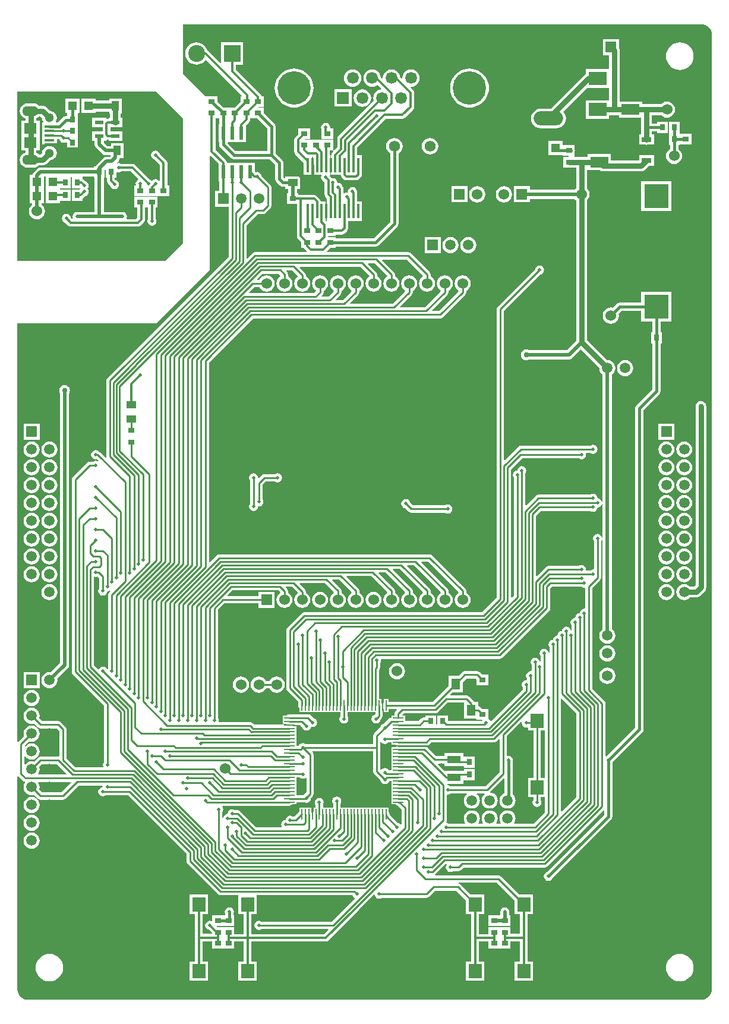
<source format=gtl>
%FSLAX25Y25*%
%MOIN*%
G70*
G01*
G75*
G04 Layer_Physical_Order=1*
G04 Layer_Color=255*
%ADD10R,0.10000X0.06000*%
%ADD11R,0.05500X0.04000*%
%ADD12R,0.05315X0.02756*%
%ADD13R,0.07087X0.02756*%
G04:AMPARAMS|DCode=14|XSize=74.8mil|YSize=129.92mil|CornerRadius=0mil|HoleSize=0mil|Usage=FLASHONLY|Rotation=90.000|XOffset=0mil|YOffset=0mil|HoleType=Round|Shape=Octagon|*
%AMOCTAGOND14*
4,1,8,-0.06496,-0.01870,-0.06496,0.01870,-0.04626,0.03740,0.04626,0.03740,0.06496,0.01870,0.06496,-0.01870,0.04626,-0.03740,-0.04626,-0.03740,-0.06496,-0.01870,0.0*
%
%ADD14OCTAGOND14*%

%ADD15R,0.03500X0.03000*%
%ADD16R,0.03000X0.03500*%
%ADD17R,0.04000X0.05500*%
%ADD18R,0.01000X0.06000*%
%ADD19R,0.06000X0.01000*%
%ADD20R,0.06000X0.01000*%
%ADD21R,0.01000X0.06000*%
%ADD22R,0.06000X0.01000*%
%ADD23R,0.01000X0.06000*%
%ADD24R,0.06000X0.01000*%
%ADD25R,0.01000X0.06000*%
%ADD26R,0.01000X0.06000*%
%ADD27R,0.06000X0.01000*%
%ADD28R,0.06000X0.01000*%
%ADD29R,0.01000X0.06000*%
%ADD30R,0.07480X0.04331*%
%ADD31R,0.07480X0.04331*%
G04:AMPARAMS|DCode=32|XSize=62.99mil|YSize=49.21mil|CornerRadius=0mil|HoleSize=0mil|Usage=FLASHONLY|Rotation=90.003|XOffset=0mil|YOffset=0mil|HoleType=Round|Shape=Rectangle|*
%AMROTATEDRECTD32*
4,1,4,0.02461,-0.03150,-0.02461,-0.03150,-0.02461,0.03150,0.02461,0.03150,0.02461,-0.03150,0.0*
%
%ADD32ROTATEDRECTD32*%

G04:AMPARAMS|DCode=33|XSize=62.99mil|YSize=49.21mil|CornerRadius=0mil|HoleSize=0mil|Usage=FLASHONLY|Rotation=90.003|XOffset=0mil|YOffset=0mil|HoleType=Round|Shape=Rectangle|*
%AMROTATEDRECTD33*
4,1,4,0.02461,-0.03150,-0.02461,-0.03150,-0.02461,0.03150,0.02461,0.03150,0.02461,-0.03150,0.0*
%
%ADD33ROTATEDRECTD33*%

G04:AMPARAMS|DCode=34|XSize=62.99mil|YSize=49.21mil|CornerRadius=0mil|HoleSize=0mil|Usage=FLASHONLY|Rotation=90.003|XOffset=0mil|YOffset=0mil|HoleType=Round|Shape=Rectangle|*
%AMROTATEDRECTD34*
4,1,4,0.02461,-0.03150,-0.02461,-0.03150,-0.02461,0.03150,0.02461,0.03150,0.02461,-0.03150,0.0*
%
%ADD34ROTATEDRECTD34*%

%ADD35R,0.02362X0.07284*%
%ADD36R,0.01496X0.07874*%
%ADD37R,0.01496X0.07874*%
%ADD38R,0.04724X0.02362*%
%ADD39R,0.07201X0.07874*%
%ADD40R,0.05000X0.05000*%
%ADD41R,0.05315X0.01575*%
%ADD42R,0.07087X0.05906*%
%ADD43R,0.05000X0.05000*%
%ADD44R,0.10000X0.07500*%
%ADD45R,0.13780X0.13780*%
%ADD46C,0.31496*%
%ADD47C,0.01500*%
%ADD48C,0.01000*%
%ADD49C,0.02000*%
%ADD50C,0.03000*%
%ADD51C,0.01200*%
%ADD52C,0.05906*%
%ADD53O,0.16535X0.07874*%
%ADD54O,0.15748X0.07874*%
%ADD55O,0.07874X0.15748*%
%ADD56C,0.06654*%
%ADD57R,0.06654X0.06654*%
%ADD58C,0.18740*%
%ADD59C,0.09449*%
%ADD60R,0.09449X0.09449*%
%ADD61R,0.05906X0.05906*%
%ADD62R,0.05906X0.05906*%
%ADD63C,0.06000*%
%ADD64C,0.06200*%
%ADD65R,0.06000X0.06000*%
%ADD66O,0.09055X0.05512*%
%ADD67C,0.05118*%
%ADD68C,0.02000*%
%ADD69C,0.03000*%
G36*
X29615Y-422499D02*
X29424Y-422961D01*
X13906D01*
X13685Y-422512D01*
X13890Y-422246D01*
X14338Y-421162D01*
X14491Y-420000D01*
X14338Y-418838D01*
X14253Y-418631D01*
X15845Y-417039D01*
X24155D01*
X29615Y-422499D01*
D02*
G37*
G36*
X206398Y-405027D02*
X207225Y-405579D01*
X208201Y-405773D01*
X209176Y-405579D01*
X210003Y-405027D01*
X210053Y-404953D01*
X211933D01*
Y-406181D01*
X214196D01*
X214291Y-406323D01*
X214705Y-406600D01*
Y-407100D01*
X214291Y-407377D01*
X214196Y-407519D01*
X211933D01*
Y-410119D01*
Y-412087D01*
Y-413424D01*
X211933D01*
Y-416024D01*
X211933D01*
Y-417993D01*
Y-419961D01*
Y-420559D01*
X210429D01*
X210003Y-419922D01*
X209176Y-419370D01*
X208201Y-419175D01*
X207225Y-419370D01*
X206398Y-419922D01*
X206218Y-420191D01*
X205740Y-420046D01*
Y-407724D01*
X205740Y-407724D01*
X205740Y-407724D01*
Y-407724D01*
Y-404903D01*
X206218Y-404757D01*
X206398Y-405027D01*
D02*
G37*
G36*
X272461Y-403248D02*
Y-421655D01*
X264655Y-429461D01*
X244948D01*
X244476Y-429145D01*
X243500Y-428951D01*
X243447Y-428962D01*
X243239Y-428822D01*
X243165Y-428327D01*
X243318Y-428141D01*
X252240D01*
Y-426250D01*
X252500D01*
Y-426250D01*
X258500D01*
Y-419750D01*
X252500D01*
Y-420810D01*
X252240D01*
Y-420810D01*
X241760D01*
X241760Y-420810D01*
Y-420810D01*
X241713Y-420830D01*
X238019Y-417135D01*
X238211Y-416674D01*
X241760D01*
Y-418300D01*
X252240D01*
D01*
X252240D01*
X252500Y-418560D01*
Y-419250D01*
X258500D01*
Y-412750D01*
X252500D01*
D01*
X252500D01*
X252240Y-412490D01*
Y-410969D01*
X241760D01*
Y-412595D01*
X236979D01*
X231761Y-407377D01*
X231718Y-407348D01*
X231816Y-406858D01*
X232280Y-406765D01*
X232942Y-406323D01*
X234282Y-404984D01*
X269227D01*
X270007Y-404828D01*
X270669Y-404386D01*
X271999Y-403056D01*
X272461Y-403248D01*
D02*
G37*
G36*
X161225Y-425079D02*
X162201Y-425273D01*
X163176Y-425079D01*
X163721Y-424716D01*
X164162Y-424951D01*
Y-432880D01*
X163064Y-433977D01*
X162522Y-434339D01*
X158469D01*
Y-433741D01*
Y-431141D01*
X158469D01*
Y-429804D01*
X158469D01*
Y-427204D01*
X158469D01*
Y-425867D01*
X158469D01*
Y-424638D01*
X160564D01*
X161225Y-425079D01*
D02*
G37*
G36*
X32115Y-427501D02*
X26655Y-432961D01*
X15845D01*
X14253Y-431369D01*
X14338Y-431162D01*
X14491Y-430000D01*
X14338Y-428838D01*
X13890Y-427754D01*
X13685Y-427488D01*
X13906Y-427039D01*
X31924D01*
X32115Y-427501D01*
D02*
G37*
G36*
X297961Y-424764D02*
X295681D01*
Y-398236D01*
X297961D01*
Y-424764D01*
D02*
G37*
G36*
X47961Y-312845D02*
Y-318552D01*
X47645Y-319024D01*
X47451Y-320000D01*
X47645Y-320975D01*
X48198Y-321802D01*
X49025Y-322355D01*
X50000Y-322549D01*
X50976Y-322355D01*
X51802Y-321802D01*
X52355Y-320975D01*
X52541Y-320041D01*
X53475Y-319855D01*
X54078Y-319452D01*
X54395Y-319839D01*
X53558Y-320676D01*
X53116Y-321338D01*
X52961Y-322118D01*
Y-363552D01*
X52750Y-363867D01*
X52250D01*
X51802Y-363198D01*
X50976Y-362645D01*
X50000Y-362451D01*
X49025Y-362645D01*
X48198Y-363198D01*
X47769Y-363839D01*
X47272Y-363888D01*
X45039Y-361655D01*
Y-312252D01*
X45426Y-311935D01*
X46000Y-312049D01*
X46972Y-311856D01*
X47961Y-312845D01*
D02*
G37*
G36*
X114819Y-80347D02*
Y-90142D01*
X115359D01*
Y-95547D01*
X113047D01*
Y-104453D01*
X120461D01*
Y-132655D01*
X52558Y-200558D01*
X52116Y-201220D01*
X51961Y-202000D01*
Y-244485D01*
X51961Y-244485D01*
X51961D01*
X52064Y-245003D01*
X51623Y-245239D01*
X48442Y-242058D01*
X47780Y-241616D01*
X47638Y-241588D01*
X46975Y-241145D01*
X46000Y-240951D01*
X45024Y-241145D01*
X44198Y-241698D01*
X43645Y-242525D01*
X43451Y-243500D01*
X43645Y-244476D01*
X44198Y-245302D01*
X45024Y-245855D01*
X46000Y-246049D01*
X46555Y-245939D01*
X47540Y-246924D01*
X47223Y-247310D01*
X46975Y-247145D01*
X46000Y-246951D01*
X45024Y-247145D01*
X44552Y-247461D01*
X42500D01*
X41720Y-247616D01*
X41058Y-248058D01*
X33058Y-256058D01*
X32616Y-256720D01*
X32461Y-257500D01*
Y-365328D01*
X32616Y-366109D01*
X33058Y-366770D01*
X50461Y-384173D01*
Y-416052D01*
X50145Y-416525D01*
X49951Y-417500D01*
X50145Y-418475D01*
X50175Y-418520D01*
X49939Y-418961D01*
X34673D01*
X29539Y-413827D01*
Y-397500D01*
X29384Y-396720D01*
X28942Y-396058D01*
X26442Y-393558D01*
X25780Y-393116D01*
X25000Y-392961D01*
X15845D01*
X14253Y-391369D01*
X14338Y-391162D01*
X14491Y-390000D01*
X14338Y-388838D01*
X13890Y-387754D01*
X13176Y-386824D01*
X12246Y-386110D01*
X11162Y-385662D01*
X10000Y-385509D01*
X8838Y-385662D01*
X7754Y-386110D01*
X6824Y-386824D01*
X6111Y-387754D01*
X5662Y-388838D01*
X5509Y-390000D01*
X5662Y-391162D01*
X6111Y-392246D01*
X6824Y-393176D01*
X7754Y-393889D01*
X8838Y-394338D01*
X10000Y-394491D01*
X11162Y-394338D01*
X11369Y-394253D01*
X13558Y-396442D01*
X13558Y-396442D01*
X13558D01*
X13558Y-396442D01*
X13558D01*
X13558Y-396442D01*
Y-396442D01*
Y-396442D01*
D01*
D01*
X13558D01*
Y-396442D01*
X14220Y-396884D01*
X15000Y-397039D01*
X24155D01*
X25461Y-398345D01*
Y-412658D01*
X25074Y-412976D01*
X25000Y-412961D01*
X15000D01*
X14220Y-413116D01*
X13558Y-413558D01*
X11369Y-415747D01*
X11162Y-415662D01*
X10000Y-415509D01*
X8838Y-415662D01*
X7754Y-416111D01*
X6824Y-416824D01*
X6513Y-417230D01*
X6039Y-417070D01*
Y-412930D01*
X6513Y-412770D01*
X6824Y-413176D01*
X7754Y-413890D01*
X8838Y-414338D01*
X10000Y-414491D01*
X11162Y-414338D01*
X12246Y-413890D01*
X13176Y-413176D01*
X13890Y-412246D01*
X14338Y-411162D01*
X14491Y-410000D01*
X14338Y-408838D01*
X13890Y-407754D01*
X13176Y-406824D01*
X12246Y-406110D01*
X11162Y-405662D01*
X10000Y-405509D01*
X8838Y-405662D01*
X7754Y-406110D01*
X6824Y-406824D01*
X6513Y-407230D01*
X6319Y-407165D01*
X6206Y-406678D01*
X8631Y-404253D01*
X8838Y-404338D01*
X10000Y-404491D01*
X11162Y-404338D01*
X12246Y-403890D01*
X13176Y-403176D01*
X13890Y-402246D01*
X14338Y-401162D01*
X14491Y-400000D01*
X14338Y-398838D01*
X13890Y-397754D01*
X13176Y-396824D01*
X12246Y-396111D01*
X11162Y-395662D01*
X10000Y-395509D01*
X8838Y-395662D01*
X7754Y-396111D01*
X6824Y-396824D01*
X6111Y-397754D01*
X5662Y-398838D01*
X5509Y-400000D01*
X5662Y-401162D01*
X5747Y-401369D01*
X2558Y-404558D01*
X2518Y-404619D01*
X2039Y-404473D01*
Y-170000D01*
X80000D01*
X110000Y-140000D01*
Y-76181D01*
X110462Y-75990D01*
X114819Y-80347D01*
D02*
G37*
G36*
X319024Y-317855D02*
X320000Y-318049D01*
X320074Y-318034D01*
X320461Y-318351D01*
Y-329649D01*
X320074Y-329966D01*
X320000Y-329951D01*
X319024Y-330145D01*
X318198Y-330698D01*
X317645Y-331524D01*
X317459Y-332459D01*
X316525Y-332645D01*
X315698Y-333198D01*
X315145Y-334025D01*
X314959Y-334959D01*
X314024Y-335145D01*
X313198Y-335698D01*
X312645Y-336525D01*
X312451Y-337500D01*
X312645Y-338475D01*
X312961Y-338948D01*
Y-342020D01*
X312463Y-342069D01*
X312355Y-341525D01*
X311802Y-340698D01*
X310976Y-340145D01*
X310000Y-339951D01*
X309025Y-340145D01*
X308198Y-340698D01*
X307645Y-341525D01*
X307459Y-342459D01*
X306524Y-342645D01*
X305698Y-343198D01*
X305145Y-344024D01*
X304959Y-344959D01*
X304025Y-345145D01*
X303198Y-345698D01*
X302645Y-346525D01*
X302459Y-347459D01*
X301524Y-347645D01*
X300698Y-348198D01*
X300145Y-349025D01*
X299951Y-350000D01*
X300145Y-350975D01*
X300461Y-351448D01*
Y-354520D01*
X299963Y-354569D01*
X299855Y-354025D01*
X299302Y-353198D01*
X298476Y-352645D01*
X297500Y-352451D01*
X296525Y-352645D01*
X295698Y-353198D01*
X295145Y-354025D01*
X294951Y-355000D01*
X295145Y-355976D01*
X295461Y-356448D01*
Y-359520D01*
X294963Y-359569D01*
X294855Y-359025D01*
X294302Y-358198D01*
X293476Y-357645D01*
X292500Y-357451D01*
X291525Y-357645D01*
X290698Y-358198D01*
X290145Y-359025D01*
X289951Y-360000D01*
X290145Y-360976D01*
X290461Y-361448D01*
Y-364649D01*
X290074Y-364966D01*
X290000Y-364951D01*
X289024Y-365145D01*
X288198Y-365698D01*
X287645Y-366525D01*
X287451Y-367500D01*
X287645Y-368476D01*
X287961Y-368948D01*
Y-369649D01*
X287574Y-369966D01*
X287500Y-369951D01*
X286525Y-370145D01*
X285698Y-370698D01*
X285145Y-371525D01*
X284951Y-372500D01*
X285145Y-373476D01*
X285461Y-373948D01*
Y-375342D01*
X267803Y-392999D01*
X267305Y-392950D01*
X266802Y-392198D01*
X266250Y-391828D01*
Y-386055D01*
X262884D01*
X262091Y-385262D01*
X261430Y-384820D01*
X260649Y-384665D01*
X260480D01*
X260480Y-382055D01*
X258280Y-382055D01*
X257961Y-381577D01*
X257961Y-381577D01*
X255442Y-379058D01*
X254780Y-378616D01*
X254000Y-378461D01*
X245072D01*
X244880Y-377999D01*
X246092Y-376787D01*
X251819Y-376787D01*
X251818Y-371061D01*
X253840Y-369039D01*
X259155D01*
X259750Y-369634D01*
Y-373000D01*
X266250D01*
Y-367000D01*
X262884D01*
X261442Y-365558D01*
X260780Y-365116D01*
X260000Y-364961D01*
X252995D01*
X252215Y-365116D01*
X251553Y-365558D01*
X249624Y-367488D01*
X243897Y-367488D01*
X243897Y-373214D01*
X234958Y-382154D01*
X210123D01*
Y-380393D01*
X207523D01*
Y-382656D01*
X207381Y-382751D01*
X207104Y-383165D01*
X206604D01*
X206328Y-382751D01*
X206186Y-382656D01*
Y-380393D01*
X204957D01*
Y-364420D01*
X205384Y-363780D01*
X205539Y-363000D01*
Y-360448D01*
X205855Y-359976D01*
X206049Y-359000D01*
X205935Y-358426D01*
X206252Y-358039D01*
X272613D01*
X273393Y-357884D01*
X274055Y-357442D01*
X300442Y-331054D01*
X300884Y-330393D01*
X301039Y-329613D01*
X301039Y-329613D01*
X301039Y-329613D01*
Y-329613D01*
Y-318345D01*
X301845Y-317539D01*
X318552D01*
X319024Y-317855D01*
D02*
G37*
G36*
X252559Y-391354D02*
X259396Y-391354D01*
X259750Y-391707D01*
Y-392055D01*
X262762D01*
X262998Y-392496D01*
X262688Y-392961D01*
X243500D01*
Y-389750D01*
X237500D01*
Y-394968D01*
X237000D01*
Y-389750D01*
X231000D01*
Y-390961D01*
X230000D01*
X229220Y-391116D01*
X228558Y-391558D01*
X227116Y-393000D01*
X219532D01*
Y-392402D01*
Y-389802D01*
X218235D01*
X218043Y-389340D01*
X218845Y-388539D01*
X236500D01*
X237280Y-388384D01*
X237942Y-387942D01*
X243345Y-382539D01*
X252558D01*
X252559Y-391354D01*
D02*
G37*
G36*
X115206Y-58008D02*
X114819D01*
Y-68291D01*
X115206D01*
Y-69500D01*
X115381Y-70378D01*
X115878Y-71122D01*
X121878Y-77122D01*
X122622Y-77619D01*
X123500Y-77794D01*
X143550D01*
X146706Y-80950D01*
Y-89000D01*
X146880Y-89878D01*
X147378Y-90622D01*
X149378Y-92622D01*
X150122Y-93120D01*
X151000Y-93294D01*
X152250D01*
Y-94500D01*
X153951D01*
Y-97000D01*
X153250D01*
Y-103000D01*
X158859D01*
Y-121000D01*
X159022Y-121819D01*
X159022Y-121819D01*
X159022Y-121819D01*
X159486Y-122514D01*
X161250Y-124278D01*
Y-127500D01*
X162643D01*
X162986Y-128014D01*
X164471Y-129499D01*
X164279Y-129961D01*
X135328D01*
X134548Y-130116D01*
X133887Y-130558D01*
X131001Y-133443D01*
X130539Y-133252D01*
Y-114845D01*
X136845Y-108539D01*
X140000D01*
X140780Y-108384D01*
X141442Y-107942D01*
X143942Y-105442D01*
X144384Y-104780D01*
X144539Y-104000D01*
Y-93500D01*
X144384Y-92720D01*
X143942Y-92058D01*
X138966Y-87082D01*
X138855Y-86524D01*
X138302Y-85698D01*
X137476Y-85145D01*
X136500Y-84951D01*
X135648Y-85120D01*
X135181Y-84653D01*
Y-79858D01*
X119819D01*
Y-79858D01*
X119613D01*
X119478Y-79181D01*
X119014Y-78486D01*
X113141Y-72613D01*
Y-55000D01*
X115206D01*
Y-58008D01*
D02*
G37*
G36*
X95000Y-55000D02*
Y-125000D01*
X85000Y-135000D01*
X2039D01*
Y-40000D01*
X80000D01*
X95000Y-55000D01*
D02*
G37*
G36*
X285048Y-393513D02*
X284951Y-394000D01*
X285145Y-394975D01*
X285698Y-395802D01*
X286525Y-396355D01*
X287500Y-396549D01*
X288155Y-396419D01*
X288541Y-396736D01*
Y-398236D01*
X291603D01*
Y-424764D01*
X288541D01*
Y-435638D01*
X291461D01*
Y-437052D01*
X291145Y-437525D01*
X290951Y-438500D01*
X291145Y-439475D01*
X291698Y-440302D01*
X292525Y-440855D01*
X293500Y-441049D01*
X294476Y-440855D01*
X295302Y-440302D01*
X295855Y-439475D01*
X296049Y-438500D01*
X295855Y-437525D01*
X295539Y-437052D01*
Y-435638D01*
X297961D01*
Y-444155D01*
X291655Y-450461D01*
X280906D01*
X280685Y-450012D01*
X280890Y-449746D01*
X281338Y-448662D01*
X281491Y-447500D01*
X281338Y-446338D01*
X280890Y-445254D01*
X280176Y-444324D01*
X279246Y-443610D01*
X278162Y-443162D01*
X277000Y-443009D01*
X275838Y-443162D01*
X274754Y-443610D01*
X273824Y-444324D01*
X273111Y-445254D01*
X272662Y-446338D01*
X272509Y-447500D01*
X272662Y-448662D01*
X273111Y-449746D01*
X273315Y-450012D01*
X273094Y-450461D01*
X270906D01*
X270685Y-450012D01*
X270889Y-449746D01*
X271338Y-448662D01*
X271491Y-447500D01*
X271338Y-446338D01*
X270889Y-445254D01*
X270176Y-444324D01*
X269246Y-443610D01*
X268162Y-443162D01*
X267000Y-443009D01*
X265838Y-443162D01*
X264754Y-443610D01*
X263824Y-444324D01*
X263110Y-445254D01*
X262662Y-446338D01*
X262509Y-447500D01*
X262662Y-448662D01*
X263110Y-449746D01*
X263315Y-450012D01*
X263094Y-450461D01*
X260906D01*
X260685Y-450012D01*
X260890Y-449746D01*
X261338Y-448662D01*
X261491Y-447500D01*
X261338Y-446338D01*
X260890Y-445254D01*
X260176Y-444324D01*
X259246Y-443610D01*
X258162Y-443162D01*
X257000Y-443009D01*
X255838Y-443162D01*
X254754Y-443610D01*
X253824Y-444324D01*
X253111Y-445254D01*
X252662Y-446338D01*
X252509Y-447500D01*
X252662Y-448662D01*
X253111Y-449746D01*
X253315Y-450012D01*
X253094Y-450461D01*
X243948D01*
X243476Y-450145D01*
X242867Y-450024D01*
X242676Y-449562D01*
X242884Y-449251D01*
X243039Y-448470D01*
Y-434351D01*
X243426Y-434034D01*
X243500Y-434049D01*
X244476Y-433855D01*
X244948Y-433539D01*
X254070D01*
X254230Y-434013D01*
X253824Y-434324D01*
X253111Y-435254D01*
X252662Y-436338D01*
X252509Y-437500D01*
X252662Y-438662D01*
X253111Y-439746D01*
X253824Y-440676D01*
X254754Y-441390D01*
X255838Y-441838D01*
X257000Y-441991D01*
X258162Y-441838D01*
X259246Y-441390D01*
X260176Y-440676D01*
X260890Y-439746D01*
X261338Y-438662D01*
X261491Y-437500D01*
X261338Y-436338D01*
X260890Y-435254D01*
X260176Y-434324D01*
X259770Y-434013D01*
X259930Y-433539D01*
X264070D01*
X264230Y-434013D01*
X263824Y-434324D01*
X263110Y-435254D01*
X262662Y-436338D01*
X262509Y-437500D01*
X262662Y-438662D01*
X263110Y-439746D01*
X263824Y-440676D01*
X264754Y-441390D01*
X265838Y-441838D01*
X267000Y-441991D01*
X268162Y-441838D01*
X269246Y-441390D01*
X270176Y-440676D01*
X270889Y-439746D01*
X271338Y-438662D01*
X271491Y-437500D01*
X271338Y-436338D01*
X270889Y-435254D01*
X270176Y-434324D01*
X269246Y-433610D01*
X268162Y-433162D01*
X267450Y-433068D01*
X267289Y-432595D01*
X274744Y-425140D01*
X275206Y-425331D01*
Y-433424D01*
X274754Y-433610D01*
X273824Y-434324D01*
X273111Y-435254D01*
X272662Y-436338D01*
X272509Y-437500D01*
X272662Y-438662D01*
X273111Y-439746D01*
X273824Y-440676D01*
X274754Y-441390D01*
X275838Y-441838D01*
X277000Y-441991D01*
X278162Y-441838D01*
X279246Y-441390D01*
X280176Y-440676D01*
X280890Y-439746D01*
X281338Y-438662D01*
X281491Y-437500D01*
X281338Y-436338D01*
X280890Y-435254D01*
X280176Y-434324D01*
X279794Y-434031D01*
Y-416067D01*
X279855Y-415976D01*
X280049Y-415000D01*
X279855Y-414024D01*
X279302Y-413198D01*
X278475Y-412645D01*
X277500Y-412451D01*
X276926Y-412565D01*
X276539Y-412248D01*
Y-401345D01*
X284607Y-393277D01*
X285048Y-393513D01*
D02*
G37*
G36*
X386968Y-2134D02*
X388066Y-2467D01*
X389078Y-3008D01*
X389965Y-3736D01*
X390693Y-4623D01*
X391233Y-5635D01*
X391566Y-6732D01*
X391673Y-7816D01*
X391662Y-7874D01*
X391662D01*
X391662Y-7874D01*
Y-543307D01*
X391662Y-543307D01*
X391662D01*
X391673Y-543365D01*
X391566Y-544449D01*
X391233Y-545547D01*
X390693Y-546558D01*
X389965Y-547445D01*
X389078Y-548173D01*
X388066Y-548714D01*
X386968Y-549047D01*
X385885Y-549154D01*
X385827Y-549142D01*
X7874D01*
D01*
X7874D01*
D01*
X7816Y-549154D01*
X6732Y-549047D01*
X5635Y-548714D01*
X4623Y-548173D01*
X3736Y-547445D01*
X3008Y-546558D01*
X2467Y-545547D01*
X2134Y-544449D01*
X2028Y-543365D01*
X2039Y-543307D01*
Y-424027D01*
X2518Y-423881D01*
X2558Y-423942D01*
X5058Y-426442D01*
X5720Y-426884D01*
X6174Y-426974D01*
X6350Y-427442D01*
X6111Y-427754D01*
X5662Y-428838D01*
X5509Y-430000D01*
X5662Y-431162D01*
X6111Y-432246D01*
X6824Y-433176D01*
X7754Y-433889D01*
X8838Y-434338D01*
X10000Y-434491D01*
X11162Y-434338D01*
X11369Y-434253D01*
X13558Y-436442D01*
X13558Y-436442D01*
X13558D01*
X13558Y-436442D01*
X13558D01*
X13558Y-436442D01*
Y-436442D01*
Y-436442D01*
D01*
D01*
X13558D01*
Y-436442D01*
X14220Y-436884D01*
X15000Y-437039D01*
X27500D01*
X28280Y-436884D01*
X28942Y-436442D01*
X36345Y-429039D01*
X49748D01*
X50065Y-429426D01*
X49959Y-429959D01*
X49025Y-430145D01*
X48198Y-430698D01*
X47645Y-431525D01*
X47451Y-432500D01*
X47645Y-433475D01*
X48198Y-434302D01*
X49025Y-434855D01*
X50000Y-435049D01*
X50976Y-434855D01*
X51448Y-434539D01*
X64179D01*
X96961Y-467321D01*
Y-471500D01*
X97116Y-472280D01*
X97558Y-472942D01*
X114558Y-489942D01*
X114558Y-489942D01*
X114558D01*
X114558Y-489942D01*
X114558D01*
X114558Y-489942D01*
Y-489942D01*
Y-489942D01*
D01*
D01*
X114558D01*
Y-489942D01*
X115220Y-490384D01*
X116000Y-490539D01*
X126041D01*
Y-501165D01*
X129001D01*
Y-512359D01*
X123750D01*
Y-508429D01*
X114209D01*
X113931Y-508013D01*
X113966Y-507929D01*
X123750D01*
Y-501929D01*
X123294D01*
Y-501067D01*
X123355Y-500976D01*
X123549Y-500000D01*
X123355Y-499024D01*
X122802Y-498198D01*
X121976Y-497645D01*
X121000Y-497451D01*
X120025Y-497645D01*
X119198Y-498198D01*
X118645Y-499024D01*
X118451Y-500000D01*
X118645Y-500976D01*
X118706Y-501067D01*
Y-501929D01*
X111250D01*
Y-504806D01*
X110863Y-505123D01*
X110000Y-504951D01*
X109025Y-505145D01*
X108198Y-505698D01*
X107645Y-506525D01*
X107451Y-507500D01*
X107645Y-508475D01*
X108198Y-509302D01*
X109025Y-509855D01*
X109582Y-509966D01*
X111250Y-511634D01*
Y-512288D01*
X105999D01*
Y-501165D01*
X108959D01*
Y-490291D01*
X98758D01*
Y-501165D01*
X101717D01*
Y-527693D01*
X98758D01*
Y-538567D01*
X108959D01*
Y-527693D01*
X105999D01*
Y-516570D01*
X111250D01*
Y-520429D01*
X123750D01*
Y-516641D01*
X129001D01*
Y-527693D01*
X126041D01*
Y-538567D01*
X136242D01*
Y-527693D01*
X133283D01*
Y-516641D01*
X175112D01*
X175931Y-516478D01*
X176626Y-516014D01*
X176626Y-516014D01*
X176626Y-516014D01*
X193014Y-499626D01*
X193478Y-498931D01*
X193492Y-498863D01*
X202060Y-490294D01*
X202538Y-490440D01*
X202645Y-490976D01*
X203198Y-491802D01*
X204025Y-492355D01*
X205000Y-492549D01*
X205976Y-492355D01*
X206448Y-492039D01*
X231500D01*
X232280Y-491884D01*
X232942Y-491442D01*
X232942Y-491442D01*
X232942Y-491442D01*
X236345Y-488039D01*
X248285D01*
X253758Y-493512D01*
Y-501165D01*
X256717D01*
Y-514500D01*
Y-527693D01*
X253758D01*
Y-538567D01*
X263959D01*
Y-527693D01*
X260999D01*
Y-516641D01*
X266250D01*
Y-520429D01*
X278750D01*
Y-516570D01*
X284001D01*
Y-527693D01*
X281041D01*
Y-538567D01*
X291242D01*
Y-527693D01*
X288283D01*
Y-514429D01*
X288283Y-514429D01*
X288283Y-514429D01*
Y-514429D01*
Y-501165D01*
X291242D01*
Y-490291D01*
X283589D01*
X273355Y-480058D01*
X272694Y-479616D01*
X271913Y-479461D01*
X236527D01*
X236381Y-478982D01*
X236442Y-478942D01*
X236442Y-478942D01*
X236442Y-478942D01*
X242327Y-473057D01*
X242822Y-473130D01*
X243009Y-473480D01*
X242645Y-474024D01*
X242451Y-475000D01*
X242645Y-475976D01*
X243198Y-476802D01*
X244024Y-477355D01*
X245000Y-477549D01*
X245975Y-477355D01*
X246448Y-477039D01*
X249500D01*
X250280Y-476884D01*
X250942Y-476442D01*
X250942Y-476442D01*
X250942Y-476442D01*
X252345Y-475039D01*
X297971D01*
X298751Y-474884D01*
X299412Y-474442D01*
X330744Y-443110D01*
X331206Y-443302D01*
Y-445550D01*
X299132Y-477624D01*
X299025Y-477645D01*
X298198Y-478198D01*
X297645Y-479025D01*
X297451Y-480000D01*
X297645Y-480975D01*
X298198Y-481802D01*
X299025Y-482355D01*
X300000Y-482549D01*
X300975Y-482355D01*
X301802Y-481802D01*
X302355Y-480975D01*
X302376Y-480868D01*
X335122Y-448122D01*
X335122Y-448122D01*
X335122Y-448122D01*
X335619Y-447378D01*
X335794Y-446500D01*
Y-416067D01*
X335855Y-415976D01*
X335876Y-415868D01*
X352622Y-399122D01*
X353119Y-398378D01*
X353294Y-397500D01*
X353294Y-397500D01*
X353294Y-397500D01*
Y-397500D01*
Y-345000D01*
X353294Y-345000D01*
X353294Y-345000D01*
Y-345000D01*
Y-218450D01*
X362122Y-209622D01*
X362122Y-209622D01*
X362122Y-209622D01*
X362619Y-208878D01*
X362794Y-208000D01*
Y-181250D01*
X363500D01*
Y-174750D01*
X362794D01*
Y-168992D01*
X368890D01*
Y-152213D01*
X352110D01*
Y-158308D01*
X339898D01*
X339020Y-158483D01*
X338276Y-158980D01*
X336144Y-161112D01*
X335000Y-160961D01*
X333825Y-161116D01*
X332731Y-161569D01*
X331791Y-162291D01*
X331069Y-163231D01*
X330616Y-164325D01*
X330461Y-165500D01*
X330616Y-166675D01*
X331069Y-167769D01*
X331791Y-168709D01*
X332731Y-169431D01*
X333825Y-169884D01*
X335000Y-170039D01*
X336175Y-169884D01*
X337269Y-169431D01*
X338209Y-168709D01*
X338931Y-167769D01*
X339384Y-166675D01*
X339539Y-165500D01*
X339388Y-164356D01*
X340848Y-162896D01*
X352110D01*
Y-168992D01*
X358206D01*
Y-174750D01*
X357500D01*
Y-181250D01*
X358206D01*
Y-207050D01*
X349378Y-215878D01*
X348881Y-216622D01*
X348706Y-217500D01*
Y-345000D01*
X348706Y-345000D01*
X348706D01*
Y-396550D01*
X332632Y-412624D01*
X332524Y-412645D01*
X332480Y-412675D01*
X332039Y-412439D01*
Y-383030D01*
X331884Y-382249D01*
X331442Y-381588D01*
X324539Y-374685D01*
Y-318345D01*
X328942Y-313942D01*
X329384Y-313280D01*
X329539Y-312500D01*
Y-291948D01*
X329855Y-291476D01*
X329953Y-290980D01*
X330451Y-291029D01*
Y-341343D01*
X329824Y-341824D01*
X329111Y-342754D01*
X328662Y-343838D01*
X328509Y-345000D01*
X328662Y-346162D01*
X329111Y-347246D01*
X329824Y-348176D01*
X330754Y-348889D01*
X331838Y-349338D01*
X333000Y-349491D01*
X334162Y-349338D01*
X335246Y-348889D01*
X336176Y-348176D01*
X336890Y-347246D01*
X337338Y-346162D01*
X337491Y-345000D01*
X337338Y-343838D01*
X336890Y-342754D01*
X336176Y-341824D01*
X335549Y-341343D01*
Y-198657D01*
X336176Y-198176D01*
X336890Y-197246D01*
X337338Y-196162D01*
X337491Y-195000D01*
X337338Y-193838D01*
X336890Y-192754D01*
X336176Y-191824D01*
X335246Y-191111D01*
X334162Y-190662D01*
X333000Y-190509D01*
X332813Y-190533D01*
X321526Y-179247D01*
Y-100850D01*
X321709Y-100709D01*
X322431Y-99769D01*
X322884Y-98675D01*
X323039Y-97500D01*
X322884Y-96325D01*
X322431Y-95231D01*
X321709Y-94291D01*
X321526Y-94150D01*
Y-84000D01*
X322000D01*
Y-84000D01*
X328830D01*
X328987Y-84121D01*
X329717Y-84423D01*
X330500Y-84526D01*
X330500Y-84526D01*
X352000D01*
X352783Y-84423D01*
X353513Y-84121D01*
X354140Y-83640D01*
X354140Y-83640D01*
X354140Y-83640D01*
X356401Y-81378D01*
X359157D01*
Y-75622D01*
X355891D01*
X355783Y-75577D01*
X355000Y-75474D01*
X354217Y-75577D01*
X354109Y-75622D01*
X350842D01*
Y-78378D01*
X350747Y-78474D01*
X335000D01*
Y-75000D01*
X322000D01*
Y-76474D01*
X314750D01*
Y-76000D01*
X314750D01*
Y-73222D01*
X314794Y-73000D01*
X314750Y-72778D01*
Y-70000D01*
X308250D01*
D01*
X308250D01*
X308000Y-69750D01*
Y-67500D01*
X300000D01*
Y-75500D01*
X308000D01*
D01*
X308000D01*
X308250Y-75750D01*
Y-76000D01*
X311279D01*
X311288Y-76141D01*
X311288Y-76135D01*
X310946Y-76500D01*
X308250D01*
Y-82500D01*
X311303D01*
X311500Y-82526D01*
X315474D01*
Y-94150D01*
X315291Y-94291D01*
X314784Y-94951D01*
X289500D01*
Y-93000D01*
X280500D01*
Y-102000D01*
X289500D01*
Y-100049D01*
X314784D01*
X315291Y-100709D01*
X315474Y-100850D01*
Y-179921D01*
X310444Y-184951D01*
X289106D01*
X289013Y-184880D01*
X288283Y-184577D01*
X287500Y-184474D01*
X286717Y-184577D01*
X285987Y-184880D01*
X285360Y-185360D01*
X284879Y-185987D01*
X284577Y-186717D01*
X284474Y-187500D01*
X284577Y-188283D01*
X284879Y-189013D01*
X285360Y-189640D01*
X285987Y-190120D01*
X286717Y-190423D01*
X287500Y-190526D01*
X288283Y-190423D01*
X289013Y-190120D01*
X289106Y-190049D01*
X311500D01*
X312475Y-189855D01*
X313302Y-189302D01*
X313302Y-189302D01*
X313302Y-189302D01*
X318163Y-184442D01*
X328534Y-194813D01*
X328509Y-195000D01*
X328662Y-196162D01*
X329111Y-197246D01*
X329824Y-198176D01*
X330451Y-198657D01*
Y-269971D01*
X329953Y-270020D01*
X329855Y-269525D01*
X329302Y-268698D01*
X328475Y-268145D01*
X327541Y-267959D01*
X327355Y-267024D01*
X326802Y-266198D01*
X325975Y-265645D01*
X325000Y-265451D01*
X324025Y-265645D01*
X323552Y-265961D01*
X294343D01*
X294343Y-265961D01*
X293563Y-266116D01*
X292901Y-266558D01*
X287501Y-271958D01*
X287039Y-271767D01*
Y-253948D01*
X287355Y-253475D01*
X287549Y-252500D01*
X287355Y-251524D01*
X286802Y-250698D01*
X285976Y-250145D01*
X285000Y-249951D01*
X284025Y-250145D01*
X283198Y-250698D01*
X282645Y-251524D01*
X282459Y-252459D01*
X281524Y-252645D01*
X280698Y-253198D01*
X280145Y-254025D01*
X279951Y-255000D01*
X280145Y-255976D01*
X280461Y-256448D01*
Y-322641D01*
X279501Y-323600D01*
X279039Y-323409D01*
Y-251673D01*
X285173Y-245539D01*
X317052D01*
X317525Y-245855D01*
X318500Y-246049D01*
X319476Y-245855D01*
X320302Y-245302D01*
X320855Y-244476D01*
X321049Y-243500D01*
X320935Y-242926D01*
X321252Y-242539D01*
X323552D01*
X324025Y-242855D01*
X325000Y-243049D01*
X325975Y-242855D01*
X326802Y-242302D01*
X327355Y-241476D01*
X327549Y-240500D01*
X327355Y-239525D01*
X326802Y-238698D01*
X325975Y-238145D01*
X325000Y-237951D01*
X324025Y-238145D01*
X323552Y-238461D01*
X284500D01*
X283720Y-238616D01*
X283058Y-239058D01*
X275501Y-246615D01*
X275039Y-246424D01*
Y-162845D01*
X295418Y-142466D01*
X295975Y-142355D01*
X296802Y-141802D01*
X297355Y-140975D01*
X297549Y-140000D01*
X297355Y-139024D01*
X296802Y-138198D01*
X295975Y-137645D01*
X295000Y-137451D01*
X294024Y-137645D01*
X293198Y-138198D01*
X292645Y-139024D01*
X292534Y-139582D01*
X271558Y-160558D01*
X271116Y-161220D01*
X270961Y-162000D01*
Y-323655D01*
X262655Y-331961D01*
X163000D01*
X162220Y-332116D01*
X161558Y-332558D01*
X153558Y-340558D01*
X153116Y-341220D01*
X152961Y-342000D01*
Y-374500D01*
X152961Y-374500D01*
X152961D01*
X153116Y-375280D01*
X153558Y-375942D01*
X159539Y-381923D01*
Y-384193D01*
X159695Y-384973D01*
X160137Y-385635D01*
X160279Y-385730D01*
Y-387993D01*
X168784D01*
Y-387992D01*
X170121D01*
Y-387993D01*
X172721D01*
Y-387992D01*
X174058D01*
Y-387993D01*
X176658D01*
Y-387992D01*
X180595D01*
Y-387992D01*
X181932D01*
Y-387992D01*
X183162D01*
Y-390276D01*
X182846Y-390749D01*
X182652Y-391724D01*
X182846Y-392700D01*
X183398Y-393527D01*
X184225Y-394079D01*
X185201Y-394273D01*
X186176Y-394079D01*
X187003Y-393527D01*
X187556Y-392700D01*
X187750Y-391724D01*
X187556Y-390749D01*
X187240Y-390276D01*
Y-387992D01*
X193744D01*
Y-387993D01*
X196344D01*
Y-387992D01*
X197681D01*
Y-387993D01*
X200281D01*
Y-387992D01*
X201618D01*
Y-387993D01*
X202847D01*
Y-388039D01*
X202847Y-388041D01*
Y-389194D01*
X202783Y-389259D01*
X202225Y-389370D01*
X201398Y-389922D01*
X200846Y-390749D01*
X200652Y-391724D01*
X200846Y-392700D01*
X201398Y-393527D01*
X202225Y-394079D01*
X203201Y-394273D01*
X204176Y-394079D01*
X205003Y-393527D01*
X205556Y-392700D01*
X205667Y-392142D01*
X206328Y-391481D01*
X206770Y-390819D01*
X206925Y-390039D01*
Y-387845D01*
X206925Y-387844D01*
Y-385939D01*
X207082Y-385834D01*
X207523Y-386070D01*
Y-387993D01*
X210123D01*
Y-386232D01*
X214731D01*
X214922Y-386694D01*
X214291Y-387326D01*
X213848Y-387987D01*
X213693Y-388768D01*
Y-389802D01*
X211933D01*
Y-391031D01*
X211855D01*
X211074Y-391187D01*
X210413Y-391629D01*
X207783Y-394259D01*
X207225Y-394370D01*
X206398Y-394922D01*
X205846Y-395749D01*
X205735Y-396306D01*
X202259Y-399782D01*
X201817Y-400444D01*
X201662Y-401224D01*
Y-405685D01*
X163649D01*
X163176Y-405370D01*
X162201Y-405175D01*
X161225Y-405370D01*
X160398Y-405922D01*
X159846Y-406749D01*
X159840Y-406779D01*
X158469D01*
Y-406181D01*
X158469D01*
Y-403581D01*
X158469D01*
Y-402244D01*
X158469D01*
Y-399644D01*
X158469D01*
Y-398307D01*
X158469D01*
Y-395708D01*
X156546D01*
X156311Y-395267D01*
X156416Y-395110D01*
X160702D01*
X161735Y-396142D01*
X161846Y-396700D01*
X162398Y-397527D01*
X163225Y-398079D01*
X164201Y-398273D01*
X165176Y-398079D01*
X166003Y-397527D01*
X166556Y-396700D01*
X166612Y-396417D01*
X167028Y-396140D01*
X167701Y-396273D01*
X168676Y-396079D01*
X169503Y-395527D01*
X170056Y-394700D01*
X170250Y-393724D01*
X170056Y-392749D01*
X169503Y-391922D01*
X168676Y-391370D01*
X168119Y-391259D01*
X166521Y-389660D01*
X165859Y-389218D01*
X165079Y-389063D01*
X154669D01*
X153889Y-389218D01*
X153227Y-389660D01*
X153132Y-389802D01*
X150869D01*
Y-392402D01*
Y-394371D01*
X152792D01*
X153027Y-394812D01*
X152923Y-394968D01*
X134876D01*
X133965Y-394058D01*
X133304Y-393616D01*
X132524Y-393461D01*
X115252D01*
X114935Y-393074D01*
X115049Y-392500D01*
X114855Y-391525D01*
X114539Y-391052D01*
Y-330516D01*
X118075Y-326980D01*
X137350D01*
Y-329441D01*
X146350D01*
Y-320441D01*
X137350D01*
Y-322902D01*
X119978D01*
X119787Y-322440D01*
X122688Y-319539D01*
X148356D01*
X149452Y-320635D01*
D01*
Y-320635D01*
X149419Y-321134D01*
X149419Y-321134D01*
D01*
X148641Y-321731D01*
X147920Y-322672D01*
X147466Y-323766D01*
X147312Y-324941D01*
X147466Y-326116D01*
X147920Y-327210D01*
X148641Y-328150D01*
X149581Y-328872D01*
X150676Y-329325D01*
X151850Y-329480D01*
X153025Y-329325D01*
X154120Y-328872D01*
X155060Y-328150D01*
X155781Y-327210D01*
X156235Y-326116D01*
X156389Y-324941D01*
X156235Y-323766D01*
X155781Y-322672D01*
X155060Y-321731D01*
X154120Y-321010D01*
X153890Y-320915D01*
Y-320150D01*
X153890Y-320150D01*
X153890Y-320150D01*
Y-320150D01*
X153890D01*
X153890Y-320150D01*
X153734Y-319369D01*
X153557Y-319104D01*
X153292Y-318708D01*
X153292Y-318708D01*
X152586Y-318001D01*
X152777Y-317539D01*
X156155D01*
X159338Y-320722D01*
X159306Y-321221D01*
X158641Y-321731D01*
X157920Y-322672D01*
X157466Y-323766D01*
X157312Y-324941D01*
X157466Y-326116D01*
X157920Y-327210D01*
X158641Y-328150D01*
X159581Y-328872D01*
X160676Y-329325D01*
X161850Y-329480D01*
X163025Y-329325D01*
X164120Y-328872D01*
X165060Y-328150D01*
X165781Y-327210D01*
X166235Y-326116D01*
X166389Y-324941D01*
X166235Y-323766D01*
X165781Y-322672D01*
X165060Y-321731D01*
X164120Y-321010D01*
X163890Y-320915D01*
Y-320350D01*
X163734Y-319570D01*
X163292Y-318909D01*
X160385Y-316001D01*
X160576Y-315539D01*
X174506D01*
X179301Y-320335D01*
X179518Y-320858D01*
X179504Y-321069D01*
X178641Y-321731D01*
X177920Y-322672D01*
X177466Y-323766D01*
X177312Y-324941D01*
X177466Y-326116D01*
X177920Y-327210D01*
X178641Y-328150D01*
X179581Y-328872D01*
X180676Y-329325D01*
X181850Y-329480D01*
X183025Y-329325D01*
X184120Y-328872D01*
X185060Y-328150D01*
X185781Y-327210D01*
X186235Y-326116D01*
X186389Y-324941D01*
X186235Y-323766D01*
X185781Y-322672D01*
X185060Y-321731D01*
X184120Y-321010D01*
X183890Y-320915D01*
Y-320000D01*
X183734Y-319220D01*
X183292Y-318558D01*
X178735Y-314001D01*
X178927Y-313539D01*
X182506D01*
X189301Y-320335D01*
X189518Y-320858D01*
X189504Y-321069D01*
X188641Y-321731D01*
X187920Y-322672D01*
X187466Y-323766D01*
X187312Y-324941D01*
X187466Y-326116D01*
X187920Y-327210D01*
X188641Y-328150D01*
X189581Y-328872D01*
X190676Y-329325D01*
X191850Y-329480D01*
X193025Y-329325D01*
X194120Y-328872D01*
X195060Y-328150D01*
X195781Y-327210D01*
X196235Y-326116D01*
X196389Y-324941D01*
X196235Y-323766D01*
X195781Y-322672D01*
X195060Y-321731D01*
X194120Y-321010D01*
X193890Y-320915D01*
Y-320000D01*
X193890Y-320000D01*
X193734Y-319220D01*
X193292Y-318558D01*
X193292Y-318558D01*
X186735Y-312001D01*
X186927Y-311539D01*
X200506D01*
X209301Y-320335D01*
X209518Y-320858D01*
X209504Y-321069D01*
X208641Y-321731D01*
X207920Y-322672D01*
X207466Y-323766D01*
X207312Y-324941D01*
X207466Y-326116D01*
X207920Y-327210D01*
X208641Y-328150D01*
X209581Y-328872D01*
X210676Y-329325D01*
X211850Y-329480D01*
X213025Y-329325D01*
X214120Y-328872D01*
X215060Y-328150D01*
X215781Y-327210D01*
X216235Y-326116D01*
X216389Y-324941D01*
X216235Y-323766D01*
X215781Y-322672D01*
X215060Y-321731D01*
X214120Y-321010D01*
X213890Y-320915D01*
Y-320000D01*
X213734Y-319220D01*
X213292Y-318558D01*
X204735Y-310001D01*
X204927Y-309539D01*
X208506D01*
X219301Y-320335D01*
X219518Y-320858D01*
X219504Y-321069D01*
X218641Y-321731D01*
X217920Y-322672D01*
X217466Y-323766D01*
X217312Y-324941D01*
X217466Y-326116D01*
X217920Y-327210D01*
X218641Y-328150D01*
X219581Y-328872D01*
X220676Y-329325D01*
X221850Y-329480D01*
X223025Y-329325D01*
X224120Y-328872D01*
X225060Y-328150D01*
X225781Y-327210D01*
X226235Y-326116D01*
X226389Y-324941D01*
X226235Y-323766D01*
X225781Y-322672D01*
X225060Y-321731D01*
X224120Y-321010D01*
X223890Y-320915D01*
Y-320000D01*
X223734Y-319220D01*
X223292Y-318558D01*
X212735Y-308001D01*
X212927Y-307539D01*
X216506D01*
X229301Y-320335D01*
X229518Y-320858D01*
X229504Y-321069D01*
X228641Y-321731D01*
X227920Y-322672D01*
X227466Y-323766D01*
X227312Y-324941D01*
X227466Y-326116D01*
X227920Y-327210D01*
X228641Y-328150D01*
X229581Y-328872D01*
X230676Y-329325D01*
X231850Y-329480D01*
X233025Y-329325D01*
X234120Y-328872D01*
X235060Y-328150D01*
X235781Y-327210D01*
X236235Y-326116D01*
X236389Y-324941D01*
X236235Y-323766D01*
X235781Y-322672D01*
X235060Y-321731D01*
X234120Y-321010D01*
X233890Y-320915D01*
Y-320000D01*
X233890Y-320000D01*
X233734Y-319220D01*
X233292Y-318558D01*
X220735Y-306001D01*
X220927Y-305539D01*
X224506D01*
X239301Y-320335D01*
X239518Y-320858D01*
X239504Y-321069D01*
X238641Y-321731D01*
X237920Y-322672D01*
X237466Y-323766D01*
X237312Y-324941D01*
X237466Y-326116D01*
X237920Y-327210D01*
X238641Y-328150D01*
X239581Y-328872D01*
X240676Y-329325D01*
X241850Y-329480D01*
X243025Y-329325D01*
X244120Y-328872D01*
X245060Y-328150D01*
X245781Y-327210D01*
X246235Y-326116D01*
X246389Y-324941D01*
X246235Y-323766D01*
X245781Y-322672D01*
X245060Y-321731D01*
X244120Y-321010D01*
X243890Y-320915D01*
Y-320000D01*
X243890Y-320000D01*
X243890Y-320000D01*
Y-320000D01*
X243890D01*
X243890Y-320000D01*
X243734Y-319220D01*
X243292Y-318558D01*
X228735Y-304001D01*
X228927Y-303539D01*
X232506D01*
X249301Y-320335D01*
X249518Y-320858D01*
X249504Y-321069D01*
X248641Y-321731D01*
X247920Y-322672D01*
X247466Y-323766D01*
X247312Y-324941D01*
X247466Y-326116D01*
X247920Y-327210D01*
X248641Y-328150D01*
X249581Y-328872D01*
X250676Y-329325D01*
X251850Y-329480D01*
X253025Y-329325D01*
X254120Y-328872D01*
X255060Y-328150D01*
X255781Y-327210D01*
X256235Y-326116D01*
X256389Y-324941D01*
X256235Y-323766D01*
X255781Y-322672D01*
X255060Y-321731D01*
X254120Y-321010D01*
X253890Y-320915D01*
Y-320000D01*
X253734Y-319220D01*
X253292Y-318558D01*
X234792Y-300058D01*
X234131Y-299616D01*
X233350Y-299461D01*
X115216D01*
X115216Y-299461D01*
X114435Y-299616D01*
X113774Y-300058D01*
X110001Y-303831D01*
X109539Y-303640D01*
Y-191786D01*
X134286Y-167039D01*
X239350D01*
X240131Y-166884D01*
X240792Y-166442D01*
X240792Y-166442D01*
X240792Y-166442D01*
X253292Y-153942D01*
X253734Y-153280D01*
X253890Y-152500D01*
X253890Y-152500D01*
X253890Y-152500D01*
Y-152500D01*
Y-151526D01*
X254120Y-151431D01*
X255060Y-150709D01*
X255781Y-149769D01*
X256235Y-148675D01*
X256389Y-147500D01*
X256235Y-146325D01*
X255781Y-145231D01*
X255060Y-144291D01*
X254120Y-143569D01*
X253025Y-143116D01*
X251850Y-142961D01*
X250676Y-143116D01*
X249581Y-143569D01*
X248641Y-144291D01*
X247920Y-145231D01*
X247466Y-146325D01*
X247312Y-147500D01*
X247466Y-148675D01*
X247920Y-149769D01*
X248641Y-150709D01*
X249537Y-151397D01*
X249545Y-151517D01*
X249259Y-152207D01*
X238506Y-162961D01*
X234927D01*
X234735Y-162499D01*
X243292Y-153942D01*
X243734Y-153280D01*
X243890Y-152500D01*
X243890Y-152500D01*
X243890Y-152500D01*
Y-152500D01*
Y-151526D01*
X244120Y-151431D01*
X245060Y-150709D01*
X245781Y-149769D01*
X246235Y-148675D01*
X246389Y-147500D01*
X246235Y-146325D01*
X245781Y-145231D01*
X245060Y-144291D01*
X244120Y-143569D01*
X243025Y-143116D01*
X241850Y-142961D01*
X240676Y-143116D01*
X239581Y-143569D01*
X238641Y-144291D01*
X237920Y-145231D01*
X237466Y-146325D01*
X237312Y-147500D01*
X237466Y-148675D01*
X237920Y-149769D01*
X238641Y-150709D01*
X239538Y-151397D01*
X239545Y-151517D01*
X239259Y-152207D01*
X230506Y-160961D01*
X216927D01*
X216735Y-160499D01*
X223292Y-153942D01*
X223292Y-153942D01*
X223734Y-153280D01*
X223734Y-153280D01*
X223734Y-153280D01*
X223890Y-152500D01*
X223890Y-152500D01*
Y-151526D01*
X224120Y-151431D01*
X225060Y-150709D01*
X225781Y-149769D01*
X226235Y-148675D01*
X226389Y-147500D01*
X226235Y-146325D01*
X225781Y-145231D01*
X225060Y-144291D01*
X224120Y-143569D01*
X223025Y-143116D01*
X221850Y-142961D01*
X220676Y-143116D01*
X219581Y-143569D01*
X218641Y-144291D01*
X217920Y-145231D01*
X217466Y-146325D01*
X217312Y-147500D01*
X217466Y-148675D01*
X217920Y-149769D01*
X218641Y-150709D01*
X219537Y-151397D01*
X219545Y-151517D01*
X219259Y-152207D01*
X212506Y-158961D01*
X188927D01*
X188735Y-158499D01*
X193292Y-153942D01*
X193734Y-153280D01*
X193890Y-152500D01*
X193890Y-152500D01*
X193890Y-152500D01*
Y-152500D01*
Y-151526D01*
X194120Y-151431D01*
X195060Y-150709D01*
X195781Y-149769D01*
X196235Y-148675D01*
X196389Y-147500D01*
X196235Y-146325D01*
X195781Y-145231D01*
X195060Y-144291D01*
X194120Y-143569D01*
X193025Y-143116D01*
X191850Y-142961D01*
X190676Y-143116D01*
X189581Y-143569D01*
X188641Y-144291D01*
X187920Y-145231D01*
X187466Y-146325D01*
X187312Y-147500D01*
X187466Y-148675D01*
X187920Y-149769D01*
X188641Y-150709D01*
X189538Y-151397D01*
X189545Y-151517D01*
X189259Y-152207D01*
X184506Y-156961D01*
X180927D01*
X180735Y-156499D01*
X183292Y-153942D01*
X183734Y-153280D01*
X183890Y-152500D01*
X183890Y-152500D01*
X183890Y-152500D01*
Y-152500D01*
Y-151526D01*
X184120Y-151431D01*
X185060Y-150709D01*
X185781Y-149769D01*
X186235Y-148675D01*
X186389Y-147500D01*
X186235Y-146325D01*
X185781Y-145231D01*
X185060Y-144291D01*
X184120Y-143569D01*
X183025Y-143116D01*
X181850Y-142961D01*
X180676Y-143116D01*
X179581Y-143569D01*
X178641Y-144291D01*
X177920Y-145231D01*
X177466Y-146325D01*
X177312Y-147500D01*
X177466Y-148675D01*
X177920Y-149769D01*
X178641Y-150709D01*
X179537Y-151397D01*
X179545Y-151517D01*
X179259Y-152207D01*
X176506Y-154961D01*
X172777D01*
X172586Y-154499D01*
X173292Y-153792D01*
X173292Y-153792D01*
X173557Y-153396D01*
X173734Y-153131D01*
X173890Y-152350D01*
X173890Y-152350D01*
X173890Y-152350D01*
Y-152350D01*
Y-151526D01*
X174120Y-151431D01*
X175060Y-150709D01*
X175781Y-149769D01*
X176235Y-148675D01*
X176389Y-147500D01*
X176235Y-146325D01*
X175781Y-145231D01*
X175060Y-144291D01*
X174120Y-143569D01*
X173025Y-143116D01*
X171850Y-142961D01*
X170676Y-143116D01*
X169581Y-143569D01*
X168641Y-144291D01*
X167920Y-145231D01*
X167466Y-146325D01*
X167312Y-147500D01*
X167466Y-148675D01*
X167920Y-149769D01*
X168641Y-150709D01*
X169453Y-151332D01*
X169486Y-151831D01*
X168356Y-152961D01*
X132047D01*
X131855Y-152499D01*
X134815Y-149539D01*
X137824D01*
X137920Y-149769D01*
X138641Y-150709D01*
X139581Y-151431D01*
X140676Y-151884D01*
X141850Y-152039D01*
X143025Y-151884D01*
X144120Y-151431D01*
X145060Y-150709D01*
X145781Y-149769D01*
X146235Y-148675D01*
X146389Y-147500D01*
X146235Y-146325D01*
X145781Y-145231D01*
X145060Y-144291D01*
X144120Y-143569D01*
X143025Y-143116D01*
X141850Y-142961D01*
X140676Y-143116D01*
X139581Y-143569D01*
X138641Y-144291D01*
X137920Y-145231D01*
X137824Y-145461D01*
X136718D01*
X136527Y-144999D01*
X139487Y-142039D01*
X148655D01*
X149690Y-143074D01*
X149593Y-143564D01*
X149581Y-143569D01*
X148641Y-144291D01*
X147920Y-145231D01*
X147466Y-146325D01*
X147312Y-147500D01*
X147466Y-148675D01*
X147920Y-149769D01*
X148641Y-150709D01*
X149581Y-151431D01*
X150676Y-151884D01*
X151850Y-152039D01*
X153025Y-151884D01*
X154120Y-151431D01*
X155060Y-150709D01*
X155781Y-149769D01*
X156235Y-148675D01*
X156389Y-147500D01*
X156235Y-146325D01*
X155781Y-145231D01*
X155060Y-144291D01*
X154120Y-143569D01*
X153890Y-143474D01*
Y-142350D01*
X153734Y-141570D01*
X153292Y-140909D01*
X152885Y-140501D01*
X153076Y-140039D01*
X156155D01*
X159372Y-143256D01*
X159339Y-143755D01*
X158641Y-144291D01*
X157920Y-145231D01*
X157466Y-146325D01*
X157312Y-147500D01*
X157466Y-148675D01*
X157920Y-149769D01*
X158641Y-150709D01*
X159581Y-151431D01*
X160676Y-151884D01*
X161850Y-152039D01*
X163025Y-151884D01*
X164120Y-151431D01*
X165060Y-150709D01*
X165781Y-149769D01*
X166235Y-148675D01*
X166389Y-147500D01*
X166235Y-146325D01*
X165781Y-145231D01*
X165060Y-144291D01*
X164120Y-143569D01*
X163890Y-143474D01*
Y-142850D01*
X163734Y-142070D01*
X163292Y-141409D01*
X160385Y-138501D01*
X160576Y-138039D01*
X194506D01*
X199259Y-142793D01*
X199545Y-143483D01*
X199538Y-143603D01*
X198641Y-144291D01*
X197920Y-145231D01*
X197466Y-146325D01*
X197312Y-147500D01*
X197466Y-148675D01*
X197920Y-149769D01*
X198641Y-150709D01*
X199581Y-151431D01*
X200676Y-151884D01*
X201850Y-152039D01*
X203025Y-151884D01*
X204120Y-151431D01*
X205060Y-150709D01*
X205781Y-149769D01*
X206235Y-148675D01*
X206389Y-147500D01*
X206235Y-146325D01*
X205781Y-145231D01*
X205060Y-144291D01*
X204120Y-143569D01*
X203890Y-143474D01*
Y-142500D01*
X203734Y-141720D01*
X203292Y-141058D01*
X198735Y-136501D01*
X198927Y-136039D01*
X202506D01*
X209259Y-142793D01*
X209545Y-143483D01*
X209538Y-143603D01*
X208641Y-144291D01*
X207920Y-145231D01*
X207466Y-146325D01*
X207312Y-147500D01*
X207466Y-148675D01*
X207920Y-149769D01*
X208641Y-150709D01*
X209581Y-151431D01*
X210676Y-151884D01*
X211850Y-152039D01*
X213025Y-151884D01*
X214120Y-151431D01*
X215060Y-150709D01*
X215781Y-149769D01*
X216235Y-148675D01*
X216389Y-147500D01*
X216235Y-146325D01*
X215781Y-145231D01*
X215060Y-144291D01*
X214120Y-143569D01*
X213890Y-143474D01*
Y-142500D01*
X213890Y-142500D01*
X213734Y-141720D01*
X213292Y-141058D01*
X213292Y-141058D01*
X206735Y-134501D01*
X206927Y-134039D01*
X220506D01*
X229259Y-142793D01*
X229545Y-143483D01*
X229538Y-143603D01*
X228641Y-144291D01*
X227920Y-145231D01*
X227466Y-146325D01*
X227312Y-147500D01*
X227466Y-148675D01*
X227920Y-149769D01*
X228641Y-150709D01*
X229581Y-151431D01*
X230676Y-151884D01*
X231850Y-152039D01*
X233025Y-151884D01*
X234120Y-151431D01*
X235060Y-150709D01*
X235781Y-149769D01*
X236235Y-148675D01*
X236389Y-147500D01*
X236235Y-146325D01*
X235781Y-145231D01*
X235060Y-144291D01*
X234120Y-143569D01*
X233890Y-143474D01*
Y-142500D01*
X233734Y-141720D01*
X233292Y-141058D01*
X222792Y-130558D01*
X222131Y-130116D01*
X221350Y-129961D01*
X175721D01*
X175529Y-129499D01*
X177528Y-127500D01*
X180750D01*
Y-126794D01*
X203000D01*
X203878Y-126620D01*
X204622Y-126122D01*
X204622Y-126122D01*
X204622Y-126122D01*
X215122Y-115622D01*
X215122Y-115622D01*
X215122Y-115622D01*
X215619Y-114878D01*
X215794Y-114000D01*
Y-74529D01*
X215820Y-74518D01*
X216781Y-73781D01*
X217518Y-72820D01*
X217982Y-71701D01*
X218140Y-70500D01*
X217982Y-69299D01*
X217518Y-68180D01*
X216781Y-67219D01*
X215820Y-66482D01*
X214701Y-66018D01*
X213500Y-65860D01*
X212299Y-66018D01*
X211180Y-66482D01*
X210219Y-67219D01*
X209482Y-68180D01*
X209018Y-69299D01*
X208860Y-70500D01*
X209018Y-71701D01*
X209482Y-72820D01*
X210219Y-73781D01*
X211180Y-74518D01*
X211206Y-74529D01*
Y-113050D01*
X202050Y-122206D01*
X180750D01*
Y-121500D01*
X176414D01*
X176375Y-121452D01*
X176589Y-121000D01*
X180750D01*
Y-120141D01*
X184000D01*
X184819Y-119978D01*
X185514Y-119514D01*
X185514Y-119514D01*
X185514Y-119514D01*
X186986Y-118042D01*
X187451Y-117347D01*
X187613Y-116528D01*
Y-112437D01*
X195398D01*
Y-101563D01*
X192732D01*
Y-96591D01*
X192569Y-95771D01*
X192476Y-95632D01*
X192355Y-95025D01*
X191802Y-94198D01*
X190975Y-93645D01*
X190000Y-93451D01*
X189024Y-93645D01*
X188198Y-94198D01*
X187645Y-95025D01*
X187451Y-96000D01*
X187475Y-96122D01*
X187122Y-96475D01*
X187000Y-96451D01*
X186024Y-96645D01*
X185495Y-96999D01*
X185055Y-96763D01*
Y-94413D01*
X184892Y-93594D01*
X184430Y-92904D01*
X184355Y-92524D01*
X183802Y-91698D01*
X182975Y-91145D01*
X182000Y-90951D01*
X181583Y-91034D01*
X181549Y-91000D01*
X181355Y-90025D01*
X180802Y-89198D01*
X179975Y-88645D01*
X179000Y-88451D01*
X178404Y-88570D01*
X178241Y-88325D01*
X178014Y-87986D01*
X177430Y-87402D01*
X177355Y-87024D01*
X177257Y-86878D01*
X177484Y-86453D01*
X177484D01*
X177484Y-86453D01*
Y-75579D01*
X177377D01*
Y-73000D01*
X179039D01*
X179140Y-73243D01*
D01*
X179230Y-73462D01*
X178840Y-73852D01*
X178376Y-74547D01*
X178213Y-75366D01*
Y-75579D01*
X178106D01*
Y-86453D01*
X180665D01*
Y-86453D01*
X183331D01*
Y-86472D01*
X183494Y-87292D01*
X183958Y-87986D01*
X184986Y-89014D01*
X185681Y-89478D01*
X186500Y-89641D01*
X192000D01*
X192819Y-89478D01*
X193514Y-89014D01*
X193514Y-89014D01*
X193514Y-89014D01*
X194664Y-87864D01*
X195128Y-87170D01*
X195128Y-87170D01*
X195128Y-87170D01*
X195270Y-86453D01*
X195398D01*
Y-75579D01*
X192732D01*
Y-71296D01*
X208887Y-55141D01*
X218000D01*
X218819Y-54978D01*
X219514Y-54514D01*
X224014Y-50014D01*
X224478Y-49319D01*
X224478Y-49319D01*
X224478Y-49319D01*
X224641Y-48500D01*
Y-40500D01*
X224478Y-39681D01*
X224014Y-38986D01*
X222643Y-37615D01*
X222858Y-37179D01*
X224118Y-37014D01*
X225292Y-36527D01*
X226301Y-35754D01*
X227074Y-34745D01*
X227561Y-33571D01*
X227727Y-32311D01*
X227561Y-31051D01*
X227074Y-29877D01*
X226301Y-28868D01*
X225292Y-28095D01*
X224118Y-27608D01*
X222858Y-27443D01*
X221598Y-27608D01*
X220424Y-28095D01*
X219416Y-28868D01*
X218642Y-29877D01*
X218156Y-31051D01*
X217990Y-32311D01*
X217554Y-32526D01*
X216743Y-31715D01*
X216655Y-31051D01*
X216169Y-29877D01*
X215395Y-28868D01*
X214387Y-28095D01*
X213213Y-27608D01*
X211953Y-27443D01*
X210693Y-27608D01*
X209519Y-28095D01*
X208510Y-28868D01*
X207737Y-29877D01*
X207250Y-31051D01*
X207084Y-32311D01*
X207096Y-32398D01*
X206647Y-32619D01*
X205852Y-31823D01*
X205750Y-31051D01*
X205263Y-29877D01*
X204490Y-28868D01*
X203481Y-28095D01*
X202307Y-27608D01*
X201047Y-27443D01*
X199787Y-27608D01*
X198613Y-28095D01*
X197605Y-28868D01*
X196831Y-29877D01*
X196345Y-31051D01*
X196179Y-32311D01*
X196345Y-33571D01*
X196831Y-34745D01*
X197605Y-35754D01*
X198613Y-36527D01*
X199787Y-37014D01*
X201047Y-37179D01*
X202307Y-37014D01*
X203481Y-36527D01*
X204057Y-36085D01*
X206185Y-38213D01*
X206024Y-38686D01*
X205240Y-38790D01*
X204066Y-39276D01*
X203058Y-40050D01*
X202284Y-41058D01*
X201798Y-42232D01*
X201632Y-43492D01*
X201798Y-44752D01*
X201919Y-45045D01*
X182117Y-64847D01*
X181653Y-65541D01*
X181490Y-66361D01*
Y-71202D01*
X179712Y-72980D01*
X179493Y-72890D01*
D01*
X179250Y-72789D01*
Y-67000D01*
X163181D01*
X163146Y-66916D01*
X163424Y-66500D01*
X166250D01*
Y-60500D01*
X159750D01*
Y-63722D01*
X157986Y-65486D01*
X157522Y-66181D01*
X157359Y-67000D01*
Y-73500D01*
X157522Y-74319D01*
X157522Y-74319D01*
X157522Y-74319D01*
X157986Y-75014D01*
X162752Y-79780D01*
Y-86453D01*
X167248D01*
Y-76641D01*
X167870D01*
Y-86453D01*
X172497D01*
X172732Y-86894D01*
X172645Y-87024D01*
X172451Y-88000D01*
X172645Y-88976D01*
X173198Y-89802D01*
X174024Y-90355D01*
X174359Y-90421D01*
Y-97500D01*
X174522Y-98319D01*
X174522Y-98319D01*
X174522Y-98319D01*
X174986Y-99014D01*
X175654Y-99682D01*
Y-101563D01*
X175547D01*
Y-112366D01*
X175341Y-112451D01*
X174925Y-112174D01*
Y-101563D01*
X172248D01*
X172096Y-100799D01*
X171632Y-100104D01*
X170014Y-98486D01*
X169319Y-98022D01*
X168500Y-97859D01*
X159750D01*
Y-97000D01*
X159049D01*
Y-94500D01*
X160750D01*
Y-87500D01*
X152250D01*
Y-88352D01*
X151788Y-88544D01*
X151294Y-88050D01*
Y-80000D01*
X151119Y-79122D01*
X150622Y-78378D01*
X146794Y-74550D01*
Y-59500D01*
X146619Y-58622D01*
X146122Y-57878D01*
X140250Y-52006D01*
Y-49000D01*
X137181D01*
X137146Y-48916D01*
X137424Y-48500D01*
X140250D01*
Y-42500D01*
X139042D01*
X138978Y-42181D01*
X138514Y-41486D01*
X124641Y-27613D01*
Y-24724D01*
X128724D01*
Y-12276D01*
X116276D01*
Y-23594D01*
X115814Y-23786D01*
X109014Y-16986D01*
X108426Y-16593D01*
X108278Y-16106D01*
X107701Y-15025D01*
X106923Y-14077D01*
X105975Y-13299D01*
X104894Y-12722D01*
X103720Y-12366D01*
X102500Y-12246D01*
X101280Y-12366D01*
X100107Y-12722D01*
X99025Y-13299D01*
X98077Y-14077D01*
X97299Y-15025D01*
X96722Y-16106D01*
X96366Y-17280D01*
X96245Y-18500D01*
X96366Y-19720D01*
X96722Y-20893D01*
X97299Y-21975D01*
X98077Y-22923D01*
X99025Y-23700D01*
X100107Y-24278D01*
X101280Y-24634D01*
X102500Y-24755D01*
X103720Y-24634D01*
X104894Y-24278D01*
X105975Y-23700D01*
X106923Y-22923D01*
X107575Y-22127D01*
X108075Y-22103D01*
X128010Y-42038D01*
X127819Y-42500D01*
X127250D01*
Y-45722D01*
X123972Y-49000D01*
X117744D01*
X114250Y-45506D01*
Y-42500D01*
X107750D01*
X107750Y-42500D01*
Y-42500D01*
X107573Y-42573D01*
X95000Y-30000D01*
Y-2039D01*
X385827D01*
X385885Y-2028D01*
X386968Y-2134D01*
D02*
G37*
G36*
X281041Y-493512D02*
Y-501165D01*
X284001D01*
Y-512288D01*
X278750D01*
Y-508429D01*
X266250D01*
Y-512359D01*
X260999D01*
Y-501165D01*
X263959D01*
Y-490291D01*
X256305D01*
X250572Y-484558D01*
X249910Y-484116D01*
X249512Y-484037D01*
X249561Y-483539D01*
X271069D01*
X281041Y-493512D01*
D02*
G37*
G36*
X190145Y-490976D02*
X190698Y-491802D01*
X191124Y-492087D01*
X191173Y-492585D01*
X178297Y-505461D01*
X138948D01*
X138476Y-505145D01*
X137500Y-504951D01*
X136524Y-505145D01*
X135698Y-505698D01*
X135145Y-506525D01*
X134951Y-507500D01*
X135145Y-508475D01*
X135698Y-509302D01*
X136524Y-509855D01*
X137500Y-510049D01*
X138476Y-509855D01*
X138948Y-509539D01*
X176391D01*
X176583Y-510001D01*
X174225Y-512359D01*
X133283D01*
Y-501165D01*
X136242D01*
Y-490539D01*
X190058D01*
X190145Y-490976D01*
D02*
G37*
G36*
X201662Y-421224D02*
X201662Y-421224D01*
X201662D01*
X201817Y-422005D01*
X202259Y-422666D01*
X205735Y-426142D01*
X205846Y-426700D01*
X206398Y-427527D01*
X207225Y-428079D01*
X208201Y-428273D01*
X209176Y-428079D01*
X210003Y-427527D01*
X210556Y-426700D01*
X210574Y-426607D01*
X211933D01*
Y-427204D01*
X211933D01*
Y-429804D01*
X211933D01*
Y-431141D01*
X211933D01*
Y-433741D01*
Y-435709D01*
Y-437678D01*
Y-439646D01*
X214196D01*
X214291Y-439788D01*
X214952Y-440231D01*
X215445Y-440328D01*
X217461Y-442345D01*
Y-450822D01*
X216982Y-450967D01*
X216802Y-450698D01*
X215975Y-450145D01*
X215418Y-450034D01*
X210862Y-445478D01*
Y-445256D01*
X210707Y-444476D01*
X210265Y-443814D01*
X210123Y-443719D01*
Y-441456D01*
X201618D01*
Y-441457D01*
X200281D01*
Y-441456D01*
X197681D01*
Y-441457D01*
X196344D01*
Y-441456D01*
X193744D01*
Y-441457D01*
X183303D01*
Y-439078D01*
X183556Y-438700D01*
X183750Y-437724D01*
X183556Y-436749D01*
X183003Y-435922D01*
X182176Y-435369D01*
X181201Y-435175D01*
X180225Y-435369D01*
X179398Y-435922D01*
X178846Y-436749D01*
X178652Y-437724D01*
X178846Y-438700D01*
X179225Y-439267D01*
Y-441457D01*
X176658D01*
Y-441456D01*
X174058D01*
Y-441457D01*
X173460D01*
Y-440027D01*
X173776Y-439555D01*
X173970Y-438579D01*
X173776Y-437604D01*
X173223Y-436777D01*
X172396Y-436224D01*
X171421Y-436030D01*
X170445Y-436224D01*
X169618Y-436777D01*
X169066Y-437604D01*
X168872Y-438579D01*
X169066Y-439555D01*
X169382Y-440027D01*
Y-441457D01*
X168153D01*
Y-443720D01*
X168011Y-443815D01*
X167750Y-444205D01*
X167250D01*
X166989Y-443814D01*
X166816Y-443699D01*
Y-441456D01*
X160279D01*
Y-443698D01*
X160105Y-443814D01*
X157458Y-446461D01*
X156448D01*
X155975Y-446145D01*
X155000Y-445951D01*
X154025Y-446145D01*
X153198Y-446698D01*
X152645Y-447524D01*
X152459Y-448459D01*
X151524Y-448645D01*
X150698Y-449198D01*
X150145Y-450025D01*
X149951Y-451000D01*
X150145Y-451975D01*
X150175Y-452020D01*
X149939Y-452461D01*
X136002D01*
X127099Y-443558D01*
X126437Y-443116D01*
X125657Y-442961D01*
X123948D01*
X123476Y-442645D01*
X122500Y-442451D01*
X121525Y-442645D01*
X120698Y-443198D01*
X120145Y-444025D01*
X119959Y-444959D01*
X119025Y-445145D01*
X118198Y-445698D01*
X117645Y-446524D01*
X117537Y-447069D01*
X117039Y-447020D01*
Y-443948D01*
X117355Y-443475D01*
X117549Y-442500D01*
X117355Y-441525D01*
X116889Y-440827D01*
X117124Y-440386D01*
X154669D01*
X155449Y-440231D01*
X156111Y-439788D01*
X156206Y-439646D01*
X158469D01*
Y-438417D01*
X162983D01*
X163225Y-438579D01*
X164201Y-438773D01*
X165176Y-438579D01*
X166003Y-438027D01*
X166556Y-437200D01*
X166750Y-436224D01*
X166722Y-436087D01*
X167643Y-435166D01*
X168085Y-434505D01*
X168240Y-433724D01*
Y-411724D01*
X168240Y-411724D01*
X168240Y-411724D01*
Y-411724D01*
X168240D01*
X168240Y-411724D01*
X168085Y-410944D01*
X167643Y-410283D01*
X167586Y-410225D01*
X167777Y-409764D01*
X201662D01*
Y-421224D01*
D02*
G37*
G36*
X142206Y-60450D02*
Y-73206D01*
X124450D01*
X119998Y-68753D01*
X120189Y-68291D01*
X130181D01*
Y-58847D01*
X132014Y-57014D01*
X132478Y-56319D01*
X132641Y-55500D01*
Y-55000D01*
X136756D01*
X142206Y-60450D01*
D02*
G37*
G36*
X315461Y-388345D02*
Y-435655D01*
X307501Y-443615D01*
X307039Y-443424D01*
Y-380576D01*
X307501Y-380385D01*
X315461Y-388345D01*
D02*
G37*
G36*
X330451Y-271029D02*
Y-289971D01*
X329953Y-290020D01*
X329855Y-289525D01*
X329302Y-288698D01*
X328475Y-288145D01*
X327500Y-287951D01*
X326524Y-288145D01*
X325698Y-288698D01*
X325145Y-289525D01*
X324951Y-290500D01*
X325145Y-291476D01*
X325461Y-291948D01*
Y-307649D01*
X325074Y-307966D01*
X325000Y-307951D01*
X324025Y-308145D01*
X323552Y-308461D01*
X321351D01*
X321034Y-308074D01*
X321049Y-308000D01*
X320855Y-307025D01*
X320302Y-306198D01*
X319476Y-305645D01*
X318500Y-305451D01*
X317525Y-305645D01*
X317052Y-305961D01*
X300000D01*
X299220Y-306116D01*
X298955Y-306293D01*
X298558Y-306558D01*
X298558Y-306558D01*
X293501Y-311615D01*
X293039Y-311424D01*
Y-277845D01*
X295845Y-275039D01*
X323552D01*
X324025Y-275355D01*
X325000Y-275549D01*
X325975Y-275355D01*
X326802Y-274802D01*
X327355Y-273975D01*
X327541Y-273041D01*
X328475Y-272855D01*
X329302Y-272302D01*
X329855Y-271476D01*
X329953Y-270980D01*
X330451Y-271029D01*
D02*
G37*
%LPC*%
G36*
X385500Y-213474D02*
X384717Y-213577D01*
X383987Y-213879D01*
X383360Y-214360D01*
X382879Y-214987D01*
X382577Y-215717D01*
X382474Y-216500D01*
Y-316747D01*
X381656Y-317565D01*
X379433D01*
X379317Y-317415D01*
X378387Y-316701D01*
X377304Y-316252D01*
X376142Y-316099D01*
X374979Y-316252D01*
X373896Y-316701D01*
X372966Y-317415D01*
X372252Y-318345D01*
X371804Y-319428D01*
X371651Y-320590D01*
X371804Y-321753D01*
X372252Y-322836D01*
X372966Y-323766D01*
X373896Y-324480D01*
X374979Y-324929D01*
X376142Y-325082D01*
X377304Y-324929D01*
X378387Y-324480D01*
X379317Y-323766D01*
X379433Y-323616D01*
X382909D01*
X383693Y-323513D01*
X384209Y-323300D01*
X384422Y-323211D01*
X385049Y-322730D01*
X387640Y-320140D01*
X388121Y-319513D01*
X388423Y-318783D01*
X388526Y-318000D01*
Y-216500D01*
X388423Y-215717D01*
X388121Y-214987D01*
X387640Y-214360D01*
X387013Y-213879D01*
X386283Y-213577D01*
X385500Y-213474D01*
D02*
G37*
G36*
X20000Y-306099D02*
X18838Y-306252D01*
X17754Y-306701D01*
X16824Y-307415D01*
X16111Y-308345D01*
X15662Y-309428D01*
X15509Y-310591D01*
X15662Y-311753D01*
X16111Y-312836D01*
X16824Y-313766D01*
X17754Y-314480D01*
X18838Y-314929D01*
X20000Y-315082D01*
X21162Y-314929D01*
X22246Y-314480D01*
X23176Y-313766D01*
X23889Y-312836D01*
X24338Y-311753D01*
X24491Y-310591D01*
X24338Y-309428D01*
X23889Y-308345D01*
X23176Y-307415D01*
X22246Y-306701D01*
X21162Y-306252D01*
X20000Y-306099D01*
D02*
G37*
G36*
X10000D02*
X8838Y-306252D01*
X7754Y-306701D01*
X6824Y-307415D01*
X6111Y-308345D01*
X5662Y-309428D01*
X5509Y-310591D01*
X5662Y-311753D01*
X6111Y-312836D01*
X6824Y-313766D01*
X7754Y-314480D01*
X8838Y-314929D01*
X10000Y-315082D01*
X11162Y-314929D01*
X12246Y-314480D01*
X13176Y-313766D01*
X13890Y-312836D01*
X14338Y-311753D01*
X14491Y-310591D01*
X14338Y-309428D01*
X13890Y-308345D01*
X13176Y-307415D01*
X12246Y-306701D01*
X11162Y-306252D01*
X10000Y-306099D01*
D02*
G37*
G36*
X366142Y-316099D02*
X364979Y-316252D01*
X363896Y-316701D01*
X362966Y-317415D01*
X362252Y-318345D01*
X361804Y-319428D01*
X361651Y-320590D01*
X361804Y-321753D01*
X362252Y-322836D01*
X362966Y-323766D01*
X363896Y-324480D01*
X364979Y-324929D01*
X366142Y-325082D01*
X367304Y-324929D01*
X368387Y-324480D01*
X369318Y-323766D01*
X370031Y-322836D01*
X370480Y-321753D01*
X370633Y-320590D01*
X370480Y-319428D01*
X370031Y-318345D01*
X369318Y-317415D01*
X368387Y-316701D01*
X367304Y-316252D01*
X366142Y-316099D01*
D02*
G37*
G36*
X20000D02*
X18838Y-316252D01*
X17754Y-316701D01*
X16824Y-317415D01*
X16111Y-318345D01*
X15662Y-319428D01*
X15509Y-320590D01*
X15662Y-321753D01*
X16111Y-322836D01*
X16824Y-323766D01*
X17754Y-324480D01*
X18838Y-324929D01*
X20000Y-325082D01*
X21162Y-324929D01*
X22246Y-324480D01*
X23176Y-323766D01*
X23889Y-322836D01*
X24338Y-321753D01*
X24491Y-320590D01*
X24338Y-319428D01*
X23889Y-318345D01*
X23176Y-317415D01*
X22246Y-316701D01*
X21162Y-316252D01*
X20000Y-316099D01*
D02*
G37*
G36*
Y-286099D02*
X18838Y-286252D01*
X17754Y-286701D01*
X16824Y-287415D01*
X16111Y-288345D01*
X15662Y-289428D01*
X15509Y-290591D01*
X15662Y-291753D01*
X16111Y-292836D01*
X16824Y-293766D01*
X17754Y-294480D01*
X18838Y-294929D01*
X20000Y-295082D01*
X21162Y-294929D01*
X22246Y-294480D01*
X23176Y-293766D01*
X23889Y-292836D01*
X24338Y-291753D01*
X24491Y-290591D01*
X24338Y-289428D01*
X23889Y-288345D01*
X23176Y-287415D01*
X22246Y-286701D01*
X21162Y-286252D01*
X20000Y-286099D01*
D02*
G37*
G36*
X366142D02*
X364979Y-286252D01*
X363896Y-286701D01*
X362966Y-287415D01*
X362252Y-288345D01*
X361804Y-289428D01*
X361651Y-290591D01*
X361804Y-291753D01*
X362252Y-292836D01*
X362966Y-293766D01*
X363896Y-294480D01*
X364979Y-294929D01*
X366142Y-295082D01*
X367304Y-294929D01*
X368387Y-294480D01*
X369318Y-293766D01*
X370031Y-292836D01*
X370480Y-291753D01*
X370633Y-290591D01*
X370480Y-289428D01*
X370031Y-288345D01*
X369318Y-287415D01*
X368387Y-286701D01*
X367304Y-286252D01*
X366142Y-286099D01*
D02*
G37*
G36*
X20000Y-296099D02*
X18838Y-296252D01*
X17754Y-296701D01*
X16824Y-297415D01*
X16111Y-298345D01*
X15662Y-299428D01*
X15509Y-300590D01*
X15662Y-301753D01*
X16111Y-302836D01*
X16824Y-303766D01*
X17754Y-304480D01*
X18838Y-304929D01*
X20000Y-305082D01*
X21162Y-304929D01*
X22246Y-304480D01*
X23176Y-303766D01*
X23889Y-302836D01*
X24338Y-301753D01*
X24491Y-300590D01*
X24338Y-299428D01*
X23889Y-298345D01*
X23176Y-297415D01*
X22246Y-296701D01*
X21162Y-296252D01*
X20000Y-296099D01*
D02*
G37*
G36*
X376142D02*
X374979Y-296252D01*
X373896Y-296701D01*
X372966Y-297415D01*
X372252Y-298345D01*
X371804Y-299428D01*
X371651Y-300590D01*
X371804Y-301753D01*
X372252Y-302836D01*
X372966Y-303766D01*
X373896Y-304480D01*
X374979Y-304929D01*
X376142Y-305082D01*
X377304Y-304929D01*
X378387Y-304480D01*
X379317Y-303766D01*
X380031Y-302836D01*
X380480Y-301753D01*
X380633Y-300590D01*
X380480Y-299428D01*
X380031Y-298345D01*
X379317Y-297415D01*
X378387Y-296701D01*
X377304Y-296252D01*
X376142Y-296099D01*
D02*
G37*
G36*
X366142D02*
X364979Y-296252D01*
X363896Y-296701D01*
X362966Y-297415D01*
X362252Y-298345D01*
X361804Y-299428D01*
X361651Y-300590D01*
X361804Y-301753D01*
X362252Y-302836D01*
X362966Y-303766D01*
X363896Y-304480D01*
X364979Y-304929D01*
X366142Y-305082D01*
X367304Y-304929D01*
X368387Y-304480D01*
X369318Y-303766D01*
X370031Y-302836D01*
X370480Y-301753D01*
X370633Y-300590D01*
X370480Y-299428D01*
X370031Y-298345D01*
X369318Y-297415D01*
X368387Y-296701D01*
X367304Y-296252D01*
X366142Y-296099D01*
D02*
G37*
G36*
X10000Y-286099D02*
X8838Y-286252D01*
X7754Y-286701D01*
X6824Y-287415D01*
X6111Y-288345D01*
X5662Y-289428D01*
X5509Y-290591D01*
X5662Y-291753D01*
X6111Y-292836D01*
X6824Y-293766D01*
X7754Y-294480D01*
X8838Y-294929D01*
X10000Y-295082D01*
X11162Y-294929D01*
X12246Y-294480D01*
X13176Y-293766D01*
X13890Y-292836D01*
X14338Y-291753D01*
X14491Y-290591D01*
X14338Y-289428D01*
X13890Y-288345D01*
X13176Y-287415D01*
X12246Y-286701D01*
X11162Y-286252D01*
X10000Y-286099D01*
D02*
G37*
G36*
X366142Y-306099D02*
X364979Y-306252D01*
X363896Y-306701D01*
X362966Y-307415D01*
X362252Y-308345D01*
X361804Y-309428D01*
X361651Y-310591D01*
X361804Y-311753D01*
X362252Y-312836D01*
X362966Y-313766D01*
X363896Y-314480D01*
X364979Y-314929D01*
X366142Y-315082D01*
X367304Y-314929D01*
X368387Y-314480D01*
X369318Y-313766D01*
X370031Y-312836D01*
X370480Y-311753D01*
X370633Y-310591D01*
X370480Y-309428D01*
X370031Y-308345D01*
X369318Y-307415D01*
X368387Y-306701D01*
X367304Y-306252D01*
X366142Y-306099D01*
D02*
G37*
G36*
X376142D02*
X374979Y-306252D01*
X373896Y-306701D01*
X372966Y-307415D01*
X372252Y-308345D01*
X371804Y-309428D01*
X371651Y-310591D01*
X371804Y-311753D01*
X372252Y-312836D01*
X372966Y-313766D01*
X373896Y-314480D01*
X374979Y-314929D01*
X376142Y-315082D01*
X377304Y-314929D01*
X378387Y-314480D01*
X379317Y-313766D01*
X380031Y-312836D01*
X380480Y-311753D01*
X380633Y-310591D01*
X380480Y-309428D01*
X380031Y-308345D01*
X379317Y-307415D01*
X378387Y-306701D01*
X377304Y-306252D01*
X376142Y-306099D01*
D02*
G37*
G36*
X10000Y-296099D02*
X8838Y-296252D01*
X7754Y-296701D01*
X6824Y-297415D01*
X6111Y-298345D01*
X5662Y-299428D01*
X5509Y-300590D01*
X5662Y-301753D01*
X6111Y-302836D01*
X6824Y-303766D01*
X7754Y-304480D01*
X8838Y-304929D01*
X10000Y-305082D01*
X11162Y-304929D01*
X12246Y-304480D01*
X13176Y-303766D01*
X13890Y-302836D01*
X14338Y-301753D01*
X14491Y-300590D01*
X14338Y-299428D01*
X13890Y-298345D01*
X13176Y-297415D01*
X12246Y-296701D01*
X11162Y-296252D01*
X10000Y-296099D01*
D02*
G37*
G36*
Y-435509D02*
X8838Y-435662D01*
X7754Y-436110D01*
X6824Y-436824D01*
X6111Y-437754D01*
X5662Y-438838D01*
X5509Y-440000D01*
X5662Y-441162D01*
X6111Y-442246D01*
X6824Y-443176D01*
X7754Y-443890D01*
X8838Y-444338D01*
X10000Y-444491D01*
X11162Y-444338D01*
X12246Y-443890D01*
X13176Y-443176D01*
X13890Y-442246D01*
X14338Y-441162D01*
X14491Y-440000D01*
X14338Y-438838D01*
X13890Y-437754D01*
X13176Y-436824D01*
X12246Y-436110D01*
X11162Y-435662D01*
X10000Y-435509D01*
D02*
G37*
G36*
Y-445509D02*
X8838Y-445662D01*
X7754Y-446110D01*
X6824Y-446824D01*
X6111Y-447754D01*
X5662Y-448838D01*
X5509Y-450000D01*
X5662Y-451162D01*
X6111Y-452246D01*
X6824Y-453176D01*
X7754Y-453890D01*
X8838Y-454338D01*
X10000Y-454491D01*
X11162Y-454338D01*
X12246Y-453890D01*
X13176Y-453176D01*
X13890Y-452246D01*
X14338Y-451162D01*
X14491Y-450000D01*
X14338Y-448838D01*
X13890Y-447754D01*
X13176Y-446824D01*
X12246Y-446110D01*
X11162Y-445662D01*
X10000Y-445509D01*
D02*
G37*
G36*
X127500Y-367961D02*
X126325Y-368116D01*
X125231Y-368569D01*
X124291Y-369291D01*
X123569Y-370231D01*
X123116Y-371325D01*
X122961Y-372500D01*
X123116Y-373675D01*
X123569Y-374769D01*
X124291Y-375709D01*
X125231Y-376431D01*
X126325Y-376884D01*
X127500Y-377039D01*
X128675Y-376884D01*
X129769Y-376431D01*
X130709Y-375709D01*
X131431Y-374769D01*
X131884Y-373675D01*
X132039Y-372500D01*
X131884Y-371325D01*
X131431Y-370231D01*
X130709Y-369291D01*
X129769Y-368569D01*
X128675Y-368116D01*
X127500Y-367961D01*
D02*
G37*
G36*
X10000Y-375509D02*
X8838Y-375662D01*
X7754Y-376111D01*
X6824Y-376824D01*
X6111Y-377754D01*
X5662Y-378838D01*
X5509Y-380000D01*
X5662Y-381162D01*
X6111Y-382246D01*
X6824Y-383176D01*
X7754Y-383890D01*
X8838Y-384338D01*
X10000Y-384491D01*
X11162Y-384338D01*
X12246Y-383890D01*
X13176Y-383176D01*
X13890Y-382246D01*
X14338Y-381162D01*
X14491Y-380000D01*
X14338Y-378838D01*
X13890Y-377754D01*
X13176Y-376824D01*
X12246Y-376111D01*
X11162Y-375662D01*
X10000Y-375509D01*
D02*
G37*
G36*
X373701Y-523438D02*
X372190Y-523587D01*
X370738Y-524028D01*
X369399Y-524743D01*
X368226Y-525706D01*
X367263Y-526879D01*
X366547Y-528218D01*
X366107Y-529671D01*
X365958Y-531181D01*
X366107Y-532692D01*
X366547Y-534144D01*
X367263Y-535483D01*
X368226Y-536656D01*
X369399Y-537619D01*
X370738Y-538335D01*
X372190Y-538775D01*
X373701Y-538924D01*
X375211Y-538775D01*
X376664Y-538335D01*
X378002Y-537619D01*
X379176Y-536656D01*
X380139Y-535483D01*
X380854Y-534144D01*
X381295Y-532692D01*
X381444Y-531181D01*
X381295Y-529671D01*
X380854Y-528218D01*
X380139Y-526879D01*
X379176Y-525706D01*
X378002Y-524743D01*
X376664Y-524028D01*
X375211Y-523587D01*
X373701Y-523438D01*
D02*
G37*
G36*
X20000Y-523438D02*
X18489Y-523587D01*
X17037Y-524028D01*
X15698Y-524743D01*
X14525Y-525706D01*
X13562Y-526879D01*
X12847Y-528218D01*
X12406Y-529671D01*
X12257Y-531181D01*
X12406Y-532692D01*
X12847Y-534144D01*
X13562Y-535483D01*
X14525Y-536656D01*
X15698Y-537619D01*
X17037Y-538335D01*
X18489Y-538775D01*
X20000Y-538924D01*
X21510Y-538775D01*
X22963Y-538335D01*
X24302Y-537619D01*
X25475Y-536656D01*
X26438Y-535483D01*
X27153Y-534144D01*
X27594Y-532692D01*
X27743Y-531181D01*
X27594Y-529671D01*
X27153Y-528218D01*
X26438Y-526879D01*
X25475Y-525706D01*
X24302Y-524743D01*
X22963Y-524028D01*
X21510Y-523587D01*
X20000Y-523438D01*
D02*
G37*
G36*
X10000Y-455509D02*
X8838Y-455662D01*
X7754Y-456110D01*
X6824Y-456824D01*
X6111Y-457754D01*
X5662Y-458838D01*
X5509Y-460000D01*
X5662Y-461162D01*
X6111Y-462246D01*
X6824Y-463176D01*
X7754Y-463890D01*
X8838Y-464338D01*
X10000Y-464491D01*
X11162Y-464338D01*
X12246Y-463890D01*
X13176Y-463176D01*
X13890Y-462246D01*
X14338Y-461162D01*
X14491Y-460000D01*
X14338Y-458838D01*
X13890Y-457754D01*
X13176Y-456824D01*
X12246Y-456110D01*
X11162Y-455662D01*
X10000Y-455509D01*
D02*
G37*
G36*
X275500Y-497451D02*
X274524Y-497645D01*
X273698Y-498198D01*
X273145Y-499024D01*
X272951Y-500000D01*
Y-501929D01*
X266250D01*
Y-507929D01*
X278750D01*
Y-501929D01*
X278049D01*
Y-500000D01*
X277855Y-499024D01*
X277302Y-498198D01*
X276476Y-497645D01*
X275500Y-497451D01*
D02*
G37*
G36*
X333000Y-350509D02*
X331838Y-350662D01*
X330754Y-351111D01*
X329824Y-351824D01*
X329111Y-352754D01*
X328662Y-353838D01*
X328509Y-355000D01*
X328662Y-356162D01*
X329111Y-357246D01*
X329824Y-358176D01*
X330754Y-358890D01*
X331838Y-359338D01*
X333000Y-359491D01*
X334162Y-359338D01*
X335246Y-358890D01*
X336176Y-358176D01*
X336890Y-357246D01*
X337338Y-356162D01*
X337491Y-355000D01*
X337338Y-353838D01*
X336890Y-352754D01*
X336176Y-351824D01*
X335246Y-351111D01*
X334162Y-350662D01*
X333000Y-350509D01*
D02*
G37*
G36*
X28500Y-204474D02*
X27717Y-204577D01*
X26987Y-204879D01*
X26360Y-205360D01*
X25879Y-205987D01*
X25577Y-206717D01*
X25474Y-207500D01*
X25577Y-208283D01*
X25879Y-209013D01*
X25951Y-209106D01*
Y-360444D01*
X20783Y-365612D01*
X20000Y-365509D01*
X18838Y-365662D01*
X17754Y-366110D01*
X16824Y-366824D01*
X16111Y-367754D01*
X15662Y-368838D01*
X15509Y-370000D01*
X15662Y-371162D01*
X16111Y-372246D01*
X16824Y-373176D01*
X17754Y-373889D01*
X18838Y-374338D01*
X20000Y-374491D01*
X21162Y-374338D01*
X22246Y-373889D01*
X23176Y-373176D01*
X23889Y-372246D01*
X24338Y-371162D01*
X24491Y-370000D01*
X24388Y-369217D01*
X30302Y-363302D01*
X30855Y-362475D01*
X31049Y-361500D01*
X31049Y-361500D01*
X31049Y-361500D01*
Y-361500D01*
Y-209106D01*
X31120Y-209013D01*
X31423Y-208283D01*
X31526Y-207500D01*
X31423Y-206717D01*
X31120Y-205987D01*
X30640Y-205360D01*
X30013Y-204879D01*
X29283Y-204577D01*
X28500Y-204474D01*
D02*
G37*
G36*
X201850Y-320402D02*
X200676Y-320557D01*
X199581Y-321010D01*
X198641Y-321731D01*
X197920Y-322672D01*
X197466Y-323766D01*
X197312Y-324941D01*
X197466Y-326116D01*
X197920Y-327210D01*
X198641Y-328150D01*
X199581Y-328872D01*
X200676Y-329325D01*
X201850Y-329480D01*
X203025Y-329325D01*
X204120Y-328872D01*
X205060Y-328150D01*
X205781Y-327210D01*
X206235Y-326116D01*
X206389Y-324941D01*
X206235Y-323766D01*
X205781Y-322672D01*
X205060Y-321731D01*
X204120Y-321010D01*
X203025Y-320557D01*
X201850Y-320402D01*
D02*
G37*
G36*
X171850D02*
X170676Y-320557D01*
X169581Y-321010D01*
X168641Y-321731D01*
X167920Y-322672D01*
X167466Y-323766D01*
X167312Y-324941D01*
X167466Y-326116D01*
X167920Y-327210D01*
X168641Y-328150D01*
X169581Y-328872D01*
X170676Y-329325D01*
X171850Y-329480D01*
X173025Y-329325D01*
X174120Y-328872D01*
X175060Y-328150D01*
X175781Y-327210D01*
X176235Y-326116D01*
X176389Y-324941D01*
X176235Y-323766D01*
X175781Y-322672D01*
X175060Y-321731D01*
X174120Y-321010D01*
X173025Y-320557D01*
X171850Y-320402D01*
D02*
G37*
G36*
X333000Y-362961D02*
X331825Y-363116D01*
X330731Y-363569D01*
X329791Y-364291D01*
X329069Y-365231D01*
X328616Y-366325D01*
X328461Y-367500D01*
X328616Y-368675D01*
X329069Y-369769D01*
X329791Y-370709D01*
X330731Y-371431D01*
X331825Y-371884D01*
X333000Y-372039D01*
X334175Y-371884D01*
X335269Y-371431D01*
X336209Y-370709D01*
X336931Y-369769D01*
X337384Y-368675D01*
X337539Y-367500D01*
X337384Y-366325D01*
X336931Y-365231D01*
X336209Y-364291D01*
X335269Y-363569D01*
X334175Y-363116D01*
X333000Y-362961D01*
D02*
G37*
G36*
X14453Y-365547D02*
X5547D01*
Y-374453D01*
X14453D01*
Y-365547D01*
D02*
G37*
G36*
X215000Y-360461D02*
X213825Y-360616D01*
X212731Y-361069D01*
X211791Y-361791D01*
X211069Y-362731D01*
X210616Y-363825D01*
X210461Y-365000D01*
X210616Y-366175D01*
X211069Y-367269D01*
X211791Y-368209D01*
X212731Y-368931D01*
X213825Y-369384D01*
X215000Y-369539D01*
X216175Y-369384D01*
X217269Y-368931D01*
X218209Y-368209D01*
X218931Y-367269D01*
X219384Y-366175D01*
X219539Y-365000D01*
X219384Y-363825D01*
X218931Y-362731D01*
X218209Y-361791D01*
X217269Y-361069D01*
X216175Y-360616D01*
X215000Y-360461D01*
D02*
G37*
G36*
X147500Y-367961D02*
X146325Y-368116D01*
X145231Y-368569D01*
X144291Y-369291D01*
X143569Y-370231D01*
X143474Y-370461D01*
X141526D01*
X141431Y-370231D01*
X140709Y-369291D01*
X139769Y-368569D01*
X138675Y-368116D01*
X137500Y-367961D01*
X136325Y-368116D01*
X135231Y-368569D01*
X134291Y-369291D01*
X133569Y-370231D01*
X133116Y-371325D01*
X132961Y-372500D01*
X133116Y-373675D01*
X133569Y-374769D01*
X134291Y-375709D01*
X135231Y-376431D01*
X136325Y-376884D01*
X137500Y-377039D01*
X138675Y-376884D01*
X139769Y-376431D01*
X140709Y-375709D01*
X141431Y-374769D01*
X141526Y-374539D01*
X143474D01*
X143569Y-374769D01*
X144291Y-375709D01*
X145231Y-376431D01*
X146325Y-376884D01*
X147500Y-377039D01*
X148675Y-376884D01*
X149769Y-376431D01*
X150709Y-375709D01*
X151431Y-374769D01*
X151884Y-373675D01*
X152039Y-372500D01*
X151884Y-371325D01*
X151431Y-370231D01*
X150709Y-369291D01*
X149769Y-368569D01*
X148675Y-368116D01*
X147500Y-367961D01*
D02*
G37*
G36*
X376142Y-286099D02*
X374979Y-286252D01*
X373896Y-286701D01*
X372966Y-287415D01*
X372252Y-288345D01*
X371804Y-289428D01*
X371651Y-290591D01*
X371804Y-291753D01*
X372252Y-292836D01*
X372966Y-293766D01*
X373896Y-294480D01*
X374979Y-294929D01*
X376142Y-295082D01*
X377304Y-294929D01*
X378387Y-294480D01*
X379317Y-293766D01*
X380031Y-292836D01*
X380480Y-291753D01*
X380633Y-290591D01*
X380480Y-289428D01*
X380031Y-288345D01*
X379317Y-287415D01*
X378387Y-286701D01*
X377304Y-286252D01*
X376142Y-286099D01*
D02*
G37*
G36*
X260000Y-92961D02*
X258825Y-93116D01*
X257731Y-93569D01*
X256791Y-94291D01*
X256069Y-95231D01*
X255616Y-96325D01*
X255461Y-97500D01*
X255616Y-98675D01*
X256069Y-99769D01*
X256791Y-100709D01*
X257731Y-101431D01*
X258825Y-101884D01*
X260000Y-102039D01*
X261175Y-101884D01*
X262269Y-101431D01*
X263209Y-100709D01*
X263931Y-99769D01*
X264384Y-98675D01*
X264539Y-97500D01*
X264384Y-96325D01*
X263931Y-95231D01*
X263209Y-94291D01*
X262269Y-93569D01*
X261175Y-93116D01*
X260000Y-92961D01*
D02*
G37*
G36*
X368890Y-90008D02*
X352110D01*
Y-106787D01*
X368890D01*
Y-90008D01*
D02*
G37*
G36*
X275000Y-92961D02*
X273825Y-93116D01*
X272731Y-93569D01*
X271791Y-94291D01*
X271069Y-95231D01*
X270616Y-96325D01*
X270461Y-97500D01*
X270616Y-98675D01*
X271069Y-99769D01*
X271791Y-100709D01*
X272731Y-101431D01*
X273825Y-101884D01*
X275000Y-102039D01*
X276175Y-101884D01*
X277269Y-101431D01*
X278209Y-100709D01*
X278931Y-99769D01*
X279384Y-98675D01*
X279539Y-97500D01*
X279384Y-96325D01*
X278931Y-95231D01*
X278209Y-94291D01*
X277269Y-93569D01*
X276175Y-93116D01*
X275000Y-92961D01*
D02*
G37*
G36*
X373500Y-56750D02*
X367500D01*
Y-63250D01*
Y-69750D01*
X368206D01*
Y-72088D01*
X367291Y-72791D01*
X366569Y-73731D01*
X366116Y-74825D01*
X365961Y-76000D01*
X366116Y-77175D01*
X366569Y-78269D01*
X367291Y-79209D01*
X368231Y-79931D01*
X369325Y-80384D01*
X370500Y-80539D01*
X371675Y-80384D01*
X372769Y-79931D01*
X373709Y-79209D01*
X374431Y-78269D01*
X374884Y-77175D01*
X375039Y-76000D01*
X374884Y-74825D01*
X374431Y-73731D01*
X373709Y-72791D01*
X372794Y-72088D01*
Y-69750D01*
X373500D01*
Y-69500D01*
X373750D01*
Y-69500D01*
X380250D01*
Y-63500D01*
X373750D01*
Y-63500D01*
X373750D01*
X373500Y-63250D01*
Y-56750D01*
D02*
G37*
G36*
X254500Y-93000D02*
X245500D01*
Y-102000D01*
X254500D01*
Y-93000D01*
D02*
G37*
G36*
X239453Y-121547D02*
X230547D01*
Y-130453D01*
X239453D01*
Y-121547D01*
D02*
G37*
G36*
X370595Y-226138D02*
X361689D01*
Y-235043D01*
X370595D01*
Y-226138D01*
D02*
G37*
G36*
X14453D02*
X5547D01*
Y-235043D01*
X14453D01*
Y-226138D01*
D02*
G37*
G36*
X343000Y-190509D02*
X341838Y-190662D01*
X340754Y-191111D01*
X339824Y-191824D01*
X339110Y-192754D01*
X338662Y-193838D01*
X338509Y-195000D01*
X338662Y-196162D01*
X339110Y-197246D01*
X339824Y-198176D01*
X340754Y-198890D01*
X341838Y-199338D01*
X343000Y-199491D01*
X344162Y-199338D01*
X345246Y-198890D01*
X346176Y-198176D01*
X346889Y-197246D01*
X347338Y-196162D01*
X347491Y-195000D01*
X347338Y-193838D01*
X346889Y-192754D01*
X346176Y-191824D01*
X345246Y-191111D01*
X344162Y-190662D01*
X343000Y-190509D01*
D02*
G37*
G36*
X255000Y-121509D02*
X253838Y-121662D01*
X252754Y-122110D01*
X251824Y-122824D01*
X251111Y-123754D01*
X250662Y-124838D01*
X250509Y-126000D01*
X250662Y-127162D01*
X251111Y-128246D01*
X251824Y-129176D01*
X252754Y-129890D01*
X253838Y-130338D01*
X255000Y-130491D01*
X256162Y-130338D01*
X257246Y-129890D01*
X258176Y-129176D01*
X258890Y-128246D01*
X259338Y-127162D01*
X259491Y-126000D01*
X259338Y-124838D01*
X258890Y-123754D01*
X258176Y-122824D01*
X257246Y-122110D01*
X256162Y-121662D01*
X255000Y-121509D01*
D02*
G37*
G36*
X245000D02*
X243838Y-121662D01*
X242754Y-122110D01*
X241824Y-122824D01*
X241110Y-123754D01*
X240662Y-124838D01*
X240509Y-126000D01*
X240662Y-127162D01*
X241110Y-128246D01*
X241824Y-129176D01*
X242754Y-129890D01*
X243838Y-130338D01*
X245000Y-130491D01*
X246162Y-130338D01*
X247246Y-129890D01*
X248176Y-129176D01*
X248889Y-128246D01*
X249338Y-127162D01*
X249491Y-126000D01*
X249338Y-124838D01*
X248889Y-123754D01*
X248176Y-122824D01*
X247246Y-122110D01*
X246162Y-121662D01*
X245000Y-121509D01*
D02*
G37*
G36*
X189516Y-38665D02*
X179862D01*
Y-48319D01*
X189516D01*
Y-38665D01*
D02*
G37*
G36*
X195595Y-38624D02*
X194334Y-38790D01*
X193160Y-39276D01*
X192152Y-40050D01*
X191378Y-41058D01*
X190892Y-42232D01*
X190726Y-43492D01*
X190892Y-44752D01*
X191378Y-45926D01*
X192152Y-46935D01*
X193160Y-47708D01*
X194334Y-48195D01*
X195595Y-48361D01*
X196854Y-48195D01*
X198029Y-47708D01*
X199037Y-46935D01*
X199811Y-45926D01*
X200297Y-44752D01*
X200463Y-43492D01*
X200297Y-42232D01*
X199811Y-41058D01*
X199037Y-40050D01*
X198029Y-39276D01*
X196854Y-38790D01*
X195595Y-38624D01*
D02*
G37*
G36*
X60500Y-43750D02*
X53500D01*
Y-44974D01*
X46000D01*
Y-44000D01*
X38000D01*
Y-52000D01*
X46000D01*
Y-51026D01*
X53500D01*
Y-52250D01*
X53974D01*
Y-54579D01*
X53166D01*
Y-55119D01*
X52740D01*
X52221Y-55222D01*
X51834Y-54905D01*
Y-54579D01*
X44110D01*
Y-59941D01*
X49859D01*
Y-62059D01*
X44110D01*
Y-67421D01*
X45423D01*
Y-69472D01*
X45423Y-69472D01*
X45423D01*
X45617Y-70448D01*
X46170Y-71275D01*
X49698Y-74802D01*
X50524Y-75355D01*
X51500Y-75549D01*
X54193D01*
X54384Y-76011D01*
X53944Y-76451D01*
X52000D01*
X51025Y-76645D01*
X50198Y-77198D01*
X46198Y-81198D01*
X45829Y-81750D01*
X45000D01*
Y-82451D01*
X15000D01*
X14025Y-82645D01*
X13198Y-83198D01*
X11198Y-85198D01*
X10645Y-86024D01*
X10550Y-86500D01*
X9000D01*
Y-94500D01*
Y-102500D01*
X10451D01*
Y-103284D01*
X9791Y-103791D01*
X9069Y-104731D01*
X8616Y-105825D01*
X8461Y-107000D01*
X8616Y-108175D01*
X9069Y-109269D01*
X9791Y-110209D01*
X10731Y-110931D01*
X11825Y-111384D01*
X13000Y-111539D01*
X14175Y-111384D01*
X15269Y-110931D01*
X16209Y-110209D01*
X16931Y-109269D01*
X17384Y-108175D01*
X17539Y-107000D01*
X17384Y-105825D01*
X16931Y-104731D01*
X16209Y-103791D01*
X15549Y-103284D01*
Y-102500D01*
X17000D01*
Y-94500D01*
Y-87549D01*
X18000D01*
Y-94500D01*
Y-102500D01*
X26000D01*
Y-101250D01*
X32000D01*
Y-94750D01*
X26000D01*
Y-94500D01*
Y-94250D01*
X32000D01*
Y-87750D01*
D01*
Y-87750D01*
X32201Y-87549D01*
X32500D01*
Y-87549D01*
Y-87750D01*
X32500Y-87902D01*
X32500Y-87902D01*
X32500D01*
Y-94250D01*
X37132D01*
X37170Y-94321D01*
X36913Y-94750D01*
X32500D01*
Y-101250D01*
X38500D01*
Y-99857D01*
X39014Y-99514D01*
X39014Y-99514D01*
X39014Y-99514D01*
X40098Y-98430D01*
X40475Y-98355D01*
X41302Y-97802D01*
X41855Y-96975D01*
X42049Y-96000D01*
X41855Y-95025D01*
X41337Y-94250D01*
X41855Y-93476D01*
X42049Y-92500D01*
X41855Y-91524D01*
X41302Y-90698D01*
X40475Y-90145D01*
X40098Y-90070D01*
X39514Y-89486D01*
X38819Y-89022D01*
X38500Y-88958D01*
Y-87902D01*
X38500Y-87902D01*
D01*
D01*
X38500Y-87750D01*
D01*
X38701Y-87549D01*
X45000D01*
Y-88250D01*
X45451D01*
Y-107451D01*
X35500D01*
X34525Y-107645D01*
X33698Y-108198D01*
X33145Y-109025D01*
X32951Y-110000D01*
X33136Y-110932D01*
X32695Y-111167D01*
X31930Y-110402D01*
X31855Y-110024D01*
X31302Y-109198D01*
X30476Y-108645D01*
X29500Y-108451D01*
X28525Y-108645D01*
X27698Y-109198D01*
X27145Y-110024D01*
X26951Y-111000D01*
X27145Y-111976D01*
X27698Y-112802D01*
X28525Y-113355D01*
X28902Y-113430D01*
X30486Y-115014D01*
X31181Y-115478D01*
X31181Y-115478D01*
X31181Y-115478D01*
D01*
X31181Y-115478D01*
X31181Y-115478D01*
X32000Y-115641D01*
X69500D01*
X70319Y-115478D01*
X71014Y-115014D01*
X71014Y-115014D01*
X71014Y-115014D01*
X73014Y-113014D01*
X73478Y-112319D01*
X73641Y-111500D01*
Y-105000D01*
X75359D01*
Y-111205D01*
X75145Y-111524D01*
X74951Y-112500D01*
X75145Y-113476D01*
X75698Y-114302D01*
X76525Y-114855D01*
X77500Y-115049D01*
X78475Y-114855D01*
X79302Y-114302D01*
X79855Y-113476D01*
X80049Y-112500D01*
X79855Y-111524D01*
X79641Y-111205D01*
Y-105000D01*
X80750D01*
Y-99000D01*
X67750D01*
Y-105000D01*
X69359D01*
Y-110613D01*
X68613Y-111359D01*
X63673D01*
X63356Y-110972D01*
X63549Y-110000D01*
X63355Y-109025D01*
X62802Y-108198D01*
X61976Y-107645D01*
X61000Y-107451D01*
X50549D01*
Y-88250D01*
X51000D01*
Y-84001D01*
X51416Y-83723D01*
X51500Y-83758D01*
Y-88250D01*
X52359D01*
Y-90000D01*
X52522Y-90819D01*
X52522Y-90819D01*
X52522Y-90819D01*
X52986Y-91514D01*
X54070Y-92598D01*
X54145Y-92975D01*
X54698Y-93802D01*
X55524Y-94355D01*
X56500Y-94549D01*
X57476Y-94355D01*
X58302Y-93802D01*
X58855Y-92975D01*
X59049Y-92000D01*
X58855Y-91025D01*
X58302Y-90198D01*
X57476Y-89645D01*
X57098Y-89570D01*
X56641Y-89113D01*
Y-88250D01*
X57500D01*
Y-85035D01*
X57941Y-84799D01*
X58025Y-84855D01*
X59000Y-85049D01*
X59975Y-84855D01*
X60295Y-84641D01*
X65613D01*
X69801Y-88829D01*
X69752Y-89327D01*
X69198Y-89698D01*
X68645Y-90525D01*
X68451Y-91500D01*
X68573Y-92114D01*
X68256Y-92500D01*
X67750D01*
Y-98500D01*
X87250D01*
Y-92500D01*
X86141D01*
Y-80000D01*
X85978Y-79181D01*
X85514Y-78486D01*
X81930Y-74902D01*
X81855Y-74524D01*
X81302Y-73698D01*
X80475Y-73145D01*
X79500Y-72951D01*
X78525Y-73145D01*
X77698Y-73698D01*
X77145Y-74524D01*
X76951Y-75500D01*
X77145Y-76476D01*
X77698Y-77302D01*
X78525Y-77855D01*
X78902Y-77930D01*
X81859Y-80887D01*
Y-89669D01*
X81380Y-89814D01*
X81302Y-89698D01*
X80475Y-89145D01*
X79500Y-88951D01*
X78525Y-89145D01*
X77698Y-89698D01*
X77302D01*
X76476Y-89145D01*
X76098Y-89070D01*
X68014Y-80986D01*
X67319Y-80522D01*
X66500Y-80359D01*
X60295D01*
X59975Y-80145D01*
X59000Y-79951D01*
X58164Y-80117D01*
X57929Y-79676D01*
X58802Y-78802D01*
X59355Y-77975D01*
X59499Y-77250D01*
X61500D01*
Y-68750D01*
X54500D01*
Y-70451D01*
X52556D01*
X50521Y-68417D01*
Y-67421D01*
X51834D01*
Y-67095D01*
X52221Y-66778D01*
X52740Y-66881D01*
X53166D01*
Y-67421D01*
X60890D01*
Y-62059D01*
X54141D01*
Y-59941D01*
X55699D01*
X56217Y-60155D01*
X57000Y-60258D01*
X57783Y-60155D01*
X58301Y-59941D01*
X60890D01*
Y-54579D01*
X60026D01*
Y-52250D01*
X60500D01*
Y-43750D01*
D02*
G37*
G36*
X373701Y-12257D02*
X372190Y-12406D01*
X370738Y-12847D01*
X369399Y-13562D01*
X368226Y-14525D01*
X367263Y-15698D01*
X366547Y-17037D01*
X366107Y-18489D01*
X365958Y-20000D01*
X366107Y-21510D01*
X366547Y-22963D01*
X367263Y-24302D01*
X368226Y-25475D01*
X369399Y-26438D01*
X370738Y-27153D01*
X372190Y-27594D01*
X373701Y-27743D01*
X375211Y-27594D01*
X376664Y-27153D01*
X378002Y-26438D01*
X379176Y-25475D01*
X380139Y-24302D01*
X380854Y-22963D01*
X381295Y-21510D01*
X381444Y-20000D01*
X381295Y-18489D01*
X380854Y-17037D01*
X380139Y-15698D01*
X379176Y-14525D01*
X378002Y-13562D01*
X376664Y-12847D01*
X375211Y-12406D01*
X373701Y-12257D01*
D02*
G37*
G36*
X190142Y-27443D02*
X188882Y-27608D01*
X187707Y-28095D01*
X186699Y-28868D01*
X185925Y-29877D01*
X185439Y-31051D01*
X185273Y-32311D01*
X185439Y-33571D01*
X185925Y-34745D01*
X186699Y-35754D01*
X187707Y-36527D01*
X188882Y-37014D01*
X190142Y-37179D01*
X191402Y-37014D01*
X192576Y-36527D01*
X193584Y-35754D01*
X194358Y-34745D01*
X194844Y-33571D01*
X195010Y-32311D01*
X194844Y-31051D01*
X194358Y-29877D01*
X193584Y-28868D01*
X192576Y-28095D01*
X191402Y-27608D01*
X190142Y-27443D01*
D02*
G37*
G36*
X255693Y-26998D02*
X253987Y-27132D01*
X252324Y-27531D01*
X250743Y-28186D01*
X249284Y-29080D01*
X247983Y-30191D01*
X246872Y-31492D01*
X245978Y-32951D01*
X245323Y-34532D01*
X244923Y-36196D01*
X244789Y-37902D01*
X244923Y-39607D01*
X245323Y-41271D01*
X245978Y-42852D01*
X246872Y-44311D01*
X247983Y-45612D01*
X249284Y-46723D01*
X250743Y-47617D01*
X252324Y-48272D01*
X253987Y-48671D01*
X255693Y-48805D01*
X257399Y-48671D01*
X259062Y-48272D01*
X260643Y-47617D01*
X262102Y-46723D01*
X263403Y-45612D01*
X264514Y-44311D01*
X265408Y-42852D01*
X266063Y-41271D01*
X266462Y-39607D01*
X266597Y-37902D01*
X266462Y-36196D01*
X266063Y-34532D01*
X265408Y-32951D01*
X264514Y-31492D01*
X263403Y-30191D01*
X262102Y-29080D01*
X260643Y-28186D01*
X259062Y-27531D01*
X257399Y-27132D01*
X255693Y-26998D01*
D02*
G37*
G36*
X175000Y-57451D02*
X174024Y-57645D01*
X173198Y-58198D01*
X172645Y-59025D01*
X172451Y-60000D01*
X172645Y-60975D01*
X172750Y-61133D01*
Y-66500D01*
X179250D01*
Y-60500D01*
X177844D01*
X177526Y-60114D01*
X177549Y-60000D01*
X177355Y-59025D01*
X176802Y-58198D01*
X175976Y-57645D01*
X175000Y-57451D01*
D02*
G37*
G36*
X233500Y-65860D02*
X232299Y-66018D01*
X231180Y-66482D01*
X230219Y-67219D01*
X229482Y-68180D01*
X229018Y-69299D01*
X228860Y-70500D01*
X229018Y-71701D01*
X229482Y-72820D01*
X230219Y-73781D01*
X231180Y-74518D01*
X232299Y-74982D01*
X233500Y-75140D01*
X234701Y-74982D01*
X235820Y-74518D01*
X236781Y-73781D01*
X237518Y-72820D01*
X237982Y-71701D01*
X238140Y-70500D01*
X237982Y-69299D01*
X237518Y-68180D01*
X236781Y-67219D01*
X235820Y-66482D01*
X234701Y-66018D01*
X233500Y-65860D01*
D02*
G37*
G36*
X37000Y-44000D02*
X29000D01*
Y-52000D01*
X30000D01*
Y-52250D01*
X30000D01*
Y-53588D01*
X29118D01*
X28240Y-53762D01*
X27496Y-54260D01*
X24668Y-57088D01*
X23892D01*
X23614Y-56672D01*
X24010Y-55717D01*
X24149Y-54658D01*
X24010Y-53598D01*
X23601Y-52610D01*
X22950Y-51762D01*
X22102Y-51112D01*
X21115Y-50703D01*
X20268Y-50591D01*
X18258Y-48581D01*
X17631Y-48100D01*
X17417Y-48011D01*
X16901Y-47798D01*
X16118Y-47695D01*
X14239D01*
X14232Y-47685D01*
X13343Y-47003D01*
X12308Y-46574D01*
X11197Y-46428D01*
X7654D01*
X6543Y-46574D01*
X5507Y-47003D01*
X4618Y-47685D01*
X3936Y-48574D01*
X3507Y-49610D01*
X3361Y-50721D01*
X3507Y-51832D01*
X3936Y-52867D01*
X4618Y-53756D01*
X5507Y-54438D01*
X6474Y-54839D01*
Y-56110D01*
X4382D01*
Y-65016D01*
Y-72890D01*
X6474D01*
Y-74161D01*
X5507Y-74562D01*
X4618Y-75244D01*
X3936Y-76133D01*
X3507Y-77169D01*
X3361Y-78280D01*
X3507Y-79391D01*
X3936Y-80426D01*
X4618Y-81315D01*
X5507Y-81997D01*
X6543Y-82426D01*
X7654Y-82572D01*
X11197D01*
X12308Y-82426D01*
X13343Y-81997D01*
X14232Y-81315D01*
X14239Y-81305D01*
X16118D01*
X16901Y-81202D01*
X17417Y-80989D01*
X17631Y-80900D01*
X18258Y-80419D01*
X20268Y-78408D01*
X21115Y-78297D01*
X22102Y-77888D01*
X22950Y-77237D01*
X23601Y-76390D01*
X24010Y-75402D01*
X24149Y-74343D01*
X24010Y-73283D01*
X23601Y-72295D01*
X22950Y-71448D01*
X22102Y-70797D01*
X21115Y-70388D01*
X20055Y-70248D01*
X18995Y-70388D01*
X18008Y-70797D01*
X17160Y-71448D01*
X16510Y-72295D01*
X16101Y-73283D01*
X15989Y-74129D01*
X14865Y-75254D01*
X14239D01*
X14232Y-75244D01*
X13343Y-74562D01*
X12526Y-74224D01*
Y-72890D01*
X14469D01*
Y-65016D01*
Y-56110D01*
X12526D01*
Y-54777D01*
X13343Y-54438D01*
X14232Y-53756D01*
X14239Y-53746D01*
X14865D01*
X15989Y-54871D01*
X16101Y-55717D01*
X16499Y-56679D01*
X16221Y-57095D01*
X15898D01*
Y-61669D01*
Y-64228D01*
Y-66787D01*
Y-69346D01*
X24213D01*
Y-66787D01*
Y-66539D01*
X25558D01*
X25645Y-66975D01*
X26198Y-67802D01*
X27024Y-68355D01*
X28000Y-68549D01*
X28975Y-68355D01*
X29448Y-68039D01*
X29655D01*
X30000Y-68384D01*
Y-71750D01*
X36000D01*
Y-65250D01*
Y-58750D01*
Y-52250D01*
D01*
Y-52250D01*
X36250Y-52000D01*
X37000D01*
Y-44000D01*
D02*
G37*
G36*
X157307Y-26998D02*
X155601Y-27132D01*
X153938Y-27531D01*
X152357Y-28186D01*
X150898Y-29080D01*
X149597Y-30191D01*
X148486Y-31492D01*
X147592Y-32951D01*
X146937Y-34532D01*
X146538Y-36196D01*
X146403Y-37902D01*
X146538Y-39607D01*
X146937Y-41271D01*
X147592Y-42852D01*
X148486Y-44311D01*
X149597Y-45612D01*
X150898Y-46723D01*
X152357Y-47617D01*
X153938Y-48272D01*
X155601Y-48671D01*
X157307Y-48805D01*
X159013Y-48671D01*
X160677Y-48272D01*
X162257Y-47617D01*
X163716Y-46723D01*
X165017Y-45612D01*
X166128Y-44311D01*
X167022Y-42852D01*
X167677Y-41271D01*
X168077Y-39607D01*
X168211Y-37902D01*
X168077Y-36196D01*
X167677Y-34532D01*
X167022Y-32951D01*
X166128Y-31492D01*
X165017Y-30191D01*
X163716Y-29080D01*
X162257Y-28186D01*
X160677Y-27531D01*
X159013Y-27132D01*
X157307Y-26998D01*
D02*
G37*
G36*
X339453Y-10547D02*
X330547D01*
Y-19453D01*
X333974D01*
Y-27250D01*
X321000D01*
Y-29848D01*
X320924Y-29880D01*
X320652Y-30088D01*
X320297Y-30360D01*
X320297Y-30360D01*
X301205Y-49453D01*
X295669D01*
X294250Y-49640D01*
X292927Y-50188D01*
X291792Y-51059D01*
X290920Y-52195D01*
X290372Y-53518D01*
X290185Y-54937D01*
X290372Y-56356D01*
X290920Y-57679D01*
X291792Y-58815D01*
X292927Y-59686D01*
X294250Y-60234D01*
X295669Y-60421D01*
X304331D01*
X305750Y-60234D01*
X307073Y-59686D01*
X308208Y-58815D01*
X309080Y-57679D01*
X309628Y-56356D01*
X309815Y-54937D01*
X309628Y-53518D01*
X309080Y-52195D01*
X308208Y-51059D01*
X308205Y-51011D01*
X321466Y-37750D01*
X333974D01*
Y-44750D01*
X321000D01*
Y-55250D01*
X334000D01*
Y-53026D01*
X339500D01*
Y-54500D01*
X351974D01*
Y-60000D01*
Y-63811D01*
X350842D01*
Y-69567D01*
X354109D01*
X354217Y-69612D01*
X355000Y-69715D01*
X355783Y-69612D01*
X355891Y-69567D01*
X359157D01*
Y-63811D01*
X358026D01*
Y-62294D01*
X361000D01*
Y-63250D01*
X367000D01*
Y-56750D01*
X361000D01*
Y-57706D01*
X358026D01*
Y-53026D01*
X363150D01*
X363291Y-53209D01*
X364231Y-53931D01*
X365325Y-54384D01*
X366500Y-54539D01*
X367675Y-54384D01*
X368769Y-53931D01*
X369709Y-53209D01*
X370431Y-52269D01*
X370884Y-51175D01*
X371039Y-50000D01*
X370884Y-48825D01*
X370431Y-47731D01*
X369709Y-46791D01*
X368769Y-46069D01*
X367675Y-45616D01*
X366500Y-45461D01*
X365325Y-45616D01*
X364231Y-46069D01*
X363291Y-46791D01*
X363150Y-46974D01*
X356000D01*
X355803Y-47000D01*
X355197D01*
X355000Y-46974D01*
X352500D01*
Y-45500D01*
X340026D01*
Y-17000D01*
X340026Y-17000D01*
X339923Y-16217D01*
X339620Y-15487D01*
X339453Y-15268D01*
Y-10547D01*
D02*
G37*
G36*
X366142Y-266099D02*
X364979Y-266252D01*
X363896Y-266701D01*
X362966Y-267415D01*
X362252Y-268345D01*
X361804Y-269428D01*
X361651Y-270590D01*
X361804Y-271753D01*
X362252Y-272836D01*
X362966Y-273766D01*
X363896Y-274480D01*
X364979Y-274929D01*
X366142Y-275082D01*
X367304Y-274929D01*
X368387Y-274480D01*
X369318Y-273766D01*
X370031Y-272836D01*
X370480Y-271753D01*
X370633Y-270590D01*
X370480Y-269428D01*
X370031Y-268345D01*
X369318Y-267415D01*
X368387Y-266701D01*
X367304Y-266252D01*
X366142Y-266099D01*
D02*
G37*
G36*
X20000D02*
X18838Y-266252D01*
X17754Y-266701D01*
X16824Y-267415D01*
X16111Y-268345D01*
X15662Y-269428D01*
X15509Y-270590D01*
X15662Y-271753D01*
X16111Y-272836D01*
X16824Y-273766D01*
X17754Y-274480D01*
X18838Y-274929D01*
X20000Y-275082D01*
X21162Y-274929D01*
X22246Y-274480D01*
X23176Y-273766D01*
X23889Y-272836D01*
X24338Y-271753D01*
X24491Y-270590D01*
X24338Y-269428D01*
X23889Y-268345D01*
X23176Y-267415D01*
X22246Y-266701D01*
X21162Y-266252D01*
X20000Y-266099D01*
D02*
G37*
G36*
X376142D02*
X374979Y-266252D01*
X373896Y-266701D01*
X372966Y-267415D01*
X372252Y-268345D01*
X371804Y-269428D01*
X371651Y-270590D01*
X371804Y-271753D01*
X372252Y-272836D01*
X372966Y-273766D01*
X373896Y-274480D01*
X374979Y-274929D01*
X376142Y-275082D01*
X377304Y-274929D01*
X378387Y-274480D01*
X379317Y-273766D01*
X380031Y-272836D01*
X380480Y-271753D01*
X380633Y-270590D01*
X380480Y-269428D01*
X380031Y-268345D01*
X379317Y-267415D01*
X378387Y-266701D01*
X377304Y-266252D01*
X376142Y-266099D01*
D02*
G37*
G36*
X20000Y-256099D02*
X18838Y-256252D01*
X17754Y-256701D01*
X16824Y-257415D01*
X16111Y-258345D01*
X15662Y-259428D01*
X15509Y-260591D01*
X15662Y-261753D01*
X16111Y-262836D01*
X16824Y-263766D01*
X17754Y-264480D01*
X18838Y-264929D01*
X20000Y-265082D01*
X21162Y-264929D01*
X22246Y-264480D01*
X23176Y-263766D01*
X23889Y-262836D01*
X24338Y-261753D01*
X24491Y-260591D01*
X24338Y-259428D01*
X23889Y-258345D01*
X23176Y-257415D01*
X22246Y-256701D01*
X21162Y-256252D01*
X20000Y-256099D01*
D02*
G37*
G36*
X10000D02*
X8838Y-256252D01*
X7754Y-256701D01*
X6824Y-257415D01*
X6111Y-258345D01*
X5662Y-259428D01*
X5509Y-260591D01*
X5662Y-261753D01*
X6111Y-262836D01*
X6824Y-263766D01*
X7754Y-264480D01*
X8838Y-264929D01*
X10000Y-265082D01*
X11162Y-264929D01*
X12246Y-264480D01*
X13176Y-263766D01*
X13890Y-262836D01*
X14338Y-261753D01*
X14491Y-260591D01*
X14338Y-259428D01*
X13890Y-258345D01*
X13176Y-257415D01*
X12246Y-256701D01*
X11162Y-256252D01*
X10000Y-256099D01*
D02*
G37*
G36*
Y-266099D02*
X8838Y-266252D01*
X7754Y-266701D01*
X6824Y-267415D01*
X6111Y-268345D01*
X5662Y-269428D01*
X5509Y-270590D01*
X5662Y-271753D01*
X6111Y-272836D01*
X6824Y-273766D01*
X7754Y-274480D01*
X8838Y-274929D01*
X10000Y-275082D01*
X11162Y-274929D01*
X12246Y-274480D01*
X13176Y-273766D01*
X13890Y-272836D01*
X14338Y-271753D01*
X14491Y-270590D01*
X14338Y-269428D01*
X13890Y-268345D01*
X13176Y-267415D01*
X12246Y-266701D01*
X11162Y-266252D01*
X10000Y-266099D01*
D02*
G37*
G36*
X20000Y-276099D02*
X18838Y-276252D01*
X17754Y-276701D01*
X16824Y-277415D01*
X16111Y-278345D01*
X15662Y-279428D01*
X15509Y-280591D01*
X15662Y-281753D01*
X16111Y-282836D01*
X16824Y-283766D01*
X17754Y-284480D01*
X18838Y-284929D01*
X20000Y-285082D01*
X21162Y-284929D01*
X22246Y-284480D01*
X23176Y-283766D01*
X23889Y-282836D01*
X24338Y-281753D01*
X24491Y-280591D01*
X24338Y-279428D01*
X23889Y-278345D01*
X23176Y-277415D01*
X22246Y-276701D01*
X21162Y-276252D01*
X20000Y-276099D01*
D02*
G37*
G36*
X10000D02*
X8838Y-276252D01*
X7754Y-276701D01*
X6824Y-277415D01*
X6111Y-278345D01*
X5662Y-279428D01*
X5509Y-280591D01*
X5662Y-281753D01*
X6111Y-282836D01*
X6824Y-283766D01*
X7754Y-284480D01*
X8838Y-284929D01*
X10000Y-285082D01*
X11162Y-284929D01*
X12246Y-284480D01*
X13176Y-283766D01*
X13890Y-282836D01*
X14338Y-281753D01*
X14491Y-280591D01*
X14338Y-279428D01*
X13890Y-278345D01*
X13176Y-277415D01*
X12246Y-276701D01*
X11162Y-276252D01*
X10000Y-276099D01*
D02*
G37*
G36*
X366142D02*
X364979Y-276252D01*
X363896Y-276701D01*
X362966Y-277415D01*
X362252Y-278345D01*
X361804Y-279428D01*
X361651Y-280591D01*
X361804Y-281753D01*
X362252Y-282836D01*
X362966Y-283766D01*
X363896Y-284480D01*
X364979Y-284929D01*
X366142Y-285082D01*
X367304Y-284929D01*
X368387Y-284480D01*
X369318Y-283766D01*
X370031Y-282836D01*
X370480Y-281753D01*
X370633Y-280591D01*
X370480Y-279428D01*
X370031Y-278345D01*
X369318Y-277415D01*
X368387Y-276701D01*
X367304Y-276252D01*
X366142Y-276099D01*
D02*
G37*
G36*
X220000Y-268451D02*
X219024Y-268645D01*
X218198Y-269198D01*
X217645Y-270024D01*
X217451Y-271000D01*
X217645Y-271975D01*
X218198Y-272802D01*
X219024Y-273355D01*
X219582Y-273466D01*
X221558Y-275442D01*
X222220Y-275884D01*
X223000Y-276039D01*
X242052D01*
X242525Y-276355D01*
X243500Y-276549D01*
X244476Y-276355D01*
X245302Y-275802D01*
X245855Y-274975D01*
X246049Y-274000D01*
X245855Y-273025D01*
X245302Y-272198D01*
X244476Y-271645D01*
X243500Y-271451D01*
X242525Y-271645D01*
X242052Y-271961D01*
X223845D01*
X222466Y-270582D01*
X222355Y-270024D01*
X221802Y-269198D01*
X220975Y-268645D01*
X220000Y-268451D01*
D02*
G37*
G36*
X376142Y-276099D02*
X374979Y-276252D01*
X373896Y-276701D01*
X372966Y-277415D01*
X372252Y-278345D01*
X371804Y-279428D01*
X371651Y-280591D01*
X371804Y-281753D01*
X372252Y-282836D01*
X372966Y-283766D01*
X373896Y-284480D01*
X374979Y-284929D01*
X376142Y-285082D01*
X377304Y-284929D01*
X378387Y-284480D01*
X379317Y-283766D01*
X380031Y-282836D01*
X380480Y-281753D01*
X380633Y-280591D01*
X380480Y-279428D01*
X380031Y-278345D01*
X379317Y-277415D01*
X378387Y-276701D01*
X377304Y-276252D01*
X376142Y-276099D01*
D02*
G37*
G36*
X10000Y-236099D02*
X8838Y-236252D01*
X7754Y-236701D01*
X6824Y-237415D01*
X6111Y-238345D01*
X5662Y-239428D01*
X5509Y-240591D01*
X5662Y-241753D01*
X6111Y-242836D01*
X6824Y-243766D01*
X7754Y-244480D01*
X8838Y-244929D01*
X10000Y-245082D01*
X11162Y-244929D01*
X12246Y-244480D01*
X13176Y-243766D01*
X13890Y-242836D01*
X14338Y-241753D01*
X14491Y-240591D01*
X14338Y-239428D01*
X13890Y-238345D01*
X13176Y-237415D01*
X12246Y-236701D01*
X11162Y-236252D01*
X10000Y-236099D01*
D02*
G37*
G36*
X376142Y-246099D02*
X374979Y-246252D01*
X373896Y-246701D01*
X372966Y-247415D01*
X372252Y-248345D01*
X371804Y-249428D01*
X371651Y-250590D01*
X371804Y-251753D01*
X372252Y-252836D01*
X372966Y-253766D01*
X373896Y-254480D01*
X374979Y-254929D01*
X376142Y-255082D01*
X377304Y-254929D01*
X378387Y-254480D01*
X379317Y-253766D01*
X380031Y-252836D01*
X380480Y-251753D01*
X380633Y-250590D01*
X380480Y-249428D01*
X380031Y-248345D01*
X379317Y-247415D01*
X378387Y-246701D01*
X377304Y-246252D01*
X376142Y-246099D01*
D02*
G37*
G36*
X20000Y-236099D02*
X18838Y-236252D01*
X17754Y-236701D01*
X16824Y-237415D01*
X16111Y-238345D01*
X15662Y-239428D01*
X15509Y-240591D01*
X15662Y-241753D01*
X16111Y-242836D01*
X16824Y-243766D01*
X17754Y-244480D01*
X18838Y-244929D01*
X20000Y-245082D01*
X21162Y-244929D01*
X22246Y-244480D01*
X23176Y-243766D01*
X23889Y-242836D01*
X24338Y-241753D01*
X24491Y-240591D01*
X24338Y-239428D01*
X23889Y-238345D01*
X23176Y-237415D01*
X22246Y-236701D01*
X21162Y-236252D01*
X20000Y-236099D01*
D02*
G37*
G36*
X376142D02*
X374979Y-236252D01*
X373896Y-236701D01*
X372966Y-237415D01*
X372252Y-238345D01*
X371804Y-239428D01*
X371651Y-240591D01*
X371804Y-241753D01*
X372252Y-242836D01*
X372966Y-243766D01*
X373896Y-244480D01*
X374979Y-244929D01*
X376142Y-245082D01*
X377304Y-244929D01*
X378387Y-244480D01*
X379317Y-243766D01*
X380031Y-242836D01*
X380480Y-241753D01*
X380633Y-240591D01*
X380480Y-239428D01*
X380031Y-238345D01*
X379317Y-237415D01*
X378387Y-236701D01*
X377304Y-236252D01*
X376142Y-236099D01*
D02*
G37*
G36*
X366142D02*
X364979Y-236252D01*
X363896Y-236701D01*
X362966Y-237415D01*
X362252Y-238345D01*
X361804Y-239428D01*
X361651Y-240591D01*
X361804Y-241753D01*
X362252Y-242836D01*
X362966Y-243766D01*
X363896Y-244480D01*
X364979Y-244929D01*
X366142Y-245082D01*
X367304Y-244929D01*
X368387Y-244480D01*
X369318Y-243766D01*
X370031Y-242836D01*
X370480Y-241753D01*
X370633Y-240591D01*
X370480Y-239428D01*
X370031Y-238345D01*
X369318Y-237415D01*
X368387Y-236701D01*
X367304Y-236252D01*
X366142Y-236099D01*
D02*
G37*
G36*
Y-246099D02*
X364979Y-246252D01*
X363896Y-246701D01*
X362966Y-247415D01*
X362252Y-248345D01*
X361804Y-249428D01*
X361651Y-250590D01*
X361804Y-251753D01*
X362252Y-252836D01*
X362966Y-253766D01*
X363896Y-254480D01*
X364979Y-254929D01*
X366142Y-255082D01*
X367304Y-254929D01*
X368387Y-254480D01*
X369318Y-253766D01*
X370031Y-252836D01*
X370480Y-251753D01*
X370633Y-250590D01*
X370480Y-249428D01*
X370031Y-248345D01*
X369318Y-247415D01*
X368387Y-246701D01*
X367304Y-246252D01*
X366142Y-246099D01*
D02*
G37*
G36*
X376142Y-256099D02*
X374979Y-256252D01*
X373896Y-256701D01*
X372966Y-257415D01*
X372252Y-258345D01*
X371804Y-259428D01*
X371651Y-260591D01*
X371804Y-261753D01*
X372252Y-262836D01*
X372966Y-263766D01*
X373896Y-264480D01*
X374979Y-264929D01*
X376142Y-265082D01*
X377304Y-264929D01*
X378387Y-264480D01*
X379317Y-263766D01*
X380031Y-262836D01*
X380480Y-261753D01*
X380633Y-260591D01*
X380480Y-259428D01*
X380031Y-258345D01*
X379317Y-257415D01*
X378387Y-256701D01*
X377304Y-256252D01*
X376142Y-256099D01*
D02*
G37*
G36*
X366142D02*
X364979Y-256252D01*
X363896Y-256701D01*
X362966Y-257415D01*
X362252Y-258345D01*
X361804Y-259428D01*
X361651Y-260591D01*
X361804Y-261753D01*
X362252Y-262836D01*
X362966Y-263766D01*
X363896Y-264480D01*
X364979Y-264929D01*
X366142Y-265082D01*
X367304Y-264929D01*
X368387Y-264480D01*
X369318Y-263766D01*
X370031Y-262836D01*
X370480Y-261753D01*
X370633Y-260591D01*
X370480Y-259428D01*
X370031Y-258345D01*
X369318Y-257415D01*
X368387Y-256701D01*
X367304Y-256252D01*
X366142Y-256099D01*
D02*
G37*
G36*
X148000Y-253951D02*
X147025Y-254145D01*
X146552Y-254461D01*
X140500D01*
X139720Y-254616D01*
X139058Y-255058D01*
X137518Y-256598D01*
X137040Y-256453D01*
X136855Y-255524D01*
X136302Y-254698D01*
X135476Y-254145D01*
X134500Y-253951D01*
X133525Y-254145D01*
X132698Y-254698D01*
X132145Y-255524D01*
X131951Y-256500D01*
X132145Y-257475D01*
X132461Y-257948D01*
Y-271052D01*
X132145Y-271525D01*
X131951Y-272500D01*
X132145Y-273476D01*
X132698Y-274302D01*
X133525Y-274855D01*
X134500Y-275049D01*
X135476Y-274855D01*
X136302Y-274302D01*
X136855Y-273476D01*
X137049Y-272500D01*
X137083Y-272466D01*
X137500Y-272549D01*
X138476Y-272355D01*
X139302Y-271802D01*
X139855Y-270975D01*
X140049Y-270000D01*
X139855Y-269024D01*
X139539Y-268552D01*
Y-260345D01*
X141345Y-258539D01*
X146552D01*
X147025Y-258855D01*
X148000Y-259049D01*
X148976Y-258855D01*
X149802Y-258302D01*
X150355Y-257475D01*
X150549Y-256500D01*
X150355Y-255524D01*
X149802Y-254698D01*
X148976Y-254145D01*
X148000Y-253951D01*
D02*
G37*
G36*
X20000Y-246099D02*
X18838Y-246252D01*
X17754Y-246701D01*
X16824Y-247415D01*
X16111Y-248345D01*
X15662Y-249428D01*
X15509Y-250590D01*
X15662Y-251753D01*
X16111Y-252836D01*
X16824Y-253766D01*
X17754Y-254480D01*
X18838Y-254929D01*
X20000Y-255082D01*
X21162Y-254929D01*
X22246Y-254480D01*
X23176Y-253766D01*
X23889Y-252836D01*
X24338Y-251753D01*
X24491Y-250590D01*
X24338Y-249428D01*
X23889Y-248345D01*
X23176Y-247415D01*
X22246Y-246701D01*
X21162Y-246252D01*
X20000Y-246099D01*
D02*
G37*
G36*
X10000D02*
X8838Y-246252D01*
X7754Y-246701D01*
X6824Y-247415D01*
X6111Y-248345D01*
X5662Y-249428D01*
X5509Y-250590D01*
X5662Y-251753D01*
X6111Y-252836D01*
X6824Y-253766D01*
X7754Y-254480D01*
X8838Y-254929D01*
X10000Y-255082D01*
X11162Y-254929D01*
X12246Y-254480D01*
X13176Y-253766D01*
X13890Y-252836D01*
X14338Y-251753D01*
X14491Y-250590D01*
X14338Y-249428D01*
X13890Y-248345D01*
X13176Y-247415D01*
X12246Y-246701D01*
X11162Y-246252D01*
X10000Y-246099D01*
D02*
G37*
%LPD*%
D10*
X328500Y-66000D02*
D03*
Y-79500D02*
D03*
X346000Y-36500D02*
D03*
Y-50000D02*
D03*
D11*
X66000Y-215500D02*
D03*
Y-223500D02*
D03*
X156500Y-91000D02*
D03*
Y-83000D02*
D03*
D12*
X355000Y-66689D02*
D03*
Y-78500D02*
D03*
D13*
X354114Y-72594D02*
D03*
D14*
X344075Y-72594D02*
D03*
D15*
X66000Y-230000D02*
D03*
Y-236500D02*
D03*
X177500Y-124500D02*
D03*
Y-118000D02*
D03*
X124000Y-52000D02*
D03*
Y-45500D02*
D03*
X130500D02*
D03*
Y-52000D02*
D03*
X137000D02*
D03*
Y-45500D02*
D03*
X111000Y-52000D02*
D03*
Y-45500D02*
D03*
X84000Y-102000D02*
D03*
Y-95500D02*
D03*
X71000Y-102000D02*
D03*
Y-95500D02*
D03*
X77500Y-102000D02*
D03*
Y-95500D02*
D03*
X275500Y-504929D02*
D03*
Y-511429D02*
D03*
X269500Y-504929D02*
D03*
Y-511429D02*
D03*
X120500Y-504929D02*
D03*
Y-511429D02*
D03*
X114500Y-504929D02*
D03*
Y-511429D02*
D03*
X311500Y-79500D02*
D03*
Y-73000D02*
D03*
X163000Y-63500D02*
D03*
Y-70000D02*
D03*
X171000Y-118000D02*
D03*
Y-124500D02*
D03*
X169500Y-70000D02*
D03*
Y-63500D02*
D03*
X117500Y-45500D02*
D03*
Y-52000D02*
D03*
X176000Y-63500D02*
D03*
Y-70000D02*
D03*
X164500Y-124500D02*
D03*
Y-118000D02*
D03*
X156500Y-106500D02*
D03*
Y-100000D02*
D03*
X275500Y-517429D02*
D03*
Y-523929D02*
D03*
X269500Y-517429D02*
D03*
Y-523929D02*
D03*
X120500Y-517429D02*
D03*
Y-523929D02*
D03*
X114500Y-517429D02*
D03*
Y-523929D02*
D03*
X263000Y-370000D02*
D03*
Y-376500D02*
D03*
X318000Y-79500D02*
D03*
Y-73000D02*
D03*
X356500Y-50000D02*
D03*
Y-43500D02*
D03*
X263000Y-389055D02*
D03*
Y-382555D02*
D03*
X377000Y-66500D02*
D03*
Y-60000D02*
D03*
D16*
X48000Y-85000D02*
D03*
X54500D02*
D03*
X29000Y-91000D02*
D03*
X35500D02*
D03*
X29000Y-98000D02*
D03*
X35500D02*
D03*
X370500Y-66500D02*
D03*
X364000D02*
D03*
X240500Y-393000D02*
D03*
X234000D02*
D03*
X364000Y-60000D02*
D03*
X370500D02*
D03*
X33000Y-68500D02*
D03*
X39500D02*
D03*
X33000Y-62000D02*
D03*
X39500D02*
D03*
X33000Y-55500D02*
D03*
X39500D02*
D03*
X360500Y-178000D02*
D03*
X354000D02*
D03*
X255500Y-416000D02*
D03*
X262000D02*
D03*
X255500Y-423000D02*
D03*
X262000D02*
D03*
D17*
X58000Y-73000D02*
D03*
X66000D02*
D03*
X57000Y-48000D02*
D03*
X65000D02*
D03*
D18*
X208823Y-384193D02*
D03*
X183232Y-384192D02*
D03*
X181264Y-445256D02*
D03*
X185201Y-384192D02*
D03*
X163547Y-445256D02*
D03*
X191106Y-445256D02*
D03*
X185201D02*
D03*
X181264Y-384192D02*
D03*
X202918Y-384193D02*
D03*
X200949Y-384192D02*
D03*
X183232Y-445256D02*
D03*
X208823Y-445256D02*
D03*
X163547Y-384193D02*
D03*
X200949Y-445256D02*
D03*
X202918Y-445256D02*
D03*
X198981Y-384193D02*
D03*
X191106Y-384192D02*
D03*
X177327D02*
D03*
Y-445256D02*
D03*
D19*
X154669Y-436378D02*
D03*
X215733Y-424567D02*
D03*
Y-404881D02*
D03*
Y-395039D02*
D03*
X215733Y-414724D02*
D03*
X154669Y-393071D02*
D03*
X215733Y-410787D02*
D03*
X154669D02*
D03*
X154669Y-434410D02*
D03*
Y-397007D02*
D03*
Y-438346D02*
D03*
X154669Y-414724D02*
D03*
X154669Y-432441D02*
D03*
Y-428504D02*
D03*
Y-391102D02*
D03*
D20*
X215733Y-393071D02*
D03*
X154669Y-402914D02*
D03*
X215733Y-416693D02*
D03*
X154669Y-420630D02*
D03*
Y-416693D02*
D03*
X215733Y-420630D02*
D03*
Y-412756D02*
D03*
X154669Y-422598D02*
D03*
X215733D02*
D03*
X215733Y-400945D02*
D03*
X215733Y-408819D02*
D03*
Y-406850D02*
D03*
Y-430472D02*
D03*
X215733Y-436378D02*
D03*
Y-434410D02*
D03*
Y-438346D02*
D03*
Y-432441D02*
D03*
Y-391102D02*
D03*
X154669Y-430472D02*
D03*
X215733Y-397007D02*
D03*
Y-428504D02*
D03*
X215733Y-426535D02*
D03*
Y-398976D02*
D03*
X154669D02*
D03*
Y-412756D02*
D03*
Y-418661D02*
D03*
Y-426535D02*
D03*
Y-406850D02*
D03*
Y-408819D02*
D03*
D21*
X161579Y-384193D02*
D03*
X189138Y-384192D02*
D03*
X167484Y-384193D02*
D03*
X161579Y-445256D02*
D03*
X195044D02*
D03*
X171421D02*
D03*
X167484D02*
D03*
X206855Y-384193D02*
D03*
X197012Y-445256D02*
D03*
X195044Y-384193D02*
D03*
X197012Y-384192D02*
D03*
X204886Y-445256D02*
D03*
X175358Y-384193D02*
D03*
X171421D02*
D03*
X206855Y-445256D02*
D03*
X189138Y-445256D02*
D03*
X175358Y-445256D02*
D03*
D22*
X215733Y-418661D02*
D03*
D23*
X187170Y-384192D02*
D03*
X193075D02*
D03*
X179295D02*
D03*
X169453D02*
D03*
X165516Y-384193D02*
D03*
X193075Y-445256D02*
D03*
X187170D02*
D03*
X179295D02*
D03*
X169453D02*
D03*
X173390D02*
D03*
D24*
X154669Y-404881D02*
D03*
X215733Y-402914D02*
D03*
X154669Y-424567D02*
D03*
D25*
X198981Y-445256D02*
D03*
D26*
X204886Y-384193D02*
D03*
X165516Y-445256D02*
D03*
D27*
X154669Y-395039D02*
D03*
D28*
Y-400945D02*
D03*
D29*
X173390Y-384192D02*
D03*
D30*
X247000Y-414634D02*
D03*
D31*
Y-424476D02*
D03*
D32*
X247858Y-386704D02*
D03*
X247858Y-372137D02*
D03*
D33*
X256519Y-372137D02*
D03*
D34*
X256519Y-386704D02*
D03*
D35*
X117500Y-85000D02*
D03*
X122500Y-85000D02*
D03*
X127500D02*
D03*
X132500D02*
D03*
X117500Y-63150D02*
D03*
X122500D02*
D03*
X127500D02*
D03*
X132500D02*
D03*
D36*
X188031Y-81016D02*
D03*
X182913D02*
D03*
X193150D02*
D03*
D37*
X190591D02*
D03*
X167559D02*
D03*
X170118D02*
D03*
X172677D02*
D03*
X177795D02*
D03*
X180354D02*
D03*
X165000Y-107000D02*
D03*
Y-81016D02*
D03*
X185472D02*
D03*
X180354Y-107000D02*
D03*
X182913D02*
D03*
X188031D02*
D03*
X190591D02*
D03*
X177795D02*
D03*
X167559D02*
D03*
X175236Y-81016D02*
D03*
X193150Y-107000D02*
D03*
X185472D02*
D03*
X170118D02*
D03*
X172677D02*
D03*
X175236D02*
D03*
D38*
X47972Y-57260D02*
D03*
Y-64740D02*
D03*
X57028D02*
D03*
Y-57260D02*
D03*
Y-61000D02*
D03*
D39*
X286142Y-533130D02*
D03*
Y-495728D02*
D03*
X303858Y-533130D02*
D03*
Y-495728D02*
D03*
X258858Y-495728D02*
D03*
Y-533130D02*
D03*
X241142Y-495728D02*
D03*
Y-533130D02*
D03*
X131142Y-533130D02*
D03*
Y-495728D02*
D03*
X148858Y-533130D02*
D03*
Y-495728D02*
D03*
X103858Y-495728D02*
D03*
Y-533130D02*
D03*
X86142Y-495728D02*
D03*
Y-533130D02*
D03*
X311358Y-392799D02*
D03*
Y-430201D02*
D03*
X293642Y-392799D02*
D03*
Y-430201D02*
D03*
D40*
X42000Y-48000D02*
D03*
X33000D02*
D03*
X13000Y-90500D02*
D03*
X22000D02*
D03*
X13000Y-98500D02*
D03*
X22000D02*
D03*
D41*
X20055Y-64500D02*
D03*
Y-69618D02*
D03*
Y-59382D02*
D03*
Y-61941D02*
D03*
Y-67059D02*
D03*
D42*
X9425Y-68437D02*
D03*
Y-60563D02*
D03*
D43*
X304000Y-71500D02*
D03*
Y-80500D02*
D03*
D44*
X327500Y-32500D02*
D03*
Y-50000D02*
D03*
D45*
X360500Y-98398D02*
D03*
Y-160602D02*
D03*
D46*
Y-129500D02*
D03*
D47*
X351000Y-345000D02*
Y-217500D01*
Y-397500D02*
Y-345000D01*
Y-217500D02*
X360500Y-208000D01*
Y-178000D01*
X333500Y-415000D02*
X351000Y-397500D01*
X311500Y-73000D02*
X312500D01*
X305500D02*
X311500D01*
X178000Y-124500D02*
X203000D01*
X111000Y-45500D02*
X117500Y-52000D01*
X33000Y-55500D02*
Y-48000D01*
X29118Y-55882D02*
X32882D01*
X25618Y-59382D02*
X29118Y-55882D01*
X39500Y-62000D02*
Y-55500D01*
Y-68500D02*
Y-62000D01*
Y-71000D02*
Y-68500D01*
X360500Y-178000D02*
Y-160602D01*
X370500Y-66500D02*
X377000D01*
X370500Y-76000D02*
Y-66500D01*
X149000Y-89000D02*
Y-80000D01*
Y-89000D02*
X151000Y-91000D01*
X156500D01*
X137000Y-52000D02*
X144500Y-59500D01*
Y-75500D02*
Y-59500D01*
X117500Y-63150D02*
Y-52000D01*
X277500Y-437000D02*
Y-415000D01*
X339898Y-160602D02*
X360500D01*
X335000Y-165500D02*
X339898Y-160602D01*
X121000Y-504429D02*
Y-500000D01*
X114500Y-504929D02*
X120500D01*
X300000Y-480000D02*
X333500Y-446500D01*
Y-415000D01*
X144500Y-75500D02*
X149000Y-80000D01*
X123500Y-75500D02*
X144500D01*
X20055Y-59382D02*
X25618D01*
X20055Y-69618D02*
X26118D01*
X28500Y-72000D01*
X117500Y-69500D02*
X123500Y-75500D01*
X117500Y-69500D02*
Y-63150D01*
X28500Y-72000D02*
X38500D01*
X39500Y-71000D01*
X370500Y-66000D02*
Y-60000D01*
X355000D02*
X364000D01*
X167559Y-86441D02*
Y-81016D01*
X166500Y-87500D02*
X167559Y-86441D01*
X161000Y-87500D02*
X166500D01*
X156500Y-83000D02*
X161000Y-87500D01*
X213500Y-114000D02*
Y-70500D01*
X203000Y-124500D02*
X213500Y-114000D01*
D48*
X249130Y-486000D02*
X258858Y-495728D01*
X235500Y-486000D02*
X249130D01*
X231500Y-490000D02*
X235500Y-486000D01*
X205000Y-490000D02*
X231500D01*
X231000Y-481500D02*
X271913D01*
X226000Y-476500D02*
X231000Y-481500D01*
X137500Y-420630D02*
X154669D01*
X126661Y-420661D02*
X137500D01*
X85000Y-415000D02*
X121000D01*
X126661Y-420661D01*
X121598Y-422598D02*
X154669D01*
X118500Y-419500D02*
X121598Y-422598D01*
X28000Y-62000D02*
X33000D01*
X28000Y-66000D02*
X30500D01*
X33000Y-68500D01*
X66000Y-230000D02*
Y-223500D01*
X76000Y-303946D02*
Y-254500D01*
X66000Y-244500D02*
Y-236500D01*
Y-244500D02*
X76000Y-254500D01*
X59400Y-205100D02*
X128500Y-136000D01*
X59400Y-241400D02*
X72500Y-254500D01*
X59400Y-241400D02*
Y-205100D01*
X57600Y-204072D02*
X68657Y-193015D01*
X57600Y-242428D02*
X70000Y-254828D01*
X57600Y-242428D02*
Y-204072D01*
X55800Y-203028D02*
X124500Y-134328D01*
X55800Y-243457D02*
X67500Y-255157D01*
X55800Y-243457D02*
Y-203028D01*
X54000Y-202000D02*
X122500Y-133500D01*
X54000Y-244485D02*
X65000Y-255485D01*
X54000Y-244485D02*
Y-202000D01*
X274500Y-400500D02*
X297500Y-377500D01*
X265500Y-431500D02*
X274500Y-422500D01*
Y-400500D01*
X243500Y-431500D02*
X265500D01*
X137500Y-372500D02*
X147500D01*
X82500Y-412500D02*
X85000Y-415000D01*
X147500Y-414724D02*
X154669D01*
X144416Y-412500D02*
X146672Y-414756D01*
X147500D01*
X87500Y-412500D02*
X144416D01*
X147500Y-412756D02*
X154669D01*
X85000Y-410000D02*
X144776D01*
X147500Y-412724D01*
X139500Y-406850D02*
X154669D01*
X138381Y-408000D02*
X139500Y-406881D01*
X90828Y-408000D02*
X138381D01*
X89679Y-406850D02*
X90828Y-408000D01*
X147000Y-424567D02*
X154669D01*
X141295Y-426346D02*
X143106Y-424535D01*
X147000D01*
X118503Y-426346D02*
X141295D01*
X112157Y-420000D02*
X118503Y-426346D01*
X84000Y-420000D02*
X112157D01*
X143935Y-426535D02*
X154669D01*
X142155Y-428346D02*
X143935Y-426567D01*
X117675Y-428346D02*
X142155D01*
X111828Y-422500D02*
X117675Y-428346D01*
X80479Y-422500D02*
X111828D01*
X144826Y-428504D02*
X154669D01*
X143015Y-430346D02*
X144826Y-428535D01*
X116847Y-430346D02*
X143015D01*
X111500Y-425000D02*
X116847Y-430346D01*
X97500Y-425000D02*
X111500D01*
X145717Y-430472D02*
X154669D01*
X110000Y-427500D02*
X114847Y-432346D01*
X143875D02*
X145717Y-430504D01*
X114847Y-432346D02*
X143875D01*
X146609Y-432441D02*
X154669D01*
X144735Y-434346D02*
X146609Y-432472D01*
X112000Y-434346D02*
X144735D01*
X105154Y-427500D02*
X112000Y-434346D01*
X95000Y-427500D02*
X105154D01*
X147500Y-434410D02*
X154669D01*
X145595Y-436346D02*
X147500Y-434441D01*
X111000Y-436346D02*
X145595D01*
X109063Y-434410D02*
X111000Y-436346D01*
X89560Y-434410D02*
X109063D01*
X108346Y-438346D02*
X154669D01*
X107500Y-437500D02*
X108346Y-438346D01*
X273000Y-162000D02*
X295000Y-140000D01*
X249500Y-475000D02*
X251500Y-473000D01*
X245000Y-475000D02*
X249500D01*
X234672D02*
X240672Y-469000D01*
X235000Y-477500D02*
X241500Y-471000D01*
X232500Y-477500D02*
X235000D01*
X251500Y-473000D02*
X297971D01*
X330000Y-440971D01*
X327500Y-312500D02*
Y-290500D01*
X322500Y-317500D02*
X327500Y-312500D01*
X322500Y-375530D02*
Y-317500D01*
Y-375530D02*
X330000Y-383030D01*
Y-440971D02*
Y-383030D01*
X301000Y-315500D02*
X320000D01*
X299000Y-317500D02*
X301000Y-315500D01*
X299000Y-329613D02*
Y-317500D01*
X272613Y-356000D02*
X299000Y-329613D01*
X203000Y-356000D02*
X272613D01*
X300328Y-310500D02*
X325000D01*
X297000Y-316657D02*
X300657Y-313000D01*
X297000Y-328784D02*
Y-316657D01*
X271784Y-354000D02*
X297000Y-328784D01*
X202000Y-354000D02*
X271784D01*
X295000Y-315828D02*
X300328Y-310500D01*
X293000Y-315000D02*
X300000Y-308000D01*
X295000Y-327956D02*
Y-315828D01*
X270956Y-352000D02*
X295000Y-327956D01*
X201000Y-352000D02*
X270956D01*
X293000Y-327127D02*
Y-315000D01*
X270127Y-350000D02*
X293000Y-327127D01*
X200000Y-350000D02*
X270127D01*
X294343Y-268000D02*
X325000D01*
X287000Y-275343D02*
X294343Y-268000D01*
X287000Y-324642D02*
Y-275343D01*
X294672Y-270500D02*
X327500D01*
X289000Y-276172D02*
X294672Y-270500D01*
X289000Y-325470D02*
Y-276172D01*
X295000Y-273000D02*
X325000D01*
X291000Y-277000D02*
X295000Y-273000D01*
X291000Y-326299D02*
Y-277000D01*
X269299Y-348000D02*
X291000Y-326299D01*
X199000Y-348000D02*
X269299D01*
X198000Y-346000D02*
X268471D01*
X289000Y-325470D01*
X267642Y-344000D02*
X287000Y-324642D01*
X197000Y-344000D02*
X267642D01*
X196172Y-342000D02*
X266814D01*
X285000Y-323814D01*
Y-252500D01*
X184000Y-340000D02*
X265985D01*
X282500Y-323485D01*
Y-255000D01*
X284328Y-243500D02*
X318500D01*
X169000Y-338000D02*
X265157D01*
X277000Y-326157D01*
Y-250828D01*
X284328Y-243500D01*
X284500Y-240500D02*
X325000D01*
X163828Y-336000D02*
X264328D01*
X275000Y-325328D01*
Y-250000D01*
X284500Y-240500D01*
X163000Y-334000D02*
X263500D01*
X273000Y-324500D01*
Y-162000D01*
X287500Y-376186D02*
Y-372500D01*
X223000Y-274000D02*
X243500D01*
X220000Y-271000D02*
X223000Y-274000D01*
X300000Y-445000D02*
Y-380000D01*
X292500Y-452500D02*
X300000Y-445000D01*
X266679Y-397007D02*
X287500Y-376186D01*
X215733Y-397007D02*
X266679D01*
X267538Y-398976D02*
X290000Y-376515D01*
X215733Y-398976D02*
X267538D01*
X290000Y-376515D02*
Y-367500D01*
X268399Y-400945D02*
X292500Y-376843D01*
X215733Y-400945D02*
X268399D01*
X292500Y-376843D02*
Y-360000D01*
X295000Y-377172D02*
Y-362500D01*
X269227Y-402945D02*
X295000Y-377172D01*
X233437Y-402945D02*
X269227D01*
X297500Y-377500D02*
Y-355000D01*
X312500Y-376843D02*
Y-345000D01*
X320000Y-375858D02*
Y-332500D01*
Y-375858D02*
X327500Y-383358D01*
Y-440642D02*
Y-383358D01*
X297142Y-471000D02*
X327500Y-440642D01*
X241500Y-471000D02*
X297142D01*
X317500Y-376186D02*
Y-335000D01*
Y-376186D02*
X325500Y-384186D01*
Y-439814D02*
Y-384186D01*
X296314Y-469000D02*
X325500Y-439814D01*
X240672Y-469000D02*
X296314D01*
X315000Y-376515D02*
Y-337500D01*
Y-376515D02*
X323500Y-385015D01*
Y-438985D02*
Y-385015D01*
X295485Y-467000D02*
X323500Y-438985D01*
X239843Y-467000D02*
X295485D01*
X230000Y-470000D02*
X236843D01*
X239843Y-467000D01*
X155000Y-342000D02*
X163000Y-334000D01*
X157000Y-342828D02*
X163828Y-336000D01*
X164500Y-342500D02*
X169000Y-338000D01*
X179500Y-344500D02*
X184000Y-340000D01*
X184500Y-353672D02*
X196172Y-342000D01*
X184500Y-362500D02*
Y-353672D01*
X57500Y-322446D02*
X76000Y-303946D01*
X55000Y-365000D02*
Y-322118D01*
X62500Y-314618D02*
Y-259000D01*
X55000Y-322118D02*
X62500Y-314618D01*
X57500Y-367500D02*
Y-322446D01*
Y-312500D02*
Y-279000D01*
X55000Y-315000D02*
Y-290500D01*
X52500Y-317500D02*
Y-300000D01*
X47000Y-243500D02*
X62500Y-259000D01*
X50000Y-365000D02*
X68000Y-383000D01*
X50000Y-432500D02*
X65023D01*
X52500Y-417500D02*
Y-383328D01*
X34500Y-365328D02*
X52500Y-383328D01*
X116000Y-488500D02*
X191000D01*
X65023Y-432500D02*
X99000Y-466477D01*
Y-471500D02*
Y-466477D01*
Y-471500D02*
X116000Y-488500D01*
X65352Y-430000D02*
X101000Y-465648D01*
X116837Y-486500D02*
X197314D01*
X101000Y-470663D02*
Y-465648D01*
Y-470663D02*
X116837Y-486500D01*
X65180Y-427000D02*
X103000Y-464820D01*
X117666Y-484500D02*
X196485D01*
X103000Y-469835D02*
Y-464820D01*
Y-469835D02*
X117666Y-484500D01*
X118494Y-482500D02*
X195657D01*
X66009Y-425000D02*
X105000Y-463991D01*
Y-469006D02*
Y-463991D01*
Y-469006D02*
X118494Y-482500D01*
X66837Y-423000D02*
X107000Y-463163D01*
Y-468178D02*
X119322Y-480500D01*
X107000Y-468178D02*
Y-463163D01*
X67665Y-421000D02*
X109000Y-462334D01*
Y-467349D02*
X120151Y-478500D01*
X109000Y-467349D02*
Y-462334D01*
X60000Y-410506D02*
X111000Y-461506D01*
Y-466521D02*
Y-461506D01*
Y-466521D02*
X120979Y-476500D01*
X62000Y-409678D02*
X113000Y-460678D01*
Y-465692D02*
Y-460678D01*
Y-465692D02*
X121808Y-474500D01*
X115000Y-464864D02*
X122636Y-472500D01*
X115000Y-464864D02*
Y-442500D01*
X119322Y-480500D02*
X194828D01*
X120151Y-478500D02*
X194000D01*
X120979Y-476500D02*
X192828D01*
X118500Y-465500D02*
Y-462500D01*
Y-465500D02*
X123465Y-470465D01*
Y-470500D02*
Y-470465D01*
X126000Y-468500D02*
X170423D01*
X122500Y-465000D02*
X126000Y-468500D01*
X123465Y-470500D02*
X171252D01*
X137500Y-507500D02*
X179142D01*
X271913Y-481500D02*
X286142Y-495728D01*
X191000Y-488500D02*
X192500Y-490000D01*
X52500Y-430000D02*
X65352D01*
X196485Y-484500D02*
X229500Y-451485D01*
X35500Y-427000D02*
X65180D01*
X195657Y-482500D02*
X223500Y-454657D01*
X6500Y-425000D02*
X66009D01*
X194828Y-480500D02*
X221500Y-453828D01*
X33000Y-423000D02*
X66837D01*
X194000Y-478500D02*
X219500Y-453000D01*
X33828Y-421000D02*
X67665D01*
X192828Y-476500D02*
X200949Y-468380D01*
X60000Y-410506D02*
Y-388000D01*
X121808Y-474500D02*
X192000D01*
X62000Y-409678D02*
Y-387157D01*
X122636Y-472500D02*
X186044D01*
X185295Y-464500D02*
X191106Y-458688D01*
X171252Y-470500D02*
X177252Y-464500D01*
X185295D01*
X169595Y-466500D02*
X183232Y-452863D01*
X127964Y-466500D02*
X169595D01*
X120000Y-458535D02*
X127964Y-466500D01*
X168767Y-464500D02*
X179295Y-453971D01*
X129308Y-464500D02*
X168767D01*
X122500Y-457692D02*
X129308Y-464500D01*
X167938Y-462500D02*
X177327Y-453111D01*
X130136Y-462500D02*
X167938D01*
X125000Y-457364D02*
X130136Y-462500D01*
X127500Y-457035D02*
Y-452500D01*
Y-457035D02*
X130965Y-460500D01*
X167110D01*
X175358Y-452252D01*
X177327Y-453111D02*
Y-445256D01*
X165453Y-456500D02*
X169453Y-452500D01*
X134328Y-456500D02*
X165453D01*
X125328Y-447500D02*
X134328Y-456500D01*
X165516Y-453484D02*
Y-445256D01*
X164500Y-454500D02*
X165516Y-453484D01*
X135157Y-454500D02*
X164500D01*
X125657Y-445000D02*
X135157Y-454500D01*
X185201Y-454799D02*
Y-445256D01*
X193075Y-460925D02*
Y-445256D01*
X175358Y-452252D02*
Y-445256D01*
X125000Y-457364D02*
Y-455000D01*
X120000Y-458535D02*
Y-452500D01*
X130000Y-456000D02*
X132500Y-458500D01*
X166281D02*
X173390Y-451391D01*
X132500Y-458500D02*
X166281D01*
X179295Y-453971D02*
Y-445256D01*
X170423Y-468500D02*
X176423Y-462500D01*
X169453Y-452500D02*
Y-445256D01*
X158303Y-448500D02*
X161547Y-445256D01*
X155000Y-448500D02*
X158303D01*
X293500Y-438500D02*
Y-430342D01*
X46000Y-243500D02*
X47000D01*
X46000Y-261591D02*
X60000Y-275590D01*
Y-310000D02*
Y-275590D01*
X46000Y-267500D02*
X57500Y-279000D01*
X46000Y-285500D02*
X50000D01*
X55000Y-290500D01*
X46000Y-297500D02*
X50000D01*
X52500Y-300000D01*
X46000Y-309500D02*
X47500D01*
X50000Y-312000D01*
Y-320000D02*
Y-312000D01*
X165547Y-450797D02*
Y-445256D01*
X122500Y-457692D02*
Y-457500D01*
X176423Y-462500D02*
X184466D01*
X125000Y-450000D02*
X127500Y-452500D01*
X162484Y-451000D02*
X163547Y-449937D01*
Y-445256D01*
X152500Y-451000D02*
X162484D01*
X293642Y-430201D02*
Y-392799D01*
X312500Y-376843D02*
X321500Y-385843D01*
Y-438157D02*
Y-385843D01*
X294657Y-465000D02*
X321500Y-438157D01*
X310000Y-377172D02*
X319500Y-386672D01*
Y-437328D02*
Y-386672D01*
X294328Y-462500D02*
X319500Y-437328D01*
X230000Y-465000D02*
X294657D01*
X232500Y-462500D02*
X294328D01*
X310000Y-377172D02*
Y-342500D01*
X307500Y-377500D02*
Y-345000D01*
Y-377500D02*
X317500Y-387500D01*
Y-436500D02*
Y-387500D01*
X294000Y-460000D02*
X317500Y-436500D01*
X235000Y-460000D02*
X294000D01*
X305000Y-445657D02*
Y-347500D01*
X302500Y-445328D02*
Y-350000D01*
X293157Y-457500D02*
X305000Y-445657D01*
X237500Y-457500D02*
X293157D01*
X240000Y-455000D02*
X292828D01*
X302500Y-445328D01*
X242500Y-452500D02*
X292500D01*
X236134Y-414634D02*
X247000D01*
X230319Y-408819D02*
X236134Y-414634D01*
X215733Y-408819D02*
X230319D01*
X242476Y-424476D02*
X247000D01*
X228787Y-410787D02*
X242476Y-424476D01*
X215733Y-410787D02*
X228787D01*
X225034Y-412756D02*
X241000Y-428722D01*
X215733Y-412756D02*
X225034D01*
X241000Y-448470D02*
Y-428722D01*
X191500Y-497970D02*
X241000Y-448470D01*
X224174Y-414724D02*
X238500Y-429050D01*
X215733Y-414724D02*
X224174D01*
X238500Y-445000D02*
Y-429050D01*
X225283Y-418661D02*
X236000Y-429379D01*
Y-447500D02*
Y-429379D01*
X215733Y-418661D02*
X225283D01*
X224423Y-420630D02*
X233500Y-429707D01*
X215733Y-420630D02*
X224423D01*
X233500Y-453142D02*
Y-429707D01*
X226500Y-450000D02*
Y-436811D01*
X264000Y-395000D02*
X265000Y-394000D01*
X242500Y-395000D02*
X264000D01*
X240500Y-393000D02*
X242500Y-395000D01*
X287500Y-394000D02*
X292441D01*
X113929Y-511429D02*
X114500D01*
X110000Y-507500D02*
X113929Y-511429D01*
X179142Y-507500D02*
X233500Y-453142D01*
X68000Y-396500D02*
Y-383000D01*
X71500Y-400000D02*
X106087D01*
X107000Y-400945D02*
X154669D01*
X106087Y-400000D02*
X107000Y-400913D01*
X68000Y-396500D02*
X71500Y-400000D01*
X66000Y-403500D02*
X69350Y-406850D01*
X66000Y-403500D02*
Y-385500D01*
X43000Y-362500D02*
X66000Y-385500D01*
X102913Y-402914D02*
X154669D01*
X102500Y-402500D02*
X102913Y-402914D01*
X69350Y-406850D02*
X89679D01*
X133141Y-398976D02*
X154669D01*
X133141D02*
X133172Y-399008D01*
X131664Y-397500D02*
X133141Y-398976D01*
X133172Y-399008D02*
X133500D01*
X82500Y-397500D02*
X131664D01*
X134000Y-397007D02*
X154669D01*
X72500Y-382000D02*
X86000Y-395500D01*
X132524D02*
X134000Y-396976D01*
X86000Y-395500D02*
X132524D01*
X202918Y-455418D02*
X207500Y-460000D01*
X202918Y-455418D02*
Y-445256D01*
X180000Y-460000D02*
X184138D01*
X182500Y-457500D02*
X185201Y-454799D01*
X184138Y-460000D02*
X187170Y-456968D01*
X184466Y-462500D02*
X189138Y-457828D01*
X187170Y-456968D02*
Y-445256D01*
X189138Y-457828D02*
Y-445256D01*
X204886Y-452386D02*
X210000Y-457500D01*
X204886Y-452386D02*
Y-445256D01*
X208823Y-446323D02*
X215000Y-452500D01*
X208823Y-446323D02*
Y-445256D01*
X206855Y-449355D02*
X212500Y-455000D01*
X206855Y-449355D02*
Y-445256D01*
X192500Y-470000D02*
X197012Y-465488D01*
X186500Y-467500D02*
X193075Y-460925D01*
X197314Y-486500D02*
X231500Y-452314D01*
X198981Y-467519D02*
Y-445256D01*
X192000Y-474500D02*
X198981Y-467519D01*
X200949Y-468380D02*
Y-445256D01*
X197012Y-465488D02*
Y-445256D01*
X186044Y-472500D02*
X195044Y-463500D01*
X191106Y-458688D02*
Y-445256D01*
X80000Y-416000D02*
X84000Y-420000D01*
X75000Y-417021D02*
Y-410000D01*
Y-417021D02*
X80479Y-422500D01*
X41000Y-363328D02*
X64000Y-386328D01*
Y-408849D02*
Y-386328D01*
Y-408849D02*
X89560Y-434410D01*
X39000Y-364157D02*
X62000Y-387157D01*
X36500Y-364500D02*
X60000Y-388000D01*
X42500Y-249500D02*
X46000D01*
X34500Y-257500D02*
X42500Y-249500D01*
X34500Y-365328D02*
Y-257500D01*
X42500Y-273500D02*
X46000D01*
X36500Y-279500D02*
X42500Y-273500D01*
X36500Y-364500D02*
Y-279500D01*
X39000Y-364157D02*
Y-283000D01*
X42500Y-279500D02*
X46000D01*
X39000Y-283000D02*
X42500Y-279500D01*
X15000Y-435000D02*
X27500D01*
X35500Y-427000D01*
X15000Y-395000D02*
X25000D01*
X27500Y-397500D01*
Y-414672D02*
Y-397500D01*
Y-414672D02*
X33828Y-421000D01*
X15000Y-415000D02*
X25000D01*
X33000Y-423000D01*
X43500Y-303500D02*
X46000D01*
X41000Y-306000D02*
X43500Y-303500D01*
X41000Y-363328D02*
Y-306000D01*
X44500Y-300500D02*
X48000D01*
X49000Y-301500D01*
Y-305500D02*
Y-301500D01*
X48000Y-306500D02*
X49000Y-305500D01*
X44500Y-306500D02*
X48000D01*
X43000Y-308000D02*
X44500Y-306500D01*
X43000Y-362500D02*
Y-308000D01*
Y-299000D02*
X44500Y-300500D01*
X43000Y-299000D02*
Y-294500D01*
X46000Y-291500D01*
X80000Y-302775D02*
Y-187328D01*
X60000Y-322775D02*
X80000Y-302775D01*
X82500Y-303103D02*
Y-187657D01*
X62500Y-323103D02*
X82500Y-303103D01*
X85000Y-303432D02*
Y-187985D01*
X65000Y-323432D02*
X85000Y-303432D01*
X87500Y-303760D02*
Y-188314D01*
X67500Y-323760D02*
X87500Y-303760D01*
X90000Y-304088D02*
Y-188642D01*
X70000Y-324088D02*
X90000Y-304088D01*
X92500Y-304417D02*
Y-188970D01*
X72500Y-324417D02*
X92500Y-304417D01*
X95000Y-304745D02*
Y-189299D01*
X75000Y-324745D02*
X95000Y-304745D01*
X97500Y-305074D02*
Y-189627D01*
X77500Y-325074D02*
X97500Y-305074D01*
X100000Y-305402D02*
Y-189956D01*
X80000Y-325402D02*
X100000Y-305402D01*
X140500Y-256500D02*
X148000D01*
X137500Y-259500D02*
X140500Y-256500D01*
X137500Y-270000D02*
Y-259500D01*
X134500Y-272500D02*
Y-256500D01*
X191500Y-498112D02*
Y-497970D01*
X223500Y-454657D02*
Y-436672D01*
X221500Y-453828D02*
Y-437500D01*
X219500Y-453000D02*
Y-441500D01*
X195044Y-463500D02*
Y-445256D01*
X10000Y-430000D02*
X15000Y-435000D01*
X4000Y-406000D02*
X10000Y-400000D01*
X4000Y-422500D02*
Y-406000D01*
Y-422500D02*
X6500Y-425000D01*
X10000Y-420000D02*
X15000Y-415000D01*
X10000Y-390000D02*
X15000Y-395000D01*
X215733Y-426535D02*
X227500D01*
X231500Y-430535D01*
Y-452314D02*
Y-430535D01*
X225004Y-428504D02*
X228000Y-431500D01*
X215733Y-428504D02*
X225004D01*
X229500Y-451485D02*
Y-436983D01*
X215733Y-430472D02*
X223021D01*
Y-430504D02*
X229500Y-436983D01*
X222130Y-432441D02*
X226500Y-436811D01*
X215733Y-432441D02*
X222130D01*
X215733Y-434410D02*
X221270D01*
Y-434441D02*
X223500Y-436672D01*
X216347Y-438346D02*
X219500Y-441500D01*
X215733Y-438346D02*
X216347D01*
X220378Y-436378D02*
X221500Y-437500D01*
X215733Y-436378D02*
X220378D01*
X122500Y-445000D02*
X125657D01*
X183232Y-452863D02*
Y-445256D01*
X120000Y-447500D02*
X125328D01*
X173390Y-451391D02*
Y-445256D01*
X122500Y-450000D02*
X125000D01*
X171421Y-445256D02*
Y-438579D01*
X90000Y-326716D02*
X115216Y-301500D01*
X92500Y-327044D02*
X116044Y-303500D01*
X95000Y-327373D02*
X116873Y-305500D01*
X97500Y-327701D02*
X117701Y-307500D01*
X100000Y-328029D02*
X118529Y-309500D01*
X102500Y-328358D02*
X119358Y-311500D01*
X105000Y-328686D02*
X120186Y-313500D01*
X117231Y-324941D02*
X141850D01*
X112500Y-392500D02*
Y-329672D01*
X117231Y-324941D01*
X110000Y-390000D02*
Y-329343D01*
X121843Y-317500D01*
X107500Y-392500D02*
Y-329015D01*
X121015Y-315500D01*
X102500Y-392500D02*
Y-328358D01*
X97500Y-392500D02*
Y-327701D01*
X95000Y-390000D02*
Y-327373D01*
X92500Y-392500D02*
Y-327044D01*
X90000Y-390000D02*
Y-326716D01*
X60000Y-370000D02*
Y-322775D01*
X62500Y-372500D02*
Y-323103D01*
X65000Y-375000D02*
Y-323432D01*
X67500Y-377500D02*
Y-323760D01*
X70000Y-380000D02*
Y-324088D01*
X72500Y-382000D02*
Y-324417D01*
X75000Y-380000D02*
Y-324745D01*
X77500Y-382500D02*
Y-325074D01*
X80000Y-385000D02*
Y-325402D01*
X102500Y-305731D02*
Y-190284D01*
X82500Y-387500D02*
Y-325730D01*
X102500Y-305731D01*
X105000Y-306059D02*
Y-190613D01*
X85000Y-390000D02*
Y-326059D01*
X105000Y-306059D01*
X107500Y-306387D02*
Y-190941D01*
X87500Y-392500D02*
Y-326387D01*
X107500Y-306387D01*
X100000Y-390000D02*
Y-328029D01*
X105000Y-390000D02*
Y-328686D01*
X77500Y-412500D02*
X82500D01*
X107500Y-190941D02*
X133441Y-165000D01*
X105000Y-190613D02*
X132613Y-163000D01*
X102500Y-190284D02*
X131784Y-161000D01*
X100000Y-189956D02*
X130956Y-159000D01*
X97500Y-189627D02*
X130127Y-157000D01*
X129299Y-155000D02*
X169201D01*
X95000Y-189299D02*
X129299Y-155000D01*
X133970Y-147500D02*
X141850D01*
X92500Y-188970D02*
X133970Y-147500D01*
X169201Y-155000D02*
X171850Y-152350D01*
Y-147500D01*
X90000Y-188642D02*
X138642Y-140000D01*
X87500Y-188314D02*
X137814Y-138000D01*
X82500Y-187657D02*
X136157Y-134000D01*
X65000Y-310000D02*
Y-255485D01*
X67500Y-307500D02*
Y-255157D01*
X66164Y-195493D02*
X68657Y-193000D01*
X126500Y-135157D01*
X70000Y-305000D02*
Y-254828D01*
X68657Y-193015D02*
Y-193000D01*
X72500Y-302500D02*
Y-254500D01*
X80000Y-187328D02*
X135328Y-132000D01*
X138642Y-140000D02*
X149500D01*
X85000Y-187985D02*
X136985Y-136000D01*
X151850Y-147500D02*
Y-142350D01*
X149500Y-140000D02*
X151850Y-142350D01*
X128500Y-136000D02*
Y-114000D01*
X126500Y-135157D02*
Y-111000D01*
X124500Y-134328D02*
Y-108000D01*
X122500Y-133500D02*
Y-91000D01*
X208823Y-384193D02*
X235802D01*
X247858Y-372137D01*
X256519Y-386704D02*
X260649D01*
X263000Y-389055D01*
X256519Y-386704D02*
Y-383019D01*
X254000Y-380500D02*
X256519Y-383019D01*
X242500Y-380500D02*
X254000D01*
X236500Y-386500D02*
X242500Y-380500D01*
X218000Y-386500D02*
X236500D01*
X215733Y-388768D02*
X218000Y-386500D01*
X215733Y-391102D02*
Y-388768D01*
X209075Y-422598D02*
X215733D01*
X208201Y-421724D02*
X209075Y-422598D01*
X248366Y-416000D02*
X255500D01*
X248476Y-423000D02*
X255500D01*
X260000Y-367000D02*
X263000Y-370000D01*
X252995Y-367000D02*
X260000D01*
X247858Y-372137D02*
X252995Y-367000D01*
X154669Y-416693D02*
X162170D01*
X154669Y-422598D02*
X162075D01*
X181264Y-445256D02*
Y-437787D01*
X209358Y-424567D02*
X215733D01*
X208201Y-425724D02*
X209358Y-424567D01*
X211855Y-393071D02*
X215733D01*
X208201Y-396724D02*
X211855Y-393071D01*
X208512Y-402914D02*
X215733D01*
X154669Y-410787D02*
X159764D01*
X162201Y-413224D01*
X154669Y-408819D02*
X161107D01*
X162201Y-407724D01*
X185201Y-391724D02*
Y-384192D01*
X203201Y-391724D02*
X204886Y-390039D01*
Y-387845D01*
X204886Y-388039D02*
Y-384193D01*
X162201Y-407724D02*
X166201Y-411724D01*
Y-433724D02*
Y-411724D01*
X203701Y-401224D02*
X208201Y-396724D01*
X203701Y-421224D02*
X208201Y-425724D01*
X154669Y-436378D02*
X164047D01*
X164201Y-436224D02*
Y-435724D01*
X166201Y-433724D01*
X162201Y-407724D02*
X203701D01*
Y-421224D02*
Y-407724D01*
Y-401224D01*
X154669Y-391102D02*
X165079D01*
X167701Y-393724D01*
X154669Y-393071D02*
X161547D01*
X164201Y-395724D01*
X20055Y-61941D02*
X27941D01*
X20055Y-64500D02*
X26500D01*
X28000Y-66000D01*
X161579Y-384193D02*
Y-381079D01*
X155000Y-374500D02*
X161579Y-381079D01*
X163547Y-384193D02*
Y-380047D01*
X157000Y-373500D02*
X163547Y-380047D01*
X165516Y-384193D02*
Y-379016D01*
X159500Y-373000D02*
X165516Y-379016D01*
X159500Y-373000D02*
Y-350000D01*
X167484Y-384193D02*
Y-377984D01*
X162000Y-372500D02*
Y-345000D01*
Y-372500D02*
X167484Y-377984D01*
X169453Y-384192D02*
Y-376953D01*
X164500Y-372000D02*
X169453Y-376953D01*
X171421Y-384193D02*
Y-375921D01*
X167000Y-371500D02*
X171421Y-375921D01*
X376142Y-312858D02*
Y-310591D01*
X215733Y-395039D02*
X227961D01*
X230000Y-393000D01*
X234000D01*
X231500Y-404881D02*
X233437Y-402945D01*
X215733Y-404881D02*
X231500D01*
X167000Y-371500D02*
Y-357500D01*
X173390Y-384192D02*
Y-374890D01*
X169500Y-371000D02*
X173390Y-374890D01*
X169500Y-371000D02*
Y-342500D01*
X172000Y-370672D02*
Y-347500D01*
X175358Y-384193D02*
Y-374029D01*
X172000Y-370672D02*
X175358Y-374029D01*
X177327Y-384192D02*
Y-373170D01*
X174500Y-370343D02*
X177327Y-373170D01*
X177000Y-370015D02*
Y-360000D01*
X179295Y-384192D02*
Y-372310D01*
X177000Y-370015D02*
X179295Y-372310D01*
X179500Y-369500D02*
X181264Y-371264D01*
Y-384192D02*
Y-371264D01*
X179500Y-369500D02*
Y-344500D01*
X183232Y-384192D02*
Y-370232D01*
X182000Y-369000D02*
X183232Y-370232D01*
X182000Y-369000D02*
Y-345500D01*
X184500Y-368362D02*
Y-362500D01*
X187170Y-384192D02*
Y-371032D01*
X184500Y-368362D02*
X187170Y-371032D01*
X200949Y-358051D02*
X203000Y-356000D01*
X200949Y-384192D02*
Y-358051D01*
X198981Y-357019D02*
X202000Y-354000D01*
X198981Y-384193D02*
Y-357019D01*
X197012Y-355988D02*
X201000Y-352000D01*
X197012Y-384192D02*
Y-355988D01*
X195044Y-354956D02*
X200000Y-350000D01*
X195044Y-384193D02*
Y-354956D01*
X193075Y-353925D02*
X199000Y-348000D01*
X193075Y-384192D02*
Y-353925D01*
X191106Y-352893D02*
X198000Y-346000D01*
X191106Y-384192D02*
Y-352893D01*
X189138Y-351862D02*
X197000Y-344000D01*
X189138Y-384192D02*
Y-351862D01*
X202918Y-363582D02*
X203500Y-363000D01*
Y-359000D01*
X202918Y-384193D02*
Y-363582D01*
X174500Y-370343D02*
Y-355000D01*
X155000Y-374500D02*
Y-342000D01*
X157000Y-373500D02*
Y-342828D01*
X164500Y-372000D02*
Y-342500D01*
X127500Y-91000D02*
X132500Y-96000D01*
X136500Y-87500D02*
X142500Y-93500D01*
X124500Y-108000D02*
X127500Y-105000D01*
Y-100000D01*
X126500Y-111000D02*
X132500Y-105000D01*
Y-96000D01*
X136000Y-106500D02*
X140000D01*
X142500Y-104000D01*
X128500Y-114000D02*
X136000Y-106500D01*
X142500Y-104000D02*
Y-93500D01*
X121015Y-315500D02*
X157000D01*
X121843Y-317500D02*
X149201D01*
X151850Y-324941D02*
Y-320150D01*
X149201Y-317500D02*
X151850Y-320150D01*
X157000Y-315500D02*
X161850Y-320350D01*
Y-324941D02*
Y-320350D01*
X175350Y-313500D02*
X181850Y-320000D01*
Y-324941D02*
Y-320000D01*
X120186Y-313500D02*
X175350D01*
X183350Y-311500D02*
X191850Y-320000D01*
Y-324941D02*
Y-320000D01*
X119358Y-311500D02*
X183350D01*
X201350Y-309500D02*
X211850Y-320000D01*
Y-324941D02*
Y-320000D01*
X118529Y-309500D02*
X201350D01*
X209350Y-307500D02*
X221850Y-320000D01*
Y-324941D02*
Y-320000D01*
X117701Y-307500D02*
X209350D01*
X217350Y-305500D02*
X231850Y-320000D01*
Y-324941D02*
Y-320000D01*
X116873Y-305500D02*
X217350D01*
X225350Y-303500D02*
X241850Y-320000D01*
X116044Y-303500D02*
X225350D01*
X241850Y-324941D02*
Y-320000D01*
X233350Y-301500D02*
X251850Y-320000D01*
X115216Y-301500D02*
X233350D01*
X251850Y-324941D02*
Y-320000D01*
X161850Y-147500D02*
Y-142850D01*
X157000Y-138000D02*
X161850Y-142850D01*
X137814Y-138000D02*
X157000D01*
X195350Y-136000D02*
X201850Y-142500D01*
Y-147500D02*
Y-142500D01*
X136985Y-136000D02*
X195350D01*
X203350Y-134000D02*
X211850Y-142500D01*
Y-147500D02*
Y-142500D01*
X136157Y-134000D02*
X203350D01*
X221350Y-132000D02*
X231850Y-142500D01*
Y-147500D02*
Y-142500D01*
X135328Y-132000D02*
X221350D01*
X177350Y-157000D02*
X181850Y-152500D01*
Y-147500D01*
X130127Y-157000D02*
X177350D01*
X185350Y-159000D02*
X191850Y-152500D01*
Y-147500D01*
X130956Y-159000D02*
X185350D01*
X213350Y-161000D02*
X221850Y-152500D01*
Y-147500D01*
X131784Y-161000D02*
X213350D01*
X231350Y-163000D02*
X241850Y-152500D01*
X132613Y-163000D02*
X231350D01*
X241850Y-152500D02*
Y-147500D01*
X239350Y-165000D02*
X251850Y-152500D01*
Y-147500D01*
X133441Y-165000D02*
X239350D01*
X215733Y-406850D02*
X236649D01*
X237500Y-406000D01*
X105619Y-404881D02*
X154669D01*
X105000Y-405500D02*
X105619Y-404881D01*
X230000Y-475000D02*
X234672D01*
X226000Y-476500D02*
Y-467500D01*
X300000Y-308000D02*
X318500D01*
X300657Y-313000D02*
X318500D01*
X127500Y-417500D02*
X130339D01*
X131500Y-418661D01*
X154669D01*
D49*
X333000Y-345000D02*
Y-195000D01*
X287500Y-187500D02*
X311500D01*
X318500Y-180500D01*
X285000Y-97500D02*
X318500D01*
X156500Y-100000D02*
Y-91000D01*
X275500Y-504929D02*
Y-500000D01*
X269500Y-504929D02*
X275500D01*
X20000Y-370000D02*
X28500Y-361500D01*
Y-207500D01*
X47972Y-69472D02*
Y-64740D01*
Y-69472D02*
X51500Y-73000D01*
X57000D01*
X13000Y-98500D02*
Y-90500D01*
Y-87000D01*
X15000Y-85000D01*
X48000D01*
Y-83000D01*
X52000Y-79000D01*
X55000D01*
X57000Y-77000D01*
Y-73000D01*
X13000Y-107000D02*
Y-98500D01*
X48000Y-110000D02*
Y-85000D01*
X35500Y-110000D02*
X48000D01*
X61000D01*
D50*
X318500Y-180500D02*
Y-97500D01*
Y-180500D02*
X333000Y-195000D01*
X318500Y-97500D02*
Y-79500D01*
X328500D01*
X318000D02*
X318500D01*
X311500D02*
X318000D01*
X51000Y-48000D02*
X57000D01*
Y-57232D02*
Y-48000D01*
X48500D02*
X51000D01*
X42000D02*
X48500D01*
X16118Y-50721D02*
X20055Y-54658D01*
X9425Y-50721D02*
X9500D01*
X16118D01*
X9425Y-78280D02*
X16118D01*
X20055Y-74343D01*
X9500Y-78216D02*
Y-50721D01*
X300000Y-54937D02*
X322437Y-32500D01*
X327500D01*
X335000Y-15000D02*
X337000Y-17000D01*
Y-50000D02*
Y-17000D01*
X327500Y-50000D02*
X337000D01*
X346000D01*
X352000Y-81500D02*
X355000Y-78500D01*
X330500Y-81500D02*
X352000D01*
X328500Y-79500D02*
X330500Y-81500D01*
X346000Y-50000D02*
X355000D01*
X356000D02*
X366500D01*
X355000Y-66689D02*
Y-60000D01*
Y-51000D01*
X385500Y-318000D02*
Y-216500D01*
X382909Y-320590D02*
X385500Y-318000D01*
X376142Y-320590D02*
X382909D01*
D51*
X172677Y-113177D02*
Y-107000D01*
Y-113177D02*
X174150Y-114650D01*
Y-121350D02*
Y-114650D01*
X171000Y-124500D02*
X174150Y-121350D01*
X35500Y-98000D02*
X37500D01*
X39500Y-96000D01*
X35500Y-91000D02*
X38000D01*
X39500Y-92500D01*
X22500Y-98000D02*
X29000D01*
X22500Y-91000D02*
X29000D01*
X161000Y-121000D02*
X164500Y-124500D01*
Y-126500D02*
Y-124500D01*
Y-126500D02*
X166500Y-128500D01*
X173500D01*
X161000Y-121000D02*
Y-100000D01*
X173500Y-128500D02*
X177500Y-124500D01*
X167559Y-114559D02*
Y-107000D01*
Y-114559D02*
X171000Y-118000D01*
X130500Y-52000D02*
X137000Y-45500D01*
X131000D02*
Y-42000D01*
X124000Y-52000D02*
X130500Y-45500D01*
X107500Y-18500D02*
X131000Y-42000D01*
X102500Y-18500D02*
X107500D01*
X71000Y-95500D02*
Y-91500D01*
X79500Y-75500D02*
X84000Y-80000D01*
Y-95500D02*
Y-80000D01*
X175236Y-70764D02*
Y-70236D01*
Y-70764D02*
X176000Y-70000D01*
X175236Y-77000D02*
Y-70764D01*
X169000Y-70000D02*
X172677Y-73677D01*
Y-81016D02*
Y-73677D01*
X130500Y-55500D02*
Y-52000D01*
X127500Y-58500D02*
X130500Y-55500D01*
X124000Y-56000D02*
Y-52000D01*
X122500Y-57500D02*
X124000Y-56000D01*
X111000Y-73500D02*
X117500Y-80000D01*
X111000Y-73500D02*
Y-52000D01*
X66000Y-204000D02*
X71000Y-199000D01*
X66000Y-215500D02*
Y-204000D01*
X175112Y-514500D02*
X191500Y-498112D01*
X131142Y-514500D02*
X175112D01*
X131142D02*
Y-495728D01*
Y-533130D02*
Y-514500D01*
X103858Y-533130D02*
Y-495728D01*
X114500Y-514429D02*
Y-511429D01*
Y-517429D02*
Y-514429D01*
X103858D02*
X114500D01*
X120500Y-514500D02*
Y-511429D01*
Y-517429D02*
Y-514500D01*
X131071D01*
X258858D02*
Y-495728D01*
Y-533130D02*
Y-514500D01*
X269500D02*
Y-511429D01*
Y-517429D02*
Y-514500D01*
X258858D02*
X269500D01*
X286142Y-514429D02*
Y-495728D01*
Y-533130D02*
Y-514429D01*
X275500D02*
Y-511429D01*
Y-517429D02*
Y-514429D01*
X286142D01*
X182000Y-93500D02*
X182913Y-94413D01*
Y-107000D02*
Y-94413D01*
X176500Y-97500D02*
Y-89500D01*
X179000Y-96500D02*
Y-91000D01*
Y-96500D02*
X180354Y-97854D01*
Y-107000D02*
Y-97854D01*
X175000Y-63500D02*
Y-60000D01*
Y-88000D02*
X176500Y-89500D01*
X183632Y-66361D02*
X206500Y-43492D01*
X183632Y-72089D02*
Y-66361D01*
X180354Y-75366D02*
X183632Y-72089D01*
X180354Y-81016D02*
Y-75366D01*
X185831Y-67272D02*
X202603Y-50500D01*
X185831Y-73000D02*
Y-67272D01*
X182913Y-75918D02*
X185831Y-73000D01*
X182913Y-81016D02*
Y-75918D01*
X190000Y-96000D02*
X190591Y-96591D01*
Y-107000D02*
Y-96591D01*
X187000Y-99000D02*
X188031Y-100031D01*
Y-107000D02*
Y-100031D01*
X132500Y-85000D02*
X135000Y-87500D01*
X136500D01*
X122500Y-91000D02*
Y-85000D01*
X127500Y-91000D02*
Y-85000D01*
X176500Y-97500D02*
X177795Y-98795D01*
Y-107000D02*
Y-98795D01*
X117500Y-100000D02*
Y-85000D01*
X52000Y-58000D02*
X52740Y-57260D01*
X52000Y-64000D02*
Y-58000D01*
Y-64000D02*
X52740Y-64740D01*
X57028D01*
X52740Y-57260D02*
X57028D01*
X54500Y-90000D02*
Y-85000D01*
Y-90000D02*
X56500Y-92000D01*
X77500Y-95500D02*
Y-93500D01*
X79500Y-91500D01*
X59000Y-82500D02*
X66500D01*
X75500Y-91500D01*
X77500Y-112500D02*
Y-102000D01*
X29500Y-111000D02*
X32000Y-113500D01*
X127500Y-63150D02*
Y-58500D01*
X122500Y-63150D02*
Y-57500D01*
X117500Y-85000D02*
Y-80000D01*
X165000Y-118000D02*
Y-107000D01*
X170118D02*
Y-101618D01*
X168500Y-100000D02*
X170118Y-101618D01*
X156500Y-100000D02*
X168500D01*
X185472Y-116528D02*
Y-107000D01*
X184000Y-118000D02*
X185472Y-116528D01*
X178000Y-118000D02*
X184000D01*
X170118Y-81016D02*
Y-75118D01*
X169500Y-74500D02*
X170118Y-75118D01*
X165000Y-74500D02*
X169500D01*
X163000Y-72500D02*
X165000Y-74500D01*
X163000Y-72500D02*
Y-70000D01*
X165000Y-81016D02*
Y-79000D01*
X159500Y-73500D02*
X165000Y-79000D01*
X159500Y-73500D02*
Y-67000D01*
X163000Y-63500D01*
X175000Y-70000D02*
X175236Y-70236D01*
X185472Y-86472D02*
Y-81016D01*
Y-86472D02*
X186500Y-87500D01*
X192000D01*
X193150Y-86350D01*
Y-81016D01*
X203311Y-32311D02*
X212000Y-41000D01*
X201047Y-32311D02*
X203311D01*
X212000Y-46603D02*
Y-41000D01*
X202603Y-50500D02*
X208103D01*
X212000Y-46603D01*
X188031Y-68968D02*
X203500Y-53500D01*
X188031Y-81016D02*
Y-68968D01*
X190591Y-81016D02*
Y-70410D01*
X208000Y-53000D01*
X218000D01*
X222500Y-48500D01*
Y-40500D01*
X214311Y-32311D02*
X222500Y-40500D01*
X211953Y-32311D02*
X214311D01*
X69500Y-113500D02*
X71500Y-111500D01*
X32000Y-113500D02*
X69500D01*
X71500Y-111500D02*
Y-102000D01*
X137000Y-45500D02*
Y-43000D01*
X122500Y-28500D02*
X137000Y-43000D01*
X122500Y-28500D02*
Y-18500D01*
D52*
X333000Y-345000D02*
D03*
Y-355000D02*
D03*
Y-195000D02*
D03*
X343000D02*
D03*
X20000Y-320590D02*
D03*
X10000D02*
D03*
X20000Y-310591D02*
D03*
X10000D02*
D03*
X20000Y-300590D02*
D03*
X10000D02*
D03*
X20000Y-290591D02*
D03*
X10000D02*
D03*
X20000Y-280591D02*
D03*
X10000D02*
D03*
X20000Y-270590D02*
D03*
X10000D02*
D03*
X20000Y-260591D02*
D03*
X10000D02*
D03*
X20000Y-250590D02*
D03*
X10000D02*
D03*
X20000Y-240591D02*
D03*
X10000D02*
D03*
X20000Y-230591D02*
D03*
X376142Y-320590D02*
D03*
X366142D02*
D03*
X376142Y-310591D02*
D03*
X366142D02*
D03*
X376142Y-300590D02*
D03*
X366142D02*
D03*
X376142Y-290591D02*
D03*
X366142D02*
D03*
X376142Y-280591D02*
D03*
X366142D02*
D03*
X376142Y-270590D02*
D03*
X366142D02*
D03*
X376142Y-260591D02*
D03*
X366142D02*
D03*
X376142Y-250590D02*
D03*
X366142D02*
D03*
X376142Y-240591D02*
D03*
X366142D02*
D03*
X376142Y-230591D02*
D03*
X20000Y-460000D02*
D03*
X10000D02*
D03*
X20000Y-450000D02*
D03*
X10000D02*
D03*
X20000Y-440000D02*
D03*
X10000D02*
D03*
X20000Y-430000D02*
D03*
X10000D02*
D03*
X20000Y-420000D02*
D03*
X10000D02*
D03*
X20000Y-410000D02*
D03*
X10000D02*
D03*
X20000Y-400000D02*
D03*
X10000D02*
D03*
X20000Y-390000D02*
D03*
X10000D02*
D03*
X20000Y-380000D02*
D03*
X10000D02*
D03*
X20000Y-370000D02*
D03*
X137500Y-100000D02*
D03*
X127500D02*
D03*
X255000Y-126000D02*
D03*
X245000D02*
D03*
X267000Y-447500D02*
D03*
Y-437500D02*
D03*
X277000Y-447500D02*
D03*
Y-437500D02*
D03*
X257000D02*
D03*
Y-447500D02*
D03*
X345000Y-15000D02*
D03*
D53*
X300000Y-54937D02*
D03*
D54*
Y-30528D02*
D03*
D55*
X280315Y-42339D02*
D03*
D56*
X228311Y-43492D02*
D03*
X222858Y-32311D02*
D03*
X217406Y-43492D02*
D03*
X211953Y-32311D02*
D03*
X206500Y-43492D02*
D03*
X201047Y-32311D02*
D03*
X195595Y-43492D02*
D03*
X190142Y-32311D02*
D03*
D57*
X184689Y-43492D02*
D03*
D58*
X157307Y-37902D02*
D03*
X255693D02*
D03*
D59*
X102500Y-18500D02*
D03*
D60*
X122500D02*
D03*
D61*
X10000Y-230591D02*
D03*
X366142D02*
D03*
X10000Y-370000D02*
D03*
D62*
X117500Y-100000D02*
D03*
X235000Y-126000D02*
D03*
X335000Y-15000D02*
D03*
D63*
X375000Y-175000D02*
D03*
X15000Y-340000D02*
D03*
X232500Y-365000D02*
D03*
X375000Y-350000D02*
D03*
X15000Y-490000D02*
D03*
Y-197500D02*
D03*
X265000Y-65000D02*
D03*
X13000Y-107000D02*
D03*
X127500Y-372500D02*
D03*
X215000Y-365000D02*
D03*
X335000Y-165500D02*
D03*
X147500Y-372500D02*
D03*
X137500D02*
D03*
X118500Y-419500D02*
D03*
X370500Y-76000D02*
D03*
X333000Y-367500D02*
D03*
X318500Y-97500D02*
D03*
X366500Y-50000D02*
D03*
X7500Y-125000D02*
D03*
X260000Y-97500D02*
D03*
X201850Y-324941D02*
D03*
X151850Y-147500D02*
D03*
X161850D02*
D03*
X141850D02*
D03*
X171850D02*
D03*
X181850D02*
D03*
X191850D02*
D03*
X211850D02*
D03*
X221850D02*
D03*
X231850D02*
D03*
X201850D02*
D03*
X241850D02*
D03*
X251850D02*
D03*
Y-324941D02*
D03*
X241850D02*
D03*
X231850D02*
D03*
X221850D02*
D03*
X211850D02*
D03*
X191850D02*
D03*
X181850D02*
D03*
X171850D02*
D03*
X161850D02*
D03*
X151850D02*
D03*
X275000Y-97500D02*
D03*
D64*
X223500Y-70500D02*
D03*
X233500D02*
D03*
X213500D02*
D03*
D65*
X250000Y-97500D02*
D03*
X141850Y-324941D02*
D03*
X285000Y-97500D02*
D03*
D66*
X9425Y-78280D02*
D03*
Y-50721D02*
D03*
D67*
X20055Y-74343D02*
D03*
Y-54658D02*
D03*
D68*
X345000Y-210000D02*
D03*
X300000Y-125000D02*
D03*
Y-225000D02*
D03*
X265000Y-215000D02*
D03*
X200000Y-250000D02*
D03*
Y-230000D02*
D03*
X142500Y-237500D02*
D03*
X132500D02*
D03*
X120000Y-260000D02*
D03*
X115000Y-245000D02*
D03*
X310000Y-480000D02*
D03*
X330000Y-460000D02*
D03*
X345000Y-370000D02*
D03*
X360000Y-350000D02*
D03*
X277500Y-415000D02*
D03*
X275500Y-500000D02*
D03*
X121000D02*
D03*
X300000Y-480000D02*
D03*
X333500Y-415000D02*
D03*
X295000Y-140000D02*
D03*
X327500Y-290500D02*
D03*
X320000Y-315500D02*
D03*
X318500Y-313000D02*
D03*
X325000Y-310500D02*
D03*
X318500Y-308000D02*
D03*
X325000Y-273000D02*
D03*
X327500Y-270500D02*
D03*
X325000Y-268000D02*
D03*
Y-240500D02*
D03*
X318500Y-243500D02*
D03*
X243500Y-274000D02*
D03*
X220000Y-271000D02*
D03*
X297500Y-355000D02*
D03*
X295000Y-362500D02*
D03*
X292500Y-360000D02*
D03*
X290000Y-367500D02*
D03*
X287500Y-372500D02*
D03*
X243500Y-431500D02*
D03*
X245000Y-475000D02*
D03*
X320000Y-332500D02*
D03*
X317500Y-335000D02*
D03*
X315000Y-337500D02*
D03*
X312500Y-345000D02*
D03*
X310000Y-342500D02*
D03*
X307500Y-345000D02*
D03*
X305000Y-347500D02*
D03*
X302500Y-350000D02*
D03*
X300000Y-380000D02*
D03*
X285000Y-252500D02*
D03*
X71000Y-199000D02*
D03*
X57500Y-312500D02*
D03*
X55000Y-315000D02*
D03*
X60000Y-310000D02*
D03*
X65000D02*
D03*
X50000Y-320000D02*
D03*
X57500Y-367500D02*
D03*
X118500Y-462500D02*
D03*
X152500Y-451000D02*
D03*
X130000Y-456000D02*
D03*
X125000Y-455000D02*
D03*
X122500Y-457500D02*
D03*
Y-465000D02*
D03*
X155000Y-448500D02*
D03*
X293500Y-438500D02*
D03*
X46000Y-243500D02*
D03*
X55000Y-365000D02*
D03*
X50000Y-432500D02*
D03*
X52500Y-430000D02*
D03*
Y-417500D02*
D03*
X232500Y-477500D02*
D03*
X287500Y-394000D02*
D03*
X265000D02*
D03*
X110000Y-507500D02*
D03*
X137500D02*
D03*
X205000Y-490000D02*
D03*
X192500D02*
D03*
X50000Y-365000D02*
D03*
X102500Y-402500D02*
D03*
X235000Y-460000D02*
D03*
X237500Y-457500D02*
D03*
X240000Y-455000D02*
D03*
X242500Y-452500D02*
D03*
X207500Y-460000D02*
D03*
X210000Y-457500D02*
D03*
X212500Y-455000D02*
D03*
X215000Y-452500D02*
D03*
X230000Y-465000D02*
D03*
X232500Y-462500D02*
D03*
X226000Y-467500D02*
D03*
X192500Y-470000D02*
D03*
X180000Y-460000D02*
D03*
X186500Y-467500D02*
D03*
X46000Y-249500D02*
D03*
Y-273500D02*
D03*
Y-279500D02*
D03*
Y-303500D02*
D03*
Y-291500D02*
D03*
Y-285500D02*
D03*
Y-297500D02*
D03*
Y-309500D02*
D03*
X52500Y-317500D02*
D03*
X46000Y-267500D02*
D03*
Y-261591D02*
D03*
X137500Y-270000D02*
D03*
X134500Y-272500D02*
D03*
X148000Y-256500D02*
D03*
X134500D02*
D03*
X182500Y-457500D02*
D03*
X171421Y-438579D02*
D03*
X122500Y-445000D02*
D03*
X120000Y-447500D02*
D03*
X122500Y-450000D02*
D03*
X120000Y-452500D02*
D03*
X115000Y-442500D02*
D03*
X112500Y-392500D02*
D03*
X107500Y-437500D02*
D03*
X105000Y-405500D02*
D03*
X110000Y-390000D02*
D03*
X107500Y-392500D02*
D03*
X105000Y-390000D02*
D03*
X102500Y-392500D02*
D03*
X100000Y-390000D02*
D03*
X97500Y-392500D02*
D03*
X95000Y-390000D02*
D03*
X110000Y-427500D02*
D03*
X97500Y-425000D02*
D03*
X95000Y-427500D02*
D03*
X92500Y-392500D02*
D03*
X90000Y-390000D02*
D03*
X80000Y-416000D02*
D03*
Y-385000D02*
D03*
X87500Y-392500D02*
D03*
X60000Y-370000D02*
D03*
X62500Y-372500D02*
D03*
X65000Y-375000D02*
D03*
X67500Y-377500D02*
D03*
X70000Y-380000D02*
D03*
X75000D02*
D03*
X77500Y-382500D02*
D03*
X85000Y-390000D02*
D03*
X82500Y-387500D02*
D03*
X87500Y-412500D02*
D03*
X85000Y-410000D02*
D03*
X82500Y-397500D02*
D03*
X75000Y-410000D02*
D03*
X77500Y-412500D02*
D03*
X127500Y-417500D02*
D03*
X226500Y-450000D02*
D03*
X228000Y-431500D02*
D03*
X236000Y-447500D02*
D03*
X238500Y-445000D02*
D03*
X175000Y-88000D02*
D03*
X187000Y-99000D02*
D03*
X190000Y-96000D02*
D03*
X122500Y-91000D02*
D03*
X182000Y-93500D02*
D03*
X179000Y-91000D02*
D03*
X136500Y-87500D02*
D03*
X127500Y-91000D02*
D03*
X162201Y-413224D02*
D03*
Y-416724D02*
D03*
Y-407724D02*
D03*
X167701Y-393724D02*
D03*
X162201Y-422724D02*
D03*
X181201Y-437724D02*
D03*
X208201Y-396724D02*
D03*
Y-403224D02*
D03*
Y-421724D02*
D03*
Y-425724D02*
D03*
X185201Y-391724D02*
D03*
X203201D02*
D03*
X164201Y-436224D02*
D03*
Y-395724D02*
D03*
X28000Y-62000D02*
D03*
Y-66000D02*
D03*
X48500Y-48000D02*
D03*
X51000D02*
D03*
X35500Y-110000D02*
D03*
X61000D02*
D03*
X56500Y-92000D02*
D03*
X39500Y-92500D02*
D03*
Y-96000D02*
D03*
X59000Y-82500D02*
D03*
X71000Y-91500D02*
D03*
X79500D02*
D03*
X75500D02*
D03*
X79500Y-75500D02*
D03*
X29500Y-111000D02*
D03*
X77500Y-112500D02*
D03*
Y-42500D02*
D03*
X80000Y-60000D02*
D03*
X90000D02*
D03*
Y-80000D02*
D03*
Y-100000D02*
D03*
Y-120000D02*
D03*
X5000Y-87500D02*
D03*
Y-110000D02*
D03*
Y-130000D02*
D03*
X50000Y-120000D02*
D03*
X67000Y-89000D02*
D03*
X64500Y-91000D02*
D03*
X76000Y-79500D02*
D03*
X77500Y-85000D02*
D03*
X5000Y-42500D02*
D03*
X25000D02*
D03*
X45000D02*
D03*
X52500D02*
D03*
X45000Y-73000D02*
D03*
Y-79000D02*
D03*
X22500Y-107500D02*
D03*
X34000Y-104000D02*
D03*
X43000Y-89000D02*
D03*
X62000Y-78000D02*
D03*
X175000Y-60000D02*
D03*
X203500Y-53500D02*
D03*
X35000Y-80000D02*
D03*
X23500D02*
D03*
X159500Y-350000D02*
D03*
X162000Y-345000D02*
D03*
X167000Y-357500D02*
D03*
X169500Y-342500D02*
D03*
X172000Y-347500D02*
D03*
X174500Y-355000D02*
D03*
X182000Y-345500D02*
D03*
X184500Y-362500D02*
D03*
X282500Y-255000D02*
D03*
X203500Y-359000D02*
D03*
X177000Y-360000D02*
D03*
X67500Y-307500D02*
D03*
X70000Y-305000D02*
D03*
X72500Y-302500D02*
D03*
X25000Y-475000D02*
D03*
Y-500000D02*
D03*
X50000D02*
D03*
Y-525000D02*
D03*
X75000D02*
D03*
Y-500000D02*
D03*
X175000Y-525000D02*
D03*
X200000D02*
D03*
X225000D02*
D03*
Y-500000D02*
D03*
X325000Y-525000D02*
D03*
Y-500000D02*
D03*
X350000D02*
D03*
X375000D02*
D03*
X350000Y-525000D02*
D03*
Y-475000D02*
D03*
X375000D02*
D03*
Y-450000D02*
D03*
X350000D02*
D03*
Y-425000D02*
D03*
X375000D02*
D03*
Y-400000D02*
D03*
Y-375000D02*
D03*
X45000Y-440000D02*
D03*
Y-455000D02*
D03*
X15000Y-330000D02*
D03*
Y-360000D02*
D03*
Y-185000D02*
D03*
Y-210000D02*
D03*
X45000D02*
D03*
Y-230000D02*
D03*
X105000Y-30000D02*
D03*
X115000Y-35000D02*
D03*
X175000Y-25000D02*
D03*
Y-50000D02*
D03*
X235000Y-25000D02*
D03*
Y-50000D02*
D03*
X205000Y-25000D02*
D03*
X250000Y-75000D02*
D03*
X275000D02*
D03*
X300000Y-10000D02*
D03*
X127500Y-180000D02*
D03*
X150000D02*
D03*
X175000D02*
D03*
X200000D02*
D03*
X225000D02*
D03*
X250000D02*
D03*
X150000Y-210000D02*
D03*
X175000D02*
D03*
X200000D02*
D03*
X150000Y-265000D02*
D03*
X175000D02*
D03*
X200000D02*
D03*
X125000Y-290000D02*
D03*
X150000D02*
D03*
X175000D02*
D03*
X200000D02*
D03*
X225000D02*
D03*
X250000Y-225000D02*
D03*
Y-250000D02*
D03*
Y-300000D02*
D03*
X265000Y-250000D02*
D03*
Y-275000D02*
D03*
X250000Y-270000D02*
D03*
X265000Y-315000D02*
D03*
X300000Y-250000D02*
D03*
X295000Y-260000D02*
D03*
X280000Y-180000D02*
D03*
X300000Y-200000D02*
D03*
X285000Y-205000D02*
D03*
X325000Y-195000D02*
D03*
Y-205000D02*
D03*
Y-215000D02*
D03*
X300000Y-150000D02*
D03*
Y-170000D02*
D03*
X170000Y-430000D02*
D03*
X176000Y-436500D02*
D03*
X202500Y-425000D02*
D03*
X195000Y-430000D02*
D03*
X187500Y-437500D02*
D03*
X205000Y-430000D02*
D03*
Y-437500D02*
D03*
X195000D02*
D03*
Y-415000D02*
D03*
X190000D02*
D03*
X185000D02*
D03*
Y-422500D02*
D03*
X190000D02*
D03*
X185000Y-427500D02*
D03*
X172500Y-392500D02*
D03*
X180000D02*
D03*
X175000Y-400000D02*
D03*
X182500D02*
D03*
X197500Y-392500D02*
D03*
X200000Y-397500D02*
D03*
X161500Y-430000D02*
D03*
X164000Y-401000D02*
D03*
X237500Y-406000D02*
D03*
X247500D02*
D03*
X257500D02*
D03*
X267500D02*
D03*
X240000Y-417500D02*
D03*
X270000Y-415000D02*
D03*
Y-422500D02*
D03*
X258500Y-428500D02*
D03*
X282500Y-421500D02*
D03*
X290000D02*
D03*
X284000Y-411000D02*
D03*
X272500Y-382500D02*
D03*
X277500Y-370000D02*
D03*
X285000Y-354000D02*
D03*
X265000Y-362500D02*
D03*
X245000D02*
D03*
X232500Y-375000D02*
D03*
X242500Y-387500D02*
D03*
X227500Y-390000D02*
D03*
X60000Y-440000D02*
D03*
X75000Y-455000D02*
D03*
Y-470000D02*
D03*
X60000Y-455000D02*
D03*
Y-470000D02*
D03*
X310000Y-410000D02*
D03*
Y-420000D02*
D03*
X350000Y-25000D02*
D03*
X380000Y-45000D02*
D03*
X340000Y-60000D02*
D03*
X315000Y-65000D02*
D03*
X275000Y-55000D02*
D03*
X250000D02*
D03*
X147500Y-112500D02*
D03*
X135000Y-125000D02*
D03*
X150000D02*
D03*
X200000Y-70000D02*
D03*
Y-85000D02*
D03*
Y-100000D02*
D03*
Y-115000D02*
D03*
X215000Y-125000D02*
D03*
X235000Y-135000D02*
D03*
X270000Y-115000D02*
D03*
Y-130000D02*
D03*
X245000Y-115000D02*
D03*
X310000Y-102500D02*
D03*
X335000Y-100000D02*
D03*
Y-125000D02*
D03*
Y-150000D02*
D03*
Y-175000D02*
D03*
X375000Y-150000D02*
D03*
Y-100000D02*
D03*
X380000Y-200000D02*
D03*
X360000Y-220000D02*
D03*
X300000Y-277500D02*
D03*
X295000Y-282500D02*
D03*
X347500Y-262500D02*
D03*
Y-277500D02*
D03*
X345000Y-330000D02*
D03*
X335000Y-380000D02*
D03*
Y-395000D02*
D03*
X327500Y-325000D02*
D03*
X326500Y-350000D02*
D03*
X337000Y-360000D02*
D03*
X309000Y-385000D02*
D03*
X297000Y-410000D02*
D03*
X310000Y-438000D02*
D03*
X287000Y-442000D02*
D03*
X160000Y-494000D02*
D03*
X170000D02*
D03*
X180000D02*
D03*
X95000Y-485000D02*
D03*
X150000Y-445000D02*
D03*
X141000D02*
D03*
X131000D02*
D03*
X97000Y-431000D02*
D03*
X120000Y-370000D02*
D03*
Y-380000D02*
D03*
X154000Y-381000D02*
D03*
X146000Y-389000D02*
D03*
X120000Y-335000D02*
D03*
X130000D02*
D03*
X140000D02*
D03*
X150000D02*
D03*
X125000Y-321000D02*
D03*
X156000Y-320000D02*
D03*
X166000Y-318000D02*
D03*
X174000D02*
D03*
X135000Y-321000D02*
D03*
X185000Y-318000D02*
D03*
X195000Y-315000D02*
D03*
X203000Y-318000D02*
D03*
X208000Y-311000D02*
D03*
X214000Y-317000D02*
D03*
X218000Y-311000D02*
D03*
X224000Y-317000D02*
D03*
X228000Y-311000D02*
D03*
X234000Y-317000D02*
D03*
X238000Y-311000D02*
D03*
X244000Y-317000D02*
D03*
X48000Y-353000D02*
D03*
X39000Y-377000D02*
D03*
X261000Y-156000D02*
D03*
X275000Y-150000D02*
D03*
X115000Y-110000D02*
D03*
Y-125000D02*
D03*
X140000Y-67000D02*
D03*
Y-81000D02*
D03*
X150000Y-60000D02*
D03*
Y-73000D02*
D03*
X127000Y-71000D02*
D03*
X228000Y-77000D02*
D03*
X220000Y-95000D02*
D03*
Y-103000D02*
D03*
X197000Y-155000D02*
D03*
X208000D02*
D03*
X223000Y-158000D02*
D03*
X231000Y-155000D02*
D03*
X242000Y-157000D02*
D03*
X213000Y-137000D02*
D03*
X220000D02*
D03*
X203000Y-139000D02*
D03*
X190000Y-140000D02*
D03*
X180000D02*
D03*
X170000D02*
D03*
X190000Y-128000D02*
D03*
X205000D02*
D03*
X190000Y-119000D02*
D03*
X215000Y-447000D02*
D03*
X56000Y-180000D02*
D03*
Y-187500D02*
D03*
X117500Y-190000D02*
D03*
X137500Y-170000D02*
D03*
X208500Y-409000D02*
D03*
X224500Y-242000D02*
D03*
X228500Y-230500D02*
D03*
X220500Y-218500D02*
D03*
X230000Y-470000D02*
D03*
Y-475000D02*
D03*
X270000Y-490000D02*
D03*
X282500Y-507500D02*
D03*
X263500D02*
D03*
X66500Y-110000D02*
D03*
D69*
X28500Y-207500D02*
D03*
X385500Y-216500D02*
D03*
X287500Y-187500D02*
D03*
M02*

</source>
